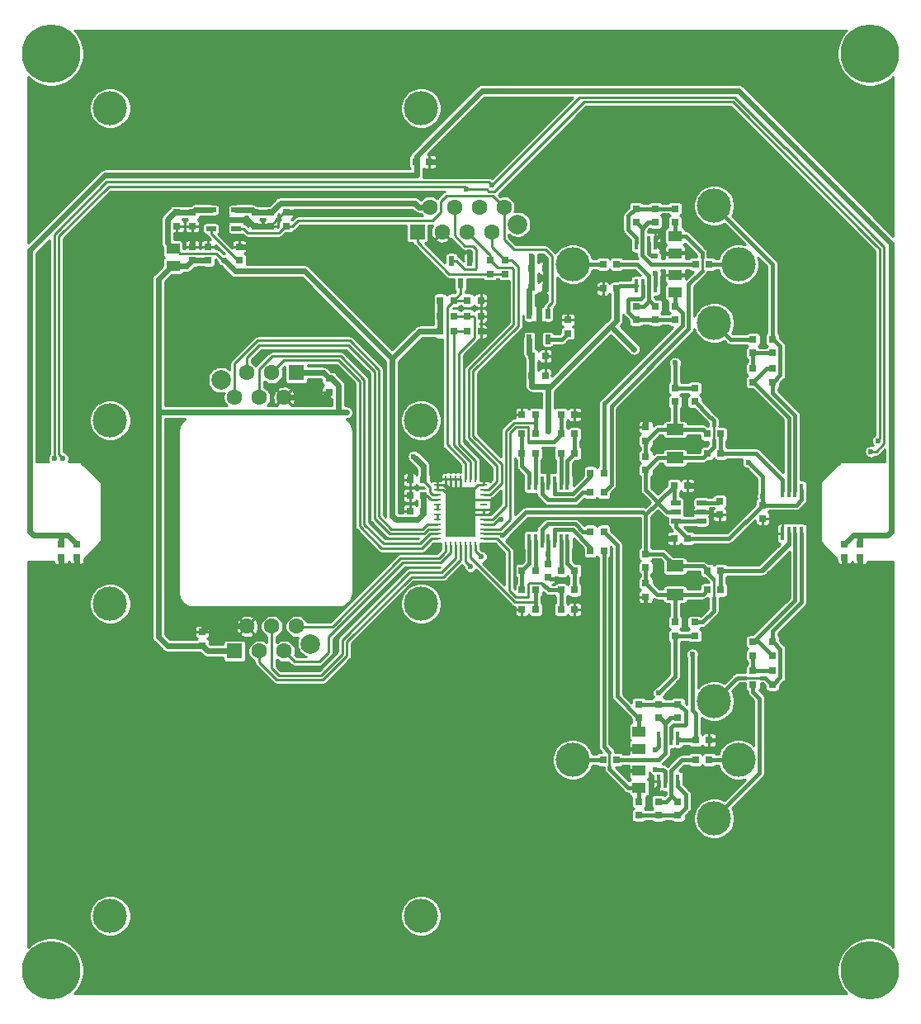
<source format=gbr>
G04 #@! TF.GenerationSoftware,KiCad,Pcbnew,5.1.5+dfsg1-2build2*
G04 #@! TF.CreationDate,2020-07-06T20:33:27+02:00*
G04 #@! TF.ProjectId,Quadsense,51756164-7365-46e7-9365-2e6b69636164,rev?*
G04 #@! TF.SameCoordinates,PX5f5e100PY2faf080*
G04 #@! TF.FileFunction,Copper,L2,Bot*
G04 #@! TF.FilePolarity,Positive*
%FSLAX46Y46*%
G04 Gerber Fmt 4.6, Leading zero omitted, Abs format (unit mm)*
G04 Created by KiCad (PCBNEW 5.1.5+dfsg1-2build2) date 2020-07-06 20:33:27*
%MOMM*%
%LPD*%
G04 APERTURE LIST*
%ADD10C,3.500000*%
%ADD11R,0.700000X0.800000*%
%ADD12R,0.800000X0.700000*%
%ADD13R,0.500000X1.000000*%
%ADD14R,1.800000X1.150000*%
%ADD15R,0.450000X1.450000*%
%ADD16R,1.000000X0.500000*%
%ADD17R,0.400000X1.400000*%
%ADD18R,1.400000X1.100000*%
%ADD19R,1.600000X1.600000*%
%ADD20C,1.600000*%
%ADD21C,2.000000*%
%ADD22R,0.700000X0.250000*%
%ADD23R,0.250000X0.700000*%
%ADD24R,3.150000X5.150000*%
%ADD25R,0.600000X1.000000*%
%ADD26C,6.000000*%
%ADD27C,0.600000*%
%ADD28C,0.600000*%
%ADD29C,0.250000*%
%ADD30C,0.400000*%
G04 APERTURE END LIST*
D10*
X71010408Y-30610408D03*
X73500000Y-24600000D03*
X71010408Y-18589592D03*
X56500000Y-24600000D03*
D11*
X59600000Y-27100000D03*
X61000000Y-27100000D03*
X70500000Y-73400000D03*
X69100000Y-73400000D03*
D12*
X76000000Y-50700000D03*
X76000000Y-49300000D03*
X54000000Y-56700000D03*
X54000000Y-55300000D03*
D13*
X52050000Y-32300000D03*
X53950000Y-32300000D03*
X53950000Y-29700000D03*
X53000000Y-29700000D03*
X52050000Y-29700000D03*
D11*
X53700000Y-36000000D03*
X52300000Y-36000000D03*
X53700000Y-34000000D03*
X52300000Y-34000000D03*
D12*
X56000000Y-30300000D03*
X56000000Y-31700000D03*
X22300000Y-22800000D03*
X22300000Y-24200000D03*
D11*
X53700000Y-25000000D03*
X52300000Y-25000000D03*
X53700000Y-27000000D03*
X52300000Y-27000000D03*
D12*
X65000000Y-18900000D03*
X65000000Y-20300000D03*
D11*
X59600000Y-75400000D03*
X61000000Y-75400000D03*
D10*
X71010408Y-81410408D03*
X73500000Y-75400000D03*
X71010408Y-69389592D03*
X56500000Y-75400000D03*
D12*
X77000000Y-66300000D03*
X77000000Y-67700000D03*
D14*
X67000000Y-44450000D03*
X67000000Y-41550000D03*
X67000000Y-55550000D03*
X67000000Y-58450000D03*
D15*
X55950000Y-47050000D03*
X55300000Y-47050000D03*
X54650000Y-47050000D03*
X54000000Y-47050000D03*
X53350000Y-47050000D03*
X52700000Y-47050000D03*
X52050000Y-47050000D03*
X52050000Y-52950000D03*
X52700000Y-52950000D03*
X53350000Y-52950000D03*
X54000000Y-52950000D03*
X54650000Y-52950000D03*
X55300000Y-52950000D03*
X55950000Y-52950000D03*
D11*
X55300000Y-42000000D03*
X56700000Y-42000000D03*
X52700000Y-42000000D03*
X51300000Y-42000000D03*
X52700000Y-58000000D03*
X51300000Y-58000000D03*
X55300000Y-58000000D03*
X56700000Y-58000000D03*
X56700000Y-44000000D03*
X55300000Y-44000000D03*
X51300000Y-44000000D03*
X52700000Y-44000000D03*
X51300000Y-56000000D03*
X52700000Y-56000000D03*
X56700000Y-56000000D03*
X55300000Y-56000000D03*
X59700000Y-46000000D03*
X58300000Y-46000000D03*
X59700000Y-48000000D03*
X58300000Y-48000000D03*
X58300000Y-52000000D03*
X59700000Y-52000000D03*
X58300000Y-54000000D03*
X59700000Y-54000000D03*
D12*
X67000000Y-30300000D03*
X67000000Y-28900000D03*
X67000000Y-18900000D03*
X67000000Y-20300000D03*
X63300000Y-71100000D03*
X63300000Y-69700000D03*
X63300000Y-79700000D03*
X63300000Y-81100000D03*
X63000000Y-28900000D03*
X63000000Y-30300000D03*
X63000000Y-20300000D03*
X63000000Y-18900000D03*
X67300000Y-69700000D03*
X67300000Y-71100000D03*
X67300000Y-81100000D03*
X67300000Y-79700000D03*
D11*
X59600000Y-24600000D03*
X61000000Y-24600000D03*
X70500000Y-24600000D03*
X69100000Y-24600000D03*
X70500000Y-75400000D03*
X69100000Y-75400000D03*
D12*
X75000000Y-33700000D03*
X75000000Y-32300000D03*
X75000000Y-66300000D03*
X75000000Y-67700000D03*
X75000000Y-36700000D03*
X75000000Y-35300000D03*
X75000000Y-63300000D03*
X75000000Y-64700000D03*
D11*
X70300000Y-44000000D03*
X71700000Y-44000000D03*
X70300000Y-42000000D03*
X71700000Y-42000000D03*
D12*
X67000000Y-38700000D03*
X67000000Y-37300000D03*
X69000000Y-38700000D03*
X69000000Y-37300000D03*
D11*
X70300000Y-56000000D03*
X71700000Y-56000000D03*
X70300000Y-58000000D03*
X71700000Y-58000000D03*
D12*
X67000000Y-61300000D03*
X67000000Y-62700000D03*
X69000000Y-61300000D03*
X69000000Y-62700000D03*
X64000000Y-42700000D03*
X64000000Y-41300000D03*
X64000000Y-45700000D03*
X64000000Y-44300000D03*
X64000000Y-57300000D03*
X64000000Y-58700000D03*
X64000000Y-54300000D03*
X64000000Y-55700000D03*
D16*
X69700000Y-49050000D03*
X69700000Y-50000000D03*
X69700000Y-50950000D03*
X67100000Y-50950000D03*
X67100000Y-50000000D03*
X67100000Y-49050000D03*
D17*
X63025000Y-22400000D03*
X63675000Y-22400000D03*
X64325000Y-22400000D03*
X64975000Y-22400000D03*
X64325000Y-26800000D03*
X63025000Y-26800000D03*
X63675000Y-26800000D03*
X64975000Y-26800000D03*
X65325000Y-73200000D03*
X66625000Y-73200000D03*
X67275000Y-73200000D03*
X65975000Y-73200000D03*
X65325000Y-77600000D03*
X65975000Y-77600000D03*
X66625000Y-77600000D03*
X67275000Y-77600000D03*
X79975000Y-52200000D03*
X79325000Y-52200000D03*
X78675000Y-52200000D03*
X78025000Y-52200000D03*
X78675000Y-47800000D03*
X79975000Y-47800000D03*
X79325000Y-47800000D03*
X78025000Y-47800000D03*
D11*
X56700000Y-40000000D03*
X55300000Y-40000000D03*
X51300000Y-40000000D03*
X52700000Y-40000000D03*
X51300000Y-60000000D03*
X52700000Y-60000000D03*
X56700000Y-60000000D03*
X55300000Y-60000000D03*
D18*
X67000000Y-27475000D03*
X67000000Y-25725000D03*
X67000000Y-21725000D03*
X67000000Y-23475000D03*
X63300000Y-74275000D03*
X63300000Y-72525000D03*
X63300000Y-76525000D03*
X63300000Y-78275000D03*
D12*
X65000000Y-30300000D03*
X65000000Y-28900000D03*
X65300000Y-71100000D03*
X65300000Y-69700000D03*
X65300000Y-79700000D03*
X65300000Y-81100000D03*
X77000000Y-32300000D03*
X77000000Y-33700000D03*
X77000000Y-36700000D03*
X77000000Y-35300000D03*
X77000000Y-63300000D03*
X77000000Y-64700000D03*
D11*
X66900000Y-47300000D03*
X68300000Y-47300000D03*
D12*
X71600000Y-48900000D03*
X71600000Y-50300000D03*
D11*
X68300000Y-52700000D03*
X66900000Y-52700000D03*
D12*
X49600000Y-25600000D03*
X49600000Y-24200000D03*
D11*
X45700000Y-29900000D03*
X47100000Y-29900000D03*
D10*
X40950000Y-91400000D03*
X9050000Y-91400000D03*
X9050000Y-59400000D03*
X40950000Y-59400000D03*
D19*
X28175000Y-35730000D03*
D20*
X26905000Y-38270000D03*
X25635000Y-35730000D03*
X24365000Y-38270000D03*
X23095000Y-35730000D03*
X21825000Y-38270000D03*
D21*
X20425000Y-36470000D03*
D22*
X47400000Y-47250000D03*
X47400000Y-47750000D03*
X47400000Y-48250000D03*
X47400000Y-48750000D03*
X47400000Y-49250000D03*
X47400000Y-49750000D03*
X47400000Y-50250000D03*
X47400000Y-50750000D03*
D23*
X46500000Y-53400000D03*
X46000000Y-53400000D03*
X45500000Y-53400000D03*
X45000000Y-53400000D03*
X44500000Y-53400000D03*
X44000000Y-53400000D03*
X43500000Y-53400000D03*
D22*
X42600000Y-52750000D03*
X42600000Y-52250000D03*
X42600000Y-51750000D03*
X42600000Y-51250000D03*
X42600000Y-50750000D03*
X42600000Y-50250000D03*
X42600000Y-49750000D03*
X42600000Y-49250000D03*
D23*
X43500000Y-46600000D03*
X44000000Y-46600000D03*
X44500000Y-46600000D03*
X45000000Y-46600000D03*
X45500000Y-46600000D03*
X46000000Y-46600000D03*
X46500000Y-46600000D03*
D24*
X45000000Y-50000000D03*
D22*
X47400000Y-51250000D03*
X47400000Y-52750000D03*
X47400000Y-52250000D03*
X47400000Y-51750000D03*
X42600000Y-47250000D03*
X42600000Y-48750000D03*
X42600000Y-47750000D03*
X42600000Y-48250000D03*
D12*
X23900000Y-19300000D03*
X23900000Y-20700000D03*
X25500000Y-19300000D03*
X25500000Y-20700000D03*
X84400000Y-53300000D03*
X84400000Y-54700000D03*
X15900000Y-19300000D03*
X15900000Y-20700000D03*
X86000000Y-53300000D03*
X86000000Y-54700000D03*
X17500000Y-19300000D03*
X17500000Y-20700000D03*
D11*
X41200000Y-48300000D03*
X39800000Y-48300000D03*
D12*
X17500000Y-24200000D03*
X17500000Y-22800000D03*
X19100000Y-24200000D03*
X19100000Y-22800000D03*
D11*
X40400000Y-14100000D03*
X41800000Y-14100000D03*
D12*
X18500000Y-62300000D03*
X18500000Y-63700000D03*
X31500000Y-37700000D03*
X31500000Y-36300000D03*
D11*
X41200000Y-46700000D03*
X39800000Y-46700000D03*
D16*
X22000000Y-19050000D03*
X22000000Y-20000000D03*
X22000000Y-20950000D03*
X19400000Y-20950000D03*
X19400000Y-19050000D03*
D19*
X21825000Y-64270000D03*
D20*
X23095000Y-61730000D03*
X24365000Y-64270000D03*
X25635000Y-61730000D03*
X26905000Y-64270000D03*
X28175000Y-61730000D03*
D21*
X29575000Y-63530000D03*
D19*
X40555000Y-21270000D03*
D20*
X41825000Y-18730000D03*
X43095000Y-21270000D03*
X44365000Y-18730000D03*
X45635000Y-21270000D03*
X46905000Y-18730000D03*
X48175000Y-21270000D03*
X49445000Y-18730000D03*
D21*
X50845000Y-20530000D03*
D25*
X44050000Y-24250000D03*
X45950000Y-24250000D03*
X45000000Y-26550000D03*
D12*
X27100000Y-20700000D03*
X27100000Y-19300000D03*
X48000000Y-25600000D03*
X48000000Y-24200000D03*
D11*
X42900000Y-31500000D03*
X44300000Y-31500000D03*
X45700000Y-31500000D03*
X47100000Y-31500000D03*
X42900000Y-29900000D03*
X44300000Y-29900000D03*
X42900000Y-28300000D03*
X44300000Y-28300000D03*
X45700000Y-28300000D03*
X47100000Y-28300000D03*
D26*
X3000000Y-3000000D03*
X3000000Y-97000000D03*
X87000000Y-97000000D03*
X87000000Y-3000000D03*
D10*
X9050000Y-8600000D03*
X40950000Y-8600000D03*
X40950000Y-40600000D03*
X9050000Y-40600000D03*
D11*
X41200000Y-49900000D03*
X39800000Y-49900000D03*
D12*
X4000000Y-53300000D03*
X4000000Y-54700000D03*
X5600000Y-53300000D03*
X5600000Y-54700000D03*
D18*
X15500000Y-23025000D03*
X15500000Y-24775000D03*
D27*
X52300000Y-23800000D03*
X48800000Y-55300000D03*
X68100000Y-40000000D03*
X68300000Y-60200000D03*
X69000000Y-57000000D03*
X69800000Y-43000000D03*
X75000000Y-28000000D03*
X75000000Y-41000000D03*
X75000000Y-54000000D03*
X75000000Y-59000000D03*
X45000000Y-90000000D03*
X2200000Y-32200000D03*
X45000000Y-3000000D03*
X27100000Y-65900000D03*
X24550000Y-33850000D03*
X39800000Y-45500000D03*
X30504433Y-29645558D03*
X87000000Y-55500000D03*
X3000000Y-55500000D03*
X45950000Y-23350000D03*
X28100000Y-19300000D03*
X42600000Y-45900000D03*
X48358414Y-48762020D03*
X48350000Y-49750000D03*
X48050000Y-31500000D03*
X23400000Y-22800000D03*
X17500000Y-21850000D03*
X20800000Y-20000000D03*
X53000000Y-31000000D03*
X54000000Y-45600000D03*
X68600000Y-50000000D03*
X69500000Y-47300000D03*
X76000000Y-52000000D03*
X62075000Y-74000000D03*
X62000000Y-76500000D03*
X65700000Y-21300000D03*
X68300000Y-23400000D03*
X68400000Y-25600000D03*
X64700000Y-78700000D03*
X71500000Y-73400000D03*
X58600000Y-27100000D03*
X57600000Y-60000000D03*
X64000000Y-59700000D03*
X71600000Y-51400000D03*
X65900000Y-52700000D03*
X57650000Y-40000000D03*
X53700000Y-24000000D03*
X42700000Y-14100000D03*
X64000000Y-40200000D03*
X57900000Y-56500000D03*
X54900000Y-56900000D03*
X85200000Y-55500000D03*
X4800000Y-55500000D03*
X40500000Y-15500000D03*
X88000000Y-52400000D03*
X86000000Y-52400000D03*
X4000000Y-52400000D03*
X2000000Y-52400000D03*
X48200000Y-16500000D03*
X3325000Y-44525000D03*
X87100000Y-43800000D03*
X45600000Y-16900000D03*
X4200000Y-44500000D03*
X87800000Y-42700000D03*
X46000000Y-55600000D03*
X47100000Y-54600000D03*
X49300000Y-52400000D03*
X49104443Y-50804443D03*
X33300000Y-39800000D03*
X40200000Y-44300000D03*
X54000000Y-54300000D03*
X76000000Y-48400000D03*
X54000000Y-41700000D03*
X68760407Y-64589595D03*
X74500000Y-44900000D03*
X62800000Y-33300000D03*
X65325000Y-68525000D03*
X65000000Y-76400000D03*
X65000000Y-74400000D03*
X64975000Y-25525000D03*
X65000000Y-23800000D03*
X67000000Y-34700000D03*
D28*
X41825000Y-18730000D02*
X40693630Y-18730000D01*
X40693630Y-18730000D02*
X40313630Y-18350000D01*
X40313630Y-18350000D02*
X26500000Y-18350000D01*
X26500000Y-18350000D02*
X25550000Y-19300000D01*
X25550000Y-19300000D02*
X25500000Y-19300000D01*
X23900000Y-19300000D02*
X23650000Y-19050000D01*
X23650000Y-19050000D02*
X22000000Y-19050000D01*
X25500000Y-19300000D02*
X23900000Y-19300000D01*
X52300000Y-25000000D02*
X52300000Y-27000000D01*
X52050000Y-27250000D02*
X52300000Y-27000000D01*
X52050000Y-29700000D02*
X52050000Y-27250000D01*
X52300000Y-25000000D02*
X52300000Y-23800000D01*
X39800000Y-46700000D02*
X39800000Y-45500000D01*
X26905000Y-38270000D02*
X30930000Y-38270000D01*
X30930000Y-38270000D02*
X31500000Y-37700000D01*
X23095000Y-61730000D02*
X19070000Y-61730000D01*
X19070000Y-61730000D02*
X18500000Y-62300000D01*
D29*
X27100000Y-19300000D02*
X26900000Y-19300000D01*
X26900000Y-19300000D02*
X25500000Y-20700000D01*
D28*
X23900000Y-20700000D02*
X24500000Y-20700000D01*
X24500000Y-20700000D02*
X25500000Y-20700000D01*
X22000000Y-20000000D02*
X23100000Y-20000000D01*
X23100000Y-20000000D02*
X23800000Y-20700000D01*
X23800000Y-20700000D02*
X24500000Y-20700000D01*
X45950000Y-24250000D02*
X45950000Y-23350000D01*
X27100000Y-19300000D02*
X28100000Y-19300000D01*
D29*
X42600000Y-47250000D02*
X42600000Y-45900000D01*
X47400000Y-50250000D02*
X47850000Y-50250000D01*
X47850000Y-50250000D02*
X48350000Y-49750000D01*
X47400000Y-48750000D02*
X48358414Y-48762020D01*
X48350000Y-48750000D02*
X48358414Y-48758414D01*
X48358414Y-48758414D02*
X48358414Y-48762020D01*
X47400000Y-49750000D02*
X48350000Y-49750000D01*
D28*
X47100000Y-31500000D02*
X48050000Y-31500000D01*
X22300000Y-22800000D02*
X23400000Y-22800000D01*
X17500000Y-22800000D02*
X17500000Y-21850000D01*
X22000000Y-20000000D02*
X20800000Y-20000000D01*
D29*
X47400000Y-49750000D02*
X47400000Y-50250000D01*
X47400000Y-50250000D02*
X45250000Y-50250000D01*
X45250000Y-50250000D02*
X45000000Y-50000000D01*
X47400000Y-49750000D02*
X45250000Y-49750000D01*
X45250000Y-49750000D02*
X45000000Y-50000000D01*
X47400000Y-48750000D02*
X46250000Y-48750000D01*
X46250000Y-48750000D02*
X45000000Y-50000000D01*
X47400000Y-47250000D02*
X46800000Y-47250000D01*
X46800000Y-47250000D02*
X45000000Y-49050000D01*
X45000000Y-49050000D02*
X45000000Y-50000000D01*
X44500000Y-46600000D02*
X45000000Y-46600000D01*
X44000000Y-46600000D02*
X44500000Y-46600000D01*
X43500000Y-46600000D02*
X44000000Y-46600000D01*
X45000000Y-46600000D02*
X45000000Y-50000000D01*
X44500000Y-46600000D02*
X44500000Y-49500000D01*
X44500000Y-49500000D02*
X45000000Y-50000000D01*
X44000000Y-46600000D02*
X44000000Y-49000000D01*
X44000000Y-49000000D02*
X45000000Y-50000000D01*
X43500000Y-46600000D02*
X43500000Y-47200000D01*
X43500000Y-47200000D02*
X45000000Y-48700000D01*
X45000000Y-48700000D02*
X45000000Y-50000000D01*
X42600000Y-47750000D02*
X43200000Y-47750000D01*
X43200000Y-47750000D02*
X45000000Y-49550000D01*
X45000000Y-49550000D02*
X45000000Y-50000000D01*
X42600000Y-47250000D02*
X43200000Y-47250000D01*
X43200000Y-47250000D02*
X45000000Y-49050000D01*
X42600000Y-47750000D02*
X42600000Y-47250000D01*
D28*
X53700000Y-25000000D02*
X53700000Y-24700000D01*
X53700000Y-27250002D02*
X53700000Y-27000000D01*
X53000000Y-27950002D02*
X53700000Y-27250002D01*
X53000000Y-29700000D02*
X53000000Y-27950002D01*
X53700000Y-27000000D02*
X53700000Y-25000000D01*
X53000000Y-29700000D02*
X53000000Y-31000000D01*
D29*
X76000000Y-50700000D02*
X76000000Y-52000000D01*
X56700000Y-60000000D02*
X57600000Y-60000000D01*
X71600000Y-50300000D02*
X71600000Y-51400000D01*
D28*
X66900000Y-52700000D02*
X65900000Y-52700000D01*
X56700000Y-40000000D02*
X57650000Y-40000000D01*
X53700000Y-25000000D02*
X53700000Y-24000000D01*
X41800000Y-14100000D02*
X42700000Y-14100000D01*
X64000000Y-41300000D02*
X64000000Y-40200000D01*
X68300000Y-47300000D02*
X69500000Y-47300000D01*
D30*
X64000000Y-58700000D02*
X64000000Y-59700000D01*
X59600000Y-27100000D02*
X58600000Y-27100000D01*
X68275000Y-25725000D02*
X68400000Y-25600000D01*
X67000000Y-25725000D02*
X68275000Y-25725000D01*
X67075000Y-23400000D02*
X67000000Y-23475000D01*
X68300000Y-23400000D02*
X67075000Y-23400000D01*
X66050000Y-23475000D02*
X64975000Y-22400000D01*
X67000000Y-23475000D02*
X66050000Y-23475000D01*
X64975000Y-22025000D02*
X65700000Y-21300000D01*
X64975000Y-22400000D02*
X64975000Y-22025000D01*
X70500000Y-73400000D02*
X71500000Y-73400000D01*
X65325000Y-78075000D02*
X64700000Y-78700000D01*
X65325000Y-77600000D02*
X65325000Y-78075000D01*
X62025000Y-76525000D02*
X62000000Y-76500000D01*
X63300000Y-76525000D02*
X62025000Y-76525000D01*
X62350000Y-74275000D02*
X62075000Y-74000000D01*
X63300000Y-74275000D02*
X62350000Y-74275000D01*
X54000000Y-47050000D02*
X54000000Y-45600000D01*
X54000000Y-56700000D02*
X54200000Y-56900000D01*
X54200000Y-56900000D02*
X54900000Y-56900000D01*
D28*
X84400000Y-54700000D02*
X84400000Y-55500000D01*
X84400000Y-55500000D02*
X85200000Y-55500000D01*
X85624264Y-55500000D02*
X86000000Y-55500000D01*
X85200000Y-55500000D02*
X85624264Y-55500000D01*
X86000000Y-55500000D02*
X86000000Y-54700000D01*
X5600000Y-54700000D02*
X5600000Y-55500000D01*
X5600000Y-55500000D02*
X4800000Y-55500000D01*
X4800000Y-55500000D02*
X4000000Y-55500000D01*
X4000000Y-55500000D02*
X4000000Y-54700000D01*
D30*
X68600000Y-50000000D02*
X69700000Y-50000000D01*
X70600000Y-50000000D02*
X70700000Y-50100000D01*
X69700000Y-50000000D02*
X70600000Y-50000000D01*
X70800000Y-50300000D02*
X71600000Y-50300000D01*
X70700000Y-50200000D02*
X70800000Y-50300000D01*
X70700000Y-50100000D02*
X70700000Y-50200000D01*
D28*
X800000Y-23200000D02*
X6400000Y-17600000D01*
X6400000Y-17600000D02*
X8200000Y-15800000D01*
X8500000Y-15500000D02*
X6400000Y-17600000D01*
X1200000Y-52400000D02*
X800000Y-52000000D01*
X2000000Y-52400000D02*
X1200000Y-52400000D01*
X88000000Y-52400000D02*
X88800000Y-52400000D01*
X88800000Y-52400000D02*
X89216334Y-51983666D01*
X86000000Y-52400000D02*
X88000000Y-52400000D01*
X86000000Y-53300000D02*
X86000000Y-52400000D01*
D29*
X48000000Y-25600000D02*
X43835000Y-25600000D01*
X43835000Y-25600000D02*
X40555000Y-22320000D01*
X40555000Y-22320000D02*
X40555000Y-21270000D01*
X49600000Y-25600000D02*
X48000000Y-25600000D01*
D28*
X800000Y-52000000D02*
X800000Y-23200000D01*
X40500000Y-15500000D02*
X8500000Y-15500000D01*
X40500000Y-13500000D02*
X40500000Y-15500000D01*
X73500000Y-6800000D02*
X47200000Y-6800000D01*
X89200000Y-22500000D02*
X73500000Y-6800000D01*
X47200000Y-6800000D02*
X40500000Y-13500000D01*
X89200000Y-52000000D02*
X89200000Y-22500000D01*
X88800000Y-52400000D02*
X89200000Y-52000000D01*
X85300000Y-52400000D02*
X84400000Y-53300000D01*
X86000000Y-52400000D02*
X85300000Y-52400000D01*
X2000000Y-52400000D02*
X4000000Y-52400000D01*
X4000000Y-52400000D02*
X4000000Y-53300000D01*
X4700000Y-52400000D02*
X5600000Y-53300000D01*
X4000000Y-52400000D02*
X4700000Y-52400000D01*
D29*
X47875001Y-16175001D02*
X8708895Y-16175001D01*
X8708895Y-16175001D02*
X3325000Y-21558896D01*
X3325000Y-21558896D02*
X3325000Y-44525000D01*
X48200000Y-16500000D02*
X47875001Y-16175001D01*
X48175000Y-21270000D02*
X48175000Y-22825000D01*
X48175000Y-22825000D02*
X49550000Y-24200000D01*
X49550000Y-24200000D02*
X49600000Y-24200000D01*
X49600000Y-24200000D02*
X50250000Y-24200000D01*
X50250000Y-24200000D02*
X50900000Y-24850000D01*
X49200000Y-45100000D02*
X46300000Y-42200000D01*
X49200000Y-47050000D02*
X49200000Y-45100000D01*
X48000000Y-48250000D02*
X49200000Y-47050000D01*
X47400000Y-48250000D02*
X48000000Y-48250000D01*
X46300000Y-35536410D02*
X46300000Y-35900000D01*
X50899998Y-30936412D02*
X46300000Y-35536410D01*
X50900000Y-24850000D02*
X50899998Y-30936412D01*
X46300000Y-35900000D02*
X46300000Y-35600000D01*
X46300000Y-42200000D02*
X46300000Y-35900000D01*
X78300000Y-12700000D02*
X73100000Y-7500000D01*
X57200000Y-7500000D02*
X48200000Y-16500000D01*
X88425010Y-22788600D02*
X78336410Y-12700000D01*
X88425009Y-42999993D02*
X88425010Y-22788600D01*
X73100000Y-7500000D02*
X57200000Y-7500000D01*
X78336410Y-12700000D02*
X78300000Y-12700000D01*
X87625002Y-43800000D02*
X88425009Y-42999993D01*
X87100000Y-43800000D02*
X87625002Y-43800000D01*
X45425011Y-16625011D02*
X45600000Y-16800000D01*
X45600000Y-16800000D02*
X45600000Y-16900000D01*
X8895295Y-16625011D02*
X45425011Y-16625011D01*
X3775010Y-21745296D02*
X8895295Y-16625011D01*
X3775010Y-44075010D02*
X3775010Y-21745296D01*
X4200000Y-44500000D02*
X3775010Y-44075010D01*
X45635000Y-21270000D02*
X48000000Y-23635000D01*
X48000000Y-23635000D02*
X48000000Y-24200000D01*
X47863590Y-47750000D02*
X47400000Y-47750000D01*
X45849990Y-42386400D02*
X48749990Y-45286400D01*
X50260001Y-24924999D02*
X50449989Y-25114987D01*
X48749990Y-46863600D02*
X47863590Y-47750000D01*
X48749990Y-45286400D02*
X48749990Y-46863600D01*
X50449989Y-30750011D02*
X45849990Y-35350010D01*
X48774999Y-24924999D02*
X50260001Y-24924999D01*
X50449989Y-25114987D02*
X50449989Y-30750011D01*
X45849990Y-35350010D02*
X45849990Y-42386400D01*
X48050000Y-24200000D02*
X48774999Y-24924999D01*
X48000000Y-24200000D02*
X48050000Y-24200000D01*
X48500001Y-17125001D02*
X57674991Y-7950011D01*
X47674998Y-16900000D02*
X47899999Y-17125001D01*
X47899999Y-17125001D02*
X48500001Y-17125001D01*
X57674991Y-7950011D02*
X72913601Y-7950011D01*
X45600000Y-16900000D02*
X47674998Y-16900000D01*
X87800000Y-42600000D02*
X87975000Y-42425000D01*
X87800000Y-42700000D02*
X87800000Y-42600000D01*
X87975000Y-23011410D02*
X87681795Y-22718205D01*
X87975000Y-42425000D02*
X87975000Y-23011410D01*
X87681795Y-22718205D02*
X87975000Y-23011411D01*
X72913601Y-7950011D02*
X87681795Y-22718205D01*
X27100000Y-20700000D02*
X27050000Y-20700000D01*
X27050000Y-20700000D02*
X26374999Y-21375001D01*
X26374999Y-21375001D02*
X23175001Y-21375001D01*
X23175001Y-21375001D02*
X22750000Y-20950000D01*
X22750000Y-20950000D02*
X22000000Y-20950000D01*
X49445000Y-18730000D02*
X48319999Y-17604999D01*
X48319999Y-17604999D02*
X43535001Y-17604999D01*
X42950001Y-18189999D02*
X42950001Y-19270001D01*
X43535001Y-17604999D02*
X42950001Y-18189999D01*
X42950001Y-19270001D02*
X42075003Y-20144999D01*
X42075003Y-20144999D02*
X28305001Y-20144999D01*
X28305001Y-20144999D02*
X27750000Y-20700000D01*
X27750000Y-20700000D02*
X27100000Y-20700000D01*
X22550000Y-20950000D02*
X22300000Y-20950000D01*
X53950000Y-28950000D02*
X53950000Y-29700000D01*
X54375001Y-28524999D02*
X53950000Y-28950000D01*
X54375001Y-23791104D02*
X54375001Y-28524999D01*
X53683897Y-23100000D02*
X54375001Y-23791104D01*
X50500000Y-23100000D02*
X53683897Y-23100000D01*
X49445000Y-22045000D02*
X50500000Y-23100000D01*
X49445000Y-18730000D02*
X49445000Y-22045000D01*
X52575011Y-40824989D02*
X52700000Y-40700000D01*
X49650010Y-41678578D02*
X50503599Y-40824989D01*
X49650009Y-49374993D02*
X49650010Y-41678578D01*
X48275002Y-50750000D02*
X49650009Y-49374993D01*
X50503599Y-40824989D02*
X52575011Y-40824989D01*
X47400000Y-50750000D02*
X48275002Y-50750000D01*
X52700000Y-40700000D02*
X52700000Y-42000000D01*
X52700000Y-40000000D02*
X52700000Y-40700000D01*
D30*
X52700000Y-40000000D02*
X52700000Y-42000000D01*
D29*
X52674999Y-59274999D02*
X52700000Y-59300000D01*
X46000000Y-53400000D02*
X46000000Y-54671412D01*
X46000000Y-54671412D02*
X50603587Y-59274999D01*
X52700000Y-59300000D02*
X52700000Y-58000000D01*
X50603587Y-59274999D02*
X52674999Y-59274999D01*
X52700000Y-60000000D02*
X52700000Y-59300000D01*
D30*
X52700000Y-58000000D02*
X52700000Y-60000000D01*
D29*
X26345977Y-66737472D02*
X25635000Y-66026495D01*
X25635000Y-66026495D02*
X25635000Y-61730000D01*
X30687942Y-66737472D02*
X26345977Y-66737472D01*
X32897013Y-64528401D02*
X30687942Y-66737472D01*
X39783814Y-56205353D02*
X32897013Y-63092154D01*
X43064536Y-56205353D02*
X39783814Y-56205353D01*
X44500000Y-53400000D02*
X44500000Y-54769889D01*
X44500000Y-54769889D02*
X43064536Y-56205353D01*
X32897013Y-63092154D02*
X32897013Y-64528401D01*
X39970214Y-56655364D02*
X33347024Y-63278554D01*
X33347024Y-63278554D02*
X33347024Y-64714801D01*
X45000000Y-53400000D02*
X45000000Y-54906299D01*
X43250935Y-56655364D02*
X39970214Y-56655364D01*
X45000000Y-54906299D02*
X43250935Y-56655364D01*
X33347024Y-64714801D02*
X30874342Y-67187483D01*
X30874342Y-67187483D02*
X26151113Y-67187483D01*
X26151113Y-67187483D02*
X24365000Y-65401370D01*
X24365000Y-65401370D02*
X24365000Y-64270000D01*
X42769245Y-54730755D02*
X38847830Y-54730755D01*
X43200000Y-54300000D02*
X42769245Y-54730755D01*
X38847830Y-54730755D02*
X31830565Y-61748020D01*
X31830565Y-61748020D02*
X28193020Y-61748020D01*
X28193020Y-61748020D02*
X28175000Y-61730000D01*
X43200000Y-54300000D02*
X43150010Y-54349990D01*
X43500000Y-53400000D02*
X43500000Y-54000000D01*
X43500000Y-54000000D02*
X43200000Y-54300000D01*
X41042327Y-53707673D02*
X36902377Y-53707673D01*
X34637655Y-36611615D02*
X32493350Y-34467310D01*
X34637655Y-51442951D02*
X34637655Y-36611615D01*
X42600000Y-52750000D02*
X42000000Y-52750000D01*
X42000000Y-52750000D02*
X41042327Y-53707673D01*
X36902377Y-53707673D02*
X34637655Y-51442951D01*
X32493350Y-34467310D02*
X26897690Y-34467310D01*
X26897690Y-34467310D02*
X25635000Y-35730000D01*
X24365000Y-35334998D02*
X24365000Y-38270000D01*
X35087666Y-36425215D02*
X32679750Y-34017299D01*
X32679750Y-34017299D02*
X25682699Y-34017299D01*
X35087666Y-51256551D02*
X35087666Y-36425215D01*
X40855928Y-53257662D02*
X37088777Y-53257662D01*
X37088777Y-53257662D02*
X35087666Y-51256551D01*
X25682699Y-34017299D02*
X24365000Y-35334998D01*
X42600000Y-52250000D02*
X41863590Y-52250000D01*
X41863590Y-52250000D02*
X40855928Y-53257662D01*
X41283711Y-52193469D02*
X41677189Y-51799991D01*
X37688526Y-52193469D02*
X41283711Y-52193469D01*
X36149990Y-35588988D02*
X36149990Y-50654933D01*
X23095000Y-35730000D02*
X23095000Y-34149735D01*
X24364518Y-32880217D02*
X33441219Y-32880217D01*
X23095000Y-34149735D02*
X24364518Y-32880217D01*
X33441219Y-32880217D02*
X36149990Y-35588988D01*
X36149990Y-50654933D02*
X37688526Y-52193469D01*
X41677189Y-51799991D02*
X42300010Y-51799990D01*
X42300010Y-51799990D02*
X42350000Y-51750000D01*
X42350000Y-51750000D02*
X42600000Y-51750000D01*
X21825000Y-34783324D02*
X21825000Y-38270000D01*
X33627619Y-32430206D02*
X24178118Y-32430206D01*
X41590772Y-51250000D02*
X41490788Y-51349982D01*
X36600001Y-35402588D02*
X33627619Y-32430206D01*
X41097310Y-51743458D02*
X37874925Y-51743458D01*
X37874925Y-51743458D02*
X36600001Y-50468534D01*
X24178118Y-32430206D02*
X21825000Y-34783324D01*
X41490788Y-51349982D02*
X41097310Y-51743458D01*
X36600001Y-50468534D02*
X36600001Y-35402588D01*
X42600000Y-51250000D02*
X41590772Y-51250000D01*
X42600000Y-50750000D02*
X42600000Y-50250000D01*
X42600000Y-49250000D02*
X42600000Y-49750000D01*
X44300000Y-28300000D02*
X44300000Y-28350000D01*
X44300000Y-28350000D02*
X43600000Y-29050000D01*
X43600000Y-29050000D02*
X43600000Y-43100000D01*
X43600000Y-43100000D02*
X45500000Y-45000000D01*
X45500000Y-45000000D02*
X45500000Y-46600000D01*
X45000000Y-26550000D02*
X45000000Y-27600000D01*
X45000000Y-27600000D02*
X44300000Y-28300000D01*
X44300000Y-28300000D02*
X45700000Y-28300000D01*
X46000000Y-46600000D02*
X46000000Y-44863590D01*
X44300000Y-43163590D02*
X44300000Y-31500000D01*
X46000000Y-44863590D02*
X44300000Y-43163590D01*
X44300000Y-31500000D02*
X45700000Y-31500000D01*
X44800000Y-33735002D02*
X44800000Y-43027180D01*
X46500000Y-44727180D02*
X46500000Y-46600000D01*
X44800000Y-43027180D02*
X46500000Y-44727180D01*
X46400000Y-30000000D02*
X46400000Y-32135002D01*
X46400000Y-32135002D02*
X44800000Y-33735002D01*
X45700000Y-29900000D02*
X46300000Y-29900000D01*
X46300000Y-29900000D02*
X46400000Y-30000000D01*
X44300000Y-29900000D02*
X45700000Y-29900000D01*
X70300000Y-56000000D02*
X70300000Y-56050000D01*
X70975001Y-43324999D02*
X69850000Y-44450000D01*
X45500000Y-53400000D02*
X45500000Y-55100000D01*
X45500000Y-55100000D02*
X46000000Y-55600000D01*
X46500000Y-53400000D02*
X46500000Y-54000000D01*
X46500000Y-54000000D02*
X47100000Y-54600000D01*
X47400000Y-52250000D02*
X49150000Y-52250000D01*
X49150000Y-52250000D02*
X49300000Y-52400000D01*
X48411412Y-51250000D02*
X48861412Y-50800000D01*
X47400000Y-51250000D02*
X48411412Y-51250000D01*
X49100000Y-50800000D02*
X49104443Y-50804443D01*
X48861412Y-50800000D02*
X49100000Y-50800000D01*
X70975001Y-56924999D02*
X70975001Y-58724999D01*
D30*
X69000000Y-38700000D02*
X69050000Y-38700000D01*
X70975001Y-40625001D02*
X70425000Y-40075000D01*
X70975001Y-41075001D02*
X70975001Y-40625001D01*
X70425000Y-40075000D02*
X70775000Y-40425000D01*
X69050000Y-38700000D02*
X70425000Y-40075000D01*
X69850000Y-44450000D02*
X70300000Y-44000000D01*
X67000000Y-44450000D02*
X69850000Y-44450000D01*
X70300000Y-44000000D02*
X70975001Y-43324999D01*
X70975001Y-43324999D02*
X70975001Y-42675001D01*
D29*
X70975001Y-41075001D02*
X70975001Y-42675001D01*
D30*
X65250000Y-44450000D02*
X64000000Y-45700000D01*
X67000000Y-44450000D02*
X65250000Y-44450000D01*
X64000000Y-47750000D02*
X65250000Y-49000000D01*
X64000000Y-45700000D02*
X64000000Y-47750000D01*
X66900000Y-47350000D02*
X66900000Y-47300000D01*
X65250000Y-49000000D02*
X66900000Y-47350000D01*
X66900000Y-48850000D02*
X67100000Y-49050000D01*
X66900000Y-47300000D02*
X66900000Y-48850000D01*
X65250000Y-49050000D02*
X65250000Y-49000000D01*
X66200000Y-50000000D02*
X65250000Y-49050000D01*
X67100000Y-50000000D02*
X66200000Y-50000000D01*
X65250000Y-49050000D02*
X64000000Y-50300000D01*
X64000000Y-50300000D02*
X64000000Y-54300000D01*
X67000000Y-55550000D02*
X65750000Y-54300000D01*
X65750000Y-54300000D02*
X64000000Y-54300000D01*
X69850000Y-55550000D02*
X70300000Y-56000000D01*
X67000000Y-55550000D02*
X69850000Y-55550000D01*
X70300000Y-56249998D02*
X70300000Y-56000000D01*
X70899990Y-56849988D02*
X70300000Y-56249998D01*
X70975001Y-60124999D02*
X70975001Y-58795001D01*
X69800000Y-61300000D02*
X70975001Y-60124999D01*
X69000000Y-61300000D02*
X69800000Y-61300000D01*
X51700000Y-50000000D02*
X49300000Y-52400000D01*
X63700000Y-50000000D02*
X51700000Y-50000000D01*
X64000000Y-50300000D02*
X63700000Y-50000000D01*
D29*
X51910001Y-58725001D02*
X50689999Y-58725001D01*
X51975001Y-57389997D02*
X51975001Y-58660001D01*
X51975001Y-58660001D02*
X51910001Y-58725001D01*
X52089999Y-57274999D02*
X51975001Y-57389997D01*
X50689999Y-58725001D02*
X50000000Y-58035002D01*
X55300000Y-58000000D02*
X55300000Y-57950000D01*
X50000000Y-58035002D02*
X50000000Y-54000000D01*
X48750000Y-52750000D02*
X47400000Y-52750000D01*
X50000000Y-54000000D02*
X48750000Y-52750000D01*
X52089999Y-57274999D02*
X53310001Y-57274999D01*
X55300000Y-58600000D02*
X55300000Y-60000000D01*
X55300000Y-58000000D02*
X55300000Y-58600000D01*
D30*
X55300000Y-58000000D02*
X55300000Y-60000000D01*
X55300000Y-58000000D02*
X54035002Y-58000000D01*
X54035002Y-58000000D02*
X53467501Y-57432499D01*
D29*
X53467501Y-57432499D02*
X53674999Y-57639997D01*
X53310001Y-57274999D02*
X53467501Y-57432499D01*
X54624999Y-42725001D02*
X55300000Y-42050000D01*
X52089999Y-42725001D02*
X54624999Y-42725001D01*
X51975001Y-42610003D02*
X52089999Y-42725001D01*
X51975001Y-41339999D02*
X51975001Y-42610003D01*
X51910001Y-41274999D02*
X51975001Y-41339999D01*
X55300000Y-42050000D02*
X55300000Y-42000000D01*
X49083888Y-51750000D02*
X50100019Y-50733869D01*
X50100019Y-41864979D02*
X50689999Y-41274999D01*
X50100019Y-50733869D02*
X50100019Y-41864979D01*
X50689999Y-41274999D02*
X51910001Y-41274999D01*
X47400000Y-51750000D02*
X49083888Y-51750000D01*
D30*
X52029999Y-42800001D02*
X52000000Y-42770002D01*
X54549999Y-42800001D02*
X52029999Y-42800001D01*
X55300000Y-42050000D02*
X54549999Y-42800001D01*
X55300000Y-40000000D02*
X55300000Y-42000000D01*
D29*
X30486400Y-65350010D02*
X27985010Y-65350010D01*
X31450009Y-62814149D02*
X31450009Y-64386401D01*
X42955645Y-55180766D02*
X39083392Y-55180766D01*
X39083392Y-55180766D02*
X31450009Y-62814149D01*
X44000000Y-54136410D02*
X42955645Y-55180766D01*
X44000000Y-53400000D02*
X44000000Y-54136410D01*
X27985010Y-65350010D02*
X26905000Y-64270000D01*
X31450009Y-64386401D02*
X30486400Y-65350010D01*
X44365000Y-18730000D02*
X44365000Y-21665002D01*
X44365000Y-21665002D02*
X45424997Y-22724999D01*
X46575001Y-25010001D02*
X46510001Y-25075001D01*
X45424997Y-22724999D02*
X46250001Y-22724999D01*
X46510001Y-25075001D02*
X45425001Y-25075001D01*
X46250001Y-22724999D02*
X46575001Y-23049999D01*
X46575001Y-23049999D02*
X46575001Y-25010001D01*
X45425001Y-25075001D02*
X44600000Y-24250000D01*
X44600000Y-24250000D02*
X44050000Y-24250000D01*
D28*
X40550001Y-50800001D02*
X38400000Y-50800000D01*
X38400000Y-50800000D02*
X38000000Y-50400000D01*
D29*
X20700000Y-24200000D02*
X20650000Y-24200000D01*
X20650000Y-24200000D02*
X19925001Y-23475001D01*
X19925001Y-23475001D02*
X16224999Y-23475001D01*
X16224999Y-23475001D02*
X15774998Y-23025000D01*
X15774998Y-23025000D02*
X15500000Y-23025000D01*
D28*
X15500000Y-23025000D02*
X15500000Y-23000000D01*
X15500000Y-23000000D02*
X14900000Y-22400000D01*
X14900000Y-22400000D02*
X14900000Y-20049998D01*
X14900000Y-20049998D02*
X15649998Y-19300000D01*
X15649998Y-19300000D02*
X15900000Y-19300000D01*
X38000000Y-50400000D02*
X38000000Y-34300000D01*
X21850000Y-25300000D02*
X29000000Y-25300000D01*
X29000000Y-25300000D02*
X38000000Y-34300000D01*
X20700000Y-24200000D02*
X20750000Y-24200000D01*
X20750000Y-24200000D02*
X21850000Y-25300000D01*
D29*
X42000000Y-48750000D02*
X41900000Y-48650000D01*
X41900000Y-48650000D02*
X41700000Y-48450000D01*
X41200000Y-48300000D02*
X41550000Y-48300000D01*
X41550000Y-48300000D02*
X41900000Y-48650000D01*
X42600000Y-48750000D02*
X42000000Y-48750000D01*
D28*
X41200000Y-49900000D02*
X41200000Y-50150002D01*
X41200000Y-50150002D02*
X40550001Y-50800001D01*
X38000000Y-34300000D02*
X40800000Y-31500000D01*
X40800000Y-31500000D02*
X42900000Y-31500000D01*
X42900000Y-31500000D02*
X42900000Y-29900000D01*
X41200000Y-49900000D02*
X41200000Y-48300000D01*
X42900000Y-28300000D02*
X42900000Y-29900000D01*
X19400000Y-19050000D02*
X17750000Y-19050000D01*
X17750000Y-19050000D02*
X17500000Y-19300000D01*
X15900000Y-19300000D02*
X17500000Y-19300000D01*
X32500000Y-39800000D02*
X33300000Y-39800000D01*
X41200000Y-45300000D02*
X40200000Y-44300000D01*
X19100000Y-24200000D02*
X17500000Y-24200000D01*
X15500000Y-24775000D02*
X16925000Y-24775000D01*
X16925000Y-24775000D02*
X17500000Y-24200000D01*
X14000000Y-26125000D02*
X14000000Y-39800000D01*
X15500000Y-24775000D02*
X15350000Y-24775000D01*
X15350000Y-24775000D02*
X14000000Y-26125000D01*
X14000000Y-39800000D02*
X32500000Y-39800000D01*
X32500000Y-37049998D02*
X32500000Y-39800000D01*
X31500000Y-36300000D02*
X31750002Y-36300000D01*
X31750002Y-36300000D02*
X32500000Y-37049998D01*
X28175000Y-35730000D02*
X30930000Y-35730000D01*
X30930000Y-35730000D02*
X31500000Y-36300000D01*
X21825000Y-64270000D02*
X19070000Y-64270000D01*
X19070000Y-64270000D02*
X18500000Y-63700000D01*
X41200000Y-45300000D02*
X41200000Y-46700000D01*
D29*
X42150000Y-48250000D02*
X41875001Y-47975001D01*
X41875001Y-47425001D02*
X41200000Y-46750000D01*
X41875001Y-47975001D02*
X41875001Y-47425001D01*
X41200000Y-46750000D02*
X41200000Y-46700000D01*
X42600000Y-48250000D02*
X42150000Y-48250000D01*
D28*
X14000000Y-62800000D02*
X14000000Y-39800000D01*
X14900000Y-63700000D02*
X14000000Y-62800000D01*
X18500000Y-63700000D02*
X14900000Y-63700000D01*
D30*
X71450000Y-49050000D02*
X71600000Y-48900000D01*
X69700000Y-49050000D02*
X71450000Y-49050000D01*
D29*
X74950000Y-63300000D02*
X75000000Y-63300000D01*
X75175000Y-63175000D02*
X75050000Y-63300000D01*
D30*
X79325000Y-59025000D02*
X75050000Y-63300000D01*
X75050000Y-63300000D02*
X75000000Y-63300000D01*
X79325000Y-52200000D02*
X79325000Y-59025000D01*
X75600000Y-63300000D02*
X77000000Y-64700000D01*
X75000000Y-63300000D02*
X75600000Y-63300000D01*
D29*
X76975000Y-63275000D02*
X77000000Y-63300000D01*
X76250000Y-67000000D02*
X73400000Y-67000000D01*
D30*
X77050000Y-67700000D02*
X77000000Y-67700000D01*
X77800000Y-66950000D02*
X77050000Y-67700000D01*
X77800001Y-64050001D02*
X77800000Y-66950000D01*
X77050000Y-63300000D02*
X77800001Y-64050001D01*
X77000000Y-63300000D02*
X77050000Y-63300000D01*
X76950000Y-67700000D02*
X76250000Y-67000000D01*
X77000000Y-67700000D02*
X76950000Y-67700000D01*
X73400000Y-67000000D02*
X74229998Y-67000000D01*
X76250000Y-67000000D02*
X75770002Y-67000000D01*
X71010408Y-69389592D02*
X73200000Y-67200000D01*
X73200000Y-67200000D02*
X73400000Y-67000000D01*
X77000000Y-63300000D02*
X77000000Y-62198542D01*
X79975000Y-59223542D02*
X79975000Y-57375000D01*
X77000000Y-62198542D02*
X79975000Y-59223542D01*
X79975000Y-52200000D02*
X79975000Y-57375000D01*
D29*
X75675000Y-37325000D02*
X75050000Y-36700000D01*
X75050000Y-36700000D02*
X76450000Y-35300000D01*
X76450000Y-35300000D02*
X77000000Y-35300000D01*
D30*
X76400000Y-35300000D02*
X75000000Y-36700000D01*
X77000000Y-35300000D02*
X76400000Y-35300000D01*
X75050000Y-36700000D02*
X75000000Y-36700000D01*
X78675000Y-40325000D02*
X75050000Y-36700000D01*
X78675000Y-47800000D02*
X78675000Y-40325000D01*
D29*
X76950000Y-36700000D02*
X77000000Y-36700000D01*
X77725001Y-32975001D02*
X77725001Y-36024999D01*
X77725001Y-36024999D02*
X77050000Y-36700000D01*
X77050000Y-32300000D02*
X77725001Y-32975001D01*
X77000000Y-31700000D02*
X77000000Y-32300000D01*
D30*
X77000000Y-24579184D02*
X77000000Y-32300000D01*
X71010408Y-18589592D02*
X77000000Y-24579184D01*
X77800000Y-35950000D02*
X77050000Y-36700000D01*
X77070002Y-32300000D02*
X77800001Y-33029999D01*
X77800001Y-33029999D02*
X77800000Y-35950000D01*
X77000000Y-32300000D02*
X77070002Y-32300000D01*
X77050000Y-36700000D02*
X77000000Y-36700000D01*
X79325000Y-40126458D02*
X79325000Y-41375000D01*
X77000000Y-37801458D02*
X79325000Y-40126458D01*
X77000000Y-36700000D02*
X77000000Y-37801458D01*
X79325000Y-47800000D02*
X79325000Y-41375000D01*
X77000000Y-66300000D02*
X75000000Y-66300000D01*
X75000000Y-66300000D02*
X75000000Y-64700000D01*
X77000000Y-33700000D02*
X75000000Y-33700000D01*
X75000000Y-33700000D02*
X75000000Y-35300000D01*
X68350000Y-75400000D02*
X69100000Y-75400000D01*
X67725000Y-75400000D02*
X68350000Y-75400000D01*
X66625000Y-76500000D02*
X67725000Y-75400000D01*
X66625000Y-77600000D02*
X66625000Y-76500000D01*
X66625000Y-79025000D02*
X67300000Y-79700000D01*
X66625000Y-77600000D02*
X66625000Y-79025000D01*
X66100000Y-79700000D02*
X65300000Y-79700000D01*
X66625000Y-79175000D02*
X66100000Y-79700000D01*
X66625000Y-79025000D02*
X66625000Y-79175000D01*
X68100000Y-80350000D02*
X67350000Y-81100000D01*
X68100001Y-78925001D02*
X68100000Y-80350000D01*
X67275000Y-78100000D02*
X68100001Y-78925001D01*
X67350000Y-81100000D02*
X67300000Y-81100000D01*
X67275000Y-77600000D02*
X67275000Y-78100000D01*
X67300000Y-81100000D02*
X65300000Y-81100000D01*
X65300000Y-81100000D02*
X63300000Y-81100000D01*
D29*
X66650000Y-71100000D02*
X67300000Y-71100000D01*
X65975000Y-71775000D02*
X66650000Y-71100000D01*
X65975000Y-73200000D02*
X65975000Y-71775000D01*
X65300000Y-71100000D02*
X65975000Y-71775000D01*
D30*
X65975000Y-73988998D02*
X65975000Y-73200000D01*
X65336002Y-75400000D02*
X66025001Y-74711001D01*
X66025001Y-74038999D02*
X65975000Y-73988998D01*
X66025001Y-74711001D02*
X66025001Y-74038999D01*
X61000000Y-75400000D02*
X65336002Y-75400000D01*
X66500000Y-71100000D02*
X67300000Y-71100000D01*
X65975000Y-71625000D02*
X66500000Y-71100000D01*
X65975000Y-73200000D02*
X65975000Y-71625000D01*
X65450000Y-71100000D02*
X65975000Y-71625000D01*
X65300000Y-71100000D02*
X65450000Y-71100000D01*
X68100000Y-70450000D02*
X67350000Y-69700000D01*
X68100001Y-71770001D02*
X68100000Y-70450000D01*
X67350000Y-69700000D02*
X67300000Y-69700000D01*
X68020001Y-71850001D02*
X68100001Y-71770001D01*
X66874999Y-71850001D02*
X68020001Y-71850001D01*
X66625000Y-72100000D02*
X66874999Y-71850001D01*
X66625000Y-73200000D02*
X66625000Y-72100000D01*
X67300000Y-69700000D02*
X65300000Y-69700000D01*
X65300000Y-69700000D02*
X63300000Y-69700000D01*
D29*
X63675000Y-22400000D02*
X63675000Y-20975000D01*
X64350000Y-20300000D02*
X63675000Y-20975000D01*
X65000000Y-20300000D02*
X64350000Y-20300000D01*
D30*
X63625001Y-20925001D02*
X63600000Y-20900000D01*
D29*
X63600000Y-20900000D02*
X63000000Y-20300000D01*
X63675000Y-20975000D02*
X63600000Y-20900000D01*
D30*
X63625001Y-20874999D02*
X63625001Y-21125001D01*
X64200000Y-20300000D02*
X63625001Y-20874999D01*
X65000000Y-20300000D02*
X64200000Y-20300000D01*
X63625001Y-21125001D02*
X63625001Y-20925001D01*
X63000000Y-20300000D02*
X63675000Y-20975000D01*
X64576458Y-24600000D02*
X64763998Y-24600000D01*
X64763998Y-24600000D02*
X69100000Y-24600000D01*
X63625001Y-23648543D02*
X64576458Y-24600000D01*
X63625001Y-21125001D02*
X63625001Y-23648543D01*
X67000000Y-18900000D02*
X65000000Y-18900000D01*
X65000000Y-18900000D02*
X63000000Y-18900000D01*
X62200000Y-21075000D02*
X63025000Y-21900000D01*
X63025000Y-21900000D02*
X63025000Y-22400000D01*
X62200000Y-19650000D02*
X62200000Y-21075000D01*
X62950000Y-18900000D02*
X62200000Y-19650000D01*
X63000000Y-18900000D02*
X62950000Y-18900000D01*
X64325000Y-28225000D02*
X64325000Y-26800000D01*
X65000000Y-28900000D02*
X64325000Y-28225000D01*
X61750000Y-24600000D02*
X61000000Y-24600000D01*
X64325000Y-25829998D02*
X63095002Y-24600000D01*
X63095002Y-24600000D02*
X61750000Y-24600000D01*
X64325000Y-26800000D02*
X64325000Y-25829998D01*
X64325000Y-28375000D02*
X64325000Y-28225000D01*
X63800000Y-28900000D02*
X64325000Y-28375000D01*
X63000000Y-28900000D02*
X63800000Y-28900000D01*
X62950000Y-30300000D02*
X63000000Y-30300000D01*
X62200000Y-29550000D02*
X62950000Y-30300000D01*
X62279999Y-28149999D02*
X62199999Y-28229999D01*
X62199999Y-28229999D02*
X62200000Y-29550000D01*
X63675000Y-27900000D02*
X63425001Y-28149999D01*
X63425001Y-28149999D02*
X62279999Y-28149999D01*
X63675000Y-26800000D02*
X63675000Y-27900000D01*
X63000000Y-30300000D02*
X65000000Y-30300000D01*
X65000000Y-30300000D02*
X67000000Y-30300000D01*
D29*
X59700000Y-54000000D02*
X59700000Y-73400000D01*
D30*
X63300000Y-79700000D02*
X63300000Y-78275000D01*
X60275001Y-76350001D02*
X60275001Y-76200001D01*
X62200000Y-78275000D02*
X60275001Y-76350001D01*
X63300000Y-78275000D02*
X62200000Y-78275000D01*
X59700000Y-54000000D02*
X59700000Y-74029998D01*
D29*
X60275001Y-76350001D02*
X60275001Y-74604999D01*
D30*
X59700000Y-74029998D02*
X60275001Y-74604999D01*
D29*
X63300000Y-71100000D02*
X63250000Y-71100000D01*
D30*
X63300000Y-72525000D02*
X63300000Y-71100000D01*
X61075000Y-53425000D02*
X61075000Y-68925000D01*
X59700000Y-52050000D02*
X61075000Y-53425000D01*
X59700000Y-52000000D02*
X59700000Y-52050000D01*
D29*
X63250000Y-71100000D02*
X61075000Y-68925000D01*
D30*
X63300000Y-71150000D02*
X63300000Y-72525000D01*
X61075000Y-68925000D02*
X63300000Y-71150000D01*
X67000000Y-20300000D02*
X67000000Y-21725000D01*
X69775001Y-23400001D02*
X69775001Y-23875001D01*
X68100000Y-21725000D02*
X69775001Y-23400001D01*
X67000000Y-21725000D02*
X68100000Y-21725000D01*
D29*
X69775001Y-25260001D02*
X69775001Y-23875001D01*
D30*
X59700000Y-47950000D02*
X59700000Y-48000000D01*
X60450001Y-47199999D02*
X59700000Y-47950000D01*
X60450001Y-39149999D02*
X60450001Y-47199999D01*
X68400011Y-31199989D02*
X60450001Y-39149999D01*
X68400011Y-26634991D02*
X68400011Y-31199989D01*
X69775001Y-25260001D02*
X68400011Y-26634991D01*
X67000000Y-27475000D02*
X67000000Y-28900000D01*
X67800001Y-29629999D02*
X67800001Y-30835001D01*
X67070002Y-28900000D02*
X67800001Y-29629999D01*
X67000000Y-28900000D02*
X67070002Y-28900000D01*
D29*
X59767501Y-38867501D02*
X59700000Y-38935002D01*
D30*
X59700000Y-45200000D02*
X59700000Y-39100000D01*
X59700000Y-46000000D02*
X59700000Y-45200000D01*
X59700000Y-39100000D02*
X59700000Y-38935002D01*
X59967501Y-38667501D02*
X59767501Y-38867501D01*
X59700000Y-38935002D02*
X59967501Y-38667501D01*
X67800001Y-30835001D02*
X59967501Y-38667501D01*
D28*
X52050000Y-33750000D02*
X52300000Y-34000000D01*
X52050000Y-32300000D02*
X52050000Y-33750000D01*
X52300000Y-34000000D02*
X52300000Y-36000000D01*
X52300000Y-36000000D02*
X52300000Y-37100000D01*
X61000000Y-30350002D02*
X61000000Y-27100000D01*
X52300000Y-37100000D02*
X54250002Y-37100000D01*
X54000000Y-37350002D02*
X54250002Y-37100000D01*
X54000000Y-41700000D02*
X54000000Y-37350002D01*
X54250002Y-37100000D02*
X60425001Y-30925001D01*
X60425001Y-30925001D02*
X61000000Y-30350002D01*
X60425001Y-30925001D02*
X62800000Y-33300000D01*
D30*
X69700000Y-50950000D02*
X67100000Y-50950000D01*
X67100000Y-51500000D02*
X68300000Y-52700000D01*
X67100000Y-50950000D02*
X67100000Y-51500000D01*
X76000000Y-49300000D02*
X76000000Y-48400000D01*
X76000000Y-46400000D02*
X74500000Y-44900000D01*
X76000000Y-48400000D02*
X76000000Y-46400000D01*
X61300000Y-26800000D02*
X61000000Y-27100000D01*
X63025000Y-26800000D02*
X61300000Y-26800000D01*
X54000000Y-52950000D02*
X54000000Y-54300000D01*
X54000000Y-54300000D02*
X54000000Y-55300000D01*
X79445002Y-49300000D02*
X76800000Y-49300000D01*
X76800000Y-49300000D02*
X76000000Y-49300000D01*
X79975000Y-48770002D02*
X79445002Y-49300000D01*
X79975000Y-47800000D02*
X79975000Y-48770002D01*
X69050000Y-52700000D02*
X68300000Y-52700000D01*
X75950000Y-49300000D02*
X72550000Y-52700000D01*
X72550000Y-52700000D02*
X69050000Y-52700000D01*
X76000000Y-49300000D02*
X75950000Y-49300000D01*
X67475000Y-73400000D02*
X67275000Y-73200000D01*
X69100000Y-73400000D02*
X67475000Y-73400000D01*
X69100000Y-70661186D02*
X69100000Y-73400000D01*
X68760407Y-70321593D02*
X69100000Y-70661186D01*
X68760407Y-64589595D02*
X68760407Y-70321593D01*
X67000000Y-61300000D02*
X67000000Y-58450000D01*
X69850000Y-58450000D02*
X70300000Y-58000000D01*
X67000000Y-58450000D02*
X69850000Y-58450000D01*
X65150000Y-58450000D02*
X64000000Y-57300000D01*
X67000000Y-58450000D02*
X65150000Y-58450000D01*
X64000000Y-57300000D02*
X64000000Y-55700000D01*
X64000000Y-44300000D02*
X64000000Y-42700000D01*
X64050000Y-42700000D02*
X64000000Y-42700000D01*
X65200000Y-41550000D02*
X64050000Y-42700000D01*
X67000000Y-41550000D02*
X65200000Y-41550000D01*
X67000000Y-41550000D02*
X69648522Y-41550000D01*
X69850000Y-41550000D02*
X70300000Y-42000000D01*
X67000000Y-41550000D02*
X69850000Y-41550000D01*
X67000000Y-41550000D02*
X67000000Y-38700000D01*
D29*
X67000000Y-62700000D02*
X66950000Y-62700000D01*
X65975000Y-76650000D02*
X65725000Y-76400000D01*
X65975000Y-77600000D02*
X65975000Y-76650000D01*
X65725000Y-76400000D02*
X65300000Y-76400000D01*
D30*
X69000000Y-62700000D02*
X67000000Y-62700000D01*
X67000000Y-66850000D02*
X65325000Y-68525000D01*
X67000000Y-62700000D02*
X67000000Y-66850000D01*
X65975000Y-76629998D02*
X65745002Y-76400000D01*
X65975000Y-77600000D02*
X65975000Y-76629998D01*
X65745002Y-76400000D02*
X65000000Y-76400000D01*
X65325000Y-74075000D02*
X65000000Y-74400000D01*
X65325000Y-73200000D02*
X65325000Y-74075000D01*
D29*
X75725000Y-56000000D02*
X78675000Y-53050000D01*
X78675000Y-53050000D02*
X78675000Y-52100000D01*
X71700000Y-56000000D02*
X75725000Y-56000000D01*
D30*
X71700000Y-56000000D02*
X71700000Y-58000000D01*
X75975000Y-56000000D02*
X78675000Y-53300000D01*
X78675000Y-53300000D02*
X78675000Y-52200000D01*
X71700000Y-56000000D02*
X75975000Y-56000000D01*
X67000000Y-34700000D02*
X67000000Y-37300000D01*
X67000000Y-37300000D02*
X69000000Y-37300000D01*
X64625000Y-23800000D02*
X65000000Y-23800000D01*
X64325000Y-23500000D02*
X64625000Y-23800000D01*
X64325000Y-22400000D02*
X64325000Y-23500000D01*
X64975000Y-26800000D02*
X64975000Y-25525000D01*
D29*
X74825000Y-44000000D02*
X71700000Y-44000000D01*
X78025000Y-47700000D02*
X78025000Y-47200000D01*
D30*
X71700000Y-42000000D02*
X71700000Y-44000000D01*
X78025000Y-46700000D02*
X75325000Y-44000000D01*
X75325000Y-44000000D02*
X73800000Y-44000000D01*
X78025000Y-47800000D02*
X78025000Y-46700000D01*
X71700000Y-44000000D02*
X73800000Y-44000000D01*
X75000000Y-68450000D02*
X75000000Y-67700000D01*
X75650001Y-69100001D02*
X75000000Y-68450000D01*
X75650001Y-76770815D02*
X75650001Y-69100001D01*
X71010408Y-81410408D02*
X75650001Y-76770815D01*
X72700000Y-32300000D02*
X71010408Y-30610408D01*
X75000000Y-32300000D02*
X72700000Y-32300000D01*
X73500000Y-75400000D02*
X70500000Y-75400000D01*
X59600000Y-75400000D02*
X56500000Y-75400000D01*
X70500000Y-24600000D02*
X73500000Y-24600000D01*
X59600000Y-24600000D02*
X56500000Y-24600000D01*
D29*
X54650000Y-51975000D02*
X54725001Y-51899999D01*
X54650000Y-52950000D02*
X54650000Y-51975000D01*
D30*
X56494968Y-51824967D02*
X54650000Y-51825000D01*
X58300000Y-53629998D02*
X56494968Y-51824967D01*
X54650000Y-51825000D02*
X54650000Y-52950000D01*
X58300000Y-54000000D02*
X58300000Y-53629998D01*
D29*
X53350000Y-52950000D02*
X53350000Y-52064998D01*
D30*
X53350000Y-51825000D02*
X53350000Y-52950000D01*
X56774953Y-51224954D02*
X53949996Y-51225004D01*
X53949996Y-51225004D02*
X53350000Y-51825000D01*
X57550000Y-52000000D02*
X56774953Y-51224954D01*
X58300000Y-52000000D02*
X57550000Y-52000000D01*
D29*
X57700000Y-48000000D02*
X58300000Y-48000000D01*
X53350000Y-47050000D02*
X53350000Y-48025000D01*
D30*
X53350000Y-48175000D02*
X53350000Y-47050000D01*
X53950003Y-48775003D02*
X53350000Y-48175000D01*
X56743515Y-48775028D02*
X53950003Y-48775003D01*
X57518544Y-48000000D02*
X56743515Y-48775028D01*
X58300000Y-48000000D02*
X57518544Y-48000000D01*
D29*
X54650000Y-48025000D02*
X54725001Y-48100001D01*
X54650000Y-47050000D02*
X54650000Y-48025000D01*
D30*
X54650000Y-48175000D02*
X54650000Y-47050000D01*
X58300000Y-46370002D02*
X56494984Y-48175017D01*
X56494984Y-48175017D02*
X54650000Y-48175000D01*
X58300000Y-46000000D02*
X58300000Y-46370002D01*
X55950000Y-55250000D02*
X56700000Y-56000000D01*
X55950000Y-52950000D02*
X55950000Y-55250000D01*
X56700000Y-56000000D02*
X56700000Y-58000000D01*
X55300000Y-52950000D02*
X55300000Y-56000000D01*
X52050000Y-55250000D02*
X51300000Y-56000000D01*
X52050000Y-52950000D02*
X52050000Y-55250000D01*
X51300000Y-56000000D02*
X51300000Y-58000000D01*
X52700000Y-52950000D02*
X52700000Y-56000000D01*
D29*
X51300000Y-45300000D02*
X51300000Y-44000000D01*
X51300000Y-44000000D02*
X51300000Y-42000000D01*
D30*
X51300000Y-45300000D02*
X52050000Y-46050000D01*
X51300000Y-42000000D02*
X51300000Y-45300000D01*
X52050000Y-47050000D02*
X52050000Y-46050000D01*
X52700000Y-47050000D02*
X52700000Y-44000000D01*
X55950000Y-44750000D02*
X56700000Y-44000000D01*
X55950000Y-47050000D02*
X55950000Y-44750000D01*
X56700000Y-44000000D02*
X56700000Y-42000000D01*
X55300000Y-47050000D02*
X55300000Y-44000000D01*
D29*
X22150000Y-24200000D02*
X22300000Y-24200000D01*
X19400000Y-21450000D02*
X22150000Y-24200000D01*
X19400000Y-20950000D02*
X19400000Y-21450000D01*
D30*
X55400000Y-32300000D02*
X56000000Y-31700000D01*
X53950000Y-32300000D02*
X55400000Y-32300000D01*
D29*
G36*
X87345607Y-23089124D02*
G01*
X87345612Y-23089128D01*
X87475001Y-23218517D01*
X87475000Y-42105343D01*
X87369713Y-42175693D01*
X87275693Y-42269713D01*
X87201823Y-42380268D01*
X87150940Y-42503110D01*
X87125000Y-42633518D01*
X87125000Y-42766482D01*
X87150940Y-42896890D01*
X87201823Y-43019732D01*
X87275693Y-43130287D01*
X87296211Y-43150805D01*
X87166482Y-43125000D01*
X87033518Y-43125000D01*
X86903110Y-43150940D01*
X86780268Y-43201823D01*
X86669713Y-43275693D01*
X86575693Y-43369713D01*
X86501823Y-43480268D01*
X86450940Y-43603110D01*
X86425000Y-43733518D01*
X86425000Y-43866482D01*
X86450940Y-43996890D01*
X86501823Y-44119732D01*
X86575693Y-44230287D01*
X86669713Y-44324307D01*
X86780268Y-44398177D01*
X86903110Y-44449060D01*
X87033518Y-44475000D01*
X87166482Y-44475000D01*
X87296890Y-44449060D01*
X87419732Y-44398177D01*
X87530287Y-44324307D01*
X87554594Y-44300000D01*
X87600442Y-44300000D01*
X87625002Y-44302419D01*
X87649562Y-44300000D01*
X87723019Y-44292765D01*
X87817269Y-44264175D01*
X87904131Y-44217746D01*
X87980266Y-44155264D01*
X87995931Y-44136176D01*
X88525000Y-43607108D01*
X88525000Y-44875000D01*
X84000000Y-44875000D01*
X83975614Y-44877402D01*
X83952165Y-44884515D01*
X83930554Y-44896066D01*
X83911612Y-44911612D01*
X81911612Y-46911612D01*
X81896066Y-46930554D01*
X81884515Y-46952165D01*
X81877402Y-46975614D01*
X81875000Y-47000000D01*
X81875000Y-53000000D01*
X81877402Y-53024386D01*
X81884515Y-53047835D01*
X81896066Y-53069446D01*
X81911612Y-53088388D01*
X83624947Y-54801723D01*
X83623186Y-55050000D01*
X83630426Y-55123513D01*
X83651869Y-55194200D01*
X83686691Y-55259347D01*
X83733552Y-55316448D01*
X83790653Y-55363309D01*
X83855800Y-55398131D01*
X83926487Y-55419574D01*
X84000000Y-55426814D01*
X84305750Y-55425000D01*
X84399500Y-55331250D01*
X84399500Y-55125000D01*
X84400500Y-55125000D01*
X84400500Y-55331250D01*
X84494250Y-55425000D01*
X84800000Y-55426814D01*
X84873513Y-55419574D01*
X84944200Y-55398131D01*
X85009347Y-55363309D01*
X85066448Y-55316448D01*
X85113309Y-55259347D01*
X85148131Y-55194200D01*
X85169123Y-55125000D01*
X85230877Y-55125000D01*
X85251869Y-55194200D01*
X85286691Y-55259347D01*
X85333552Y-55316448D01*
X85390653Y-55363309D01*
X85455800Y-55398131D01*
X85526487Y-55419574D01*
X85600000Y-55426814D01*
X85905750Y-55425000D01*
X85999500Y-55331250D01*
X85999500Y-55125000D01*
X86000500Y-55125000D01*
X86000500Y-55331250D01*
X86094250Y-55425000D01*
X86400000Y-55426814D01*
X86473513Y-55419574D01*
X86544200Y-55398131D01*
X86609347Y-55363309D01*
X86666448Y-55316448D01*
X86713309Y-55259347D01*
X86748131Y-55194200D01*
X86769123Y-55125000D01*
X89375000Y-55125000D01*
X89375000Y-94602029D01*
X89151437Y-94378466D01*
X88598662Y-94009114D01*
X87984451Y-93754700D01*
X87332408Y-93625000D01*
X86667592Y-93625000D01*
X86015549Y-93754700D01*
X85401338Y-94009114D01*
X84848563Y-94378466D01*
X84378466Y-94848563D01*
X84009114Y-95401338D01*
X83754700Y-96015549D01*
X83625000Y-96667592D01*
X83625000Y-97332408D01*
X83754700Y-97984451D01*
X84009114Y-98598662D01*
X84378466Y-99151437D01*
X84602029Y-99375000D01*
X5397971Y-99375000D01*
X5621534Y-99151437D01*
X5990886Y-98598662D01*
X6245300Y-97984451D01*
X6375000Y-97332408D01*
X6375000Y-96667592D01*
X6245300Y-96015549D01*
X5990886Y-95401338D01*
X5621534Y-94848563D01*
X5151437Y-94378466D01*
X4598662Y-94009114D01*
X3984451Y-93754700D01*
X3332408Y-93625000D01*
X2667592Y-93625000D01*
X2015549Y-93754700D01*
X1401338Y-94009114D01*
X848563Y-94378466D01*
X625000Y-94602029D01*
X625000Y-91190706D01*
X6925000Y-91190706D01*
X6925000Y-91609294D01*
X7006663Y-92019840D01*
X7166849Y-92406565D01*
X7399405Y-92754609D01*
X7695391Y-93050595D01*
X8043435Y-93283151D01*
X8430160Y-93443337D01*
X8840706Y-93525000D01*
X9259294Y-93525000D01*
X9669840Y-93443337D01*
X10056565Y-93283151D01*
X10404609Y-93050595D01*
X10700595Y-92754609D01*
X10933151Y-92406565D01*
X11093337Y-92019840D01*
X11175000Y-91609294D01*
X11175000Y-91190706D01*
X38825000Y-91190706D01*
X38825000Y-91609294D01*
X38906663Y-92019840D01*
X39066849Y-92406565D01*
X39299405Y-92754609D01*
X39595391Y-93050595D01*
X39943435Y-93283151D01*
X40330160Y-93443337D01*
X40740706Y-93525000D01*
X41159294Y-93525000D01*
X41569840Y-93443337D01*
X41956565Y-93283151D01*
X42304609Y-93050595D01*
X42600595Y-92754609D01*
X42833151Y-92406565D01*
X42993337Y-92019840D01*
X43075000Y-91609294D01*
X43075000Y-91190706D01*
X42993337Y-90780160D01*
X42833151Y-90393435D01*
X42600595Y-90045391D01*
X42304609Y-89749405D01*
X41956565Y-89516849D01*
X41569840Y-89356663D01*
X41159294Y-89275000D01*
X40740706Y-89275000D01*
X40330160Y-89356663D01*
X39943435Y-89516849D01*
X39595391Y-89749405D01*
X39299405Y-90045391D01*
X39066849Y-90393435D01*
X38906663Y-90780160D01*
X38825000Y-91190706D01*
X11175000Y-91190706D01*
X11093337Y-90780160D01*
X10933151Y-90393435D01*
X10700595Y-90045391D01*
X10404609Y-89749405D01*
X10056565Y-89516849D01*
X9669840Y-89356663D01*
X9259294Y-89275000D01*
X8840706Y-89275000D01*
X8430160Y-89356663D01*
X8043435Y-89516849D01*
X7695391Y-89749405D01*
X7399405Y-90045391D01*
X7166849Y-90393435D01*
X7006663Y-90780160D01*
X6925000Y-91190706D01*
X625000Y-91190706D01*
X625000Y-59190706D01*
X6925000Y-59190706D01*
X6925000Y-59609294D01*
X7006663Y-60019840D01*
X7166849Y-60406565D01*
X7399405Y-60754609D01*
X7695391Y-61050595D01*
X8043435Y-61283151D01*
X8430160Y-61443337D01*
X8840706Y-61525000D01*
X9259294Y-61525000D01*
X9669840Y-61443337D01*
X10056565Y-61283151D01*
X10404609Y-61050595D01*
X10700595Y-60754609D01*
X10933151Y-60406565D01*
X11093337Y-60019840D01*
X11175000Y-59609294D01*
X11175000Y-59190706D01*
X11093337Y-58780160D01*
X10933151Y-58393435D01*
X10700595Y-58045391D01*
X10404609Y-57749405D01*
X10056565Y-57516849D01*
X9669840Y-57356663D01*
X9259294Y-57275000D01*
X8840706Y-57275000D01*
X8430160Y-57356663D01*
X8043435Y-57516849D01*
X7695391Y-57749405D01*
X7399405Y-58045391D01*
X7166849Y-58393435D01*
X7006663Y-58780160D01*
X6925000Y-59190706D01*
X625000Y-59190706D01*
X625000Y-55125000D01*
X3230877Y-55125000D01*
X3251869Y-55194200D01*
X3286691Y-55259347D01*
X3333552Y-55316448D01*
X3390653Y-55363309D01*
X3455800Y-55398131D01*
X3526487Y-55419574D01*
X3600000Y-55426814D01*
X3905750Y-55425000D01*
X3999500Y-55331250D01*
X3999500Y-55125000D01*
X4000500Y-55125000D01*
X4000500Y-55331250D01*
X4094250Y-55425000D01*
X4400000Y-55426814D01*
X4473513Y-55419574D01*
X4544200Y-55398131D01*
X4609347Y-55363309D01*
X4666448Y-55316448D01*
X4713309Y-55259347D01*
X4748131Y-55194200D01*
X4769123Y-55125000D01*
X4830877Y-55125000D01*
X4851869Y-55194200D01*
X4886691Y-55259347D01*
X4933552Y-55316448D01*
X4990653Y-55363309D01*
X5055800Y-55398131D01*
X5126487Y-55419574D01*
X5200000Y-55426814D01*
X5505750Y-55425000D01*
X5599500Y-55331250D01*
X5599500Y-55125000D01*
X5600500Y-55125000D01*
X5600500Y-55331250D01*
X5694250Y-55425000D01*
X6000000Y-55426814D01*
X6073513Y-55419574D01*
X6144200Y-55398131D01*
X6209347Y-55363309D01*
X6266448Y-55316448D01*
X6313309Y-55259347D01*
X6348131Y-55194200D01*
X6369574Y-55123513D01*
X6376814Y-55050000D01*
X6375053Y-54801723D01*
X8088388Y-53088388D01*
X8103934Y-53069446D01*
X8115485Y-53047835D01*
X8122598Y-53024386D01*
X8125000Y-53000000D01*
X8125000Y-47000000D01*
X8122598Y-46975614D01*
X8115485Y-46952165D01*
X8103934Y-46930554D01*
X8088388Y-46911612D01*
X6088388Y-44911612D01*
X6069446Y-44896066D01*
X6047835Y-44884515D01*
X6024386Y-44877402D01*
X6000000Y-44875000D01*
X4761248Y-44875000D01*
X4798177Y-44819732D01*
X4849060Y-44696890D01*
X4875000Y-44566482D01*
X4875000Y-44433518D01*
X4849060Y-44303110D01*
X4798177Y-44180268D01*
X4724307Y-44069713D01*
X4630287Y-43975693D01*
X4519732Y-43901823D01*
X4396890Y-43850940D01*
X4275010Y-43826696D01*
X4275010Y-40390706D01*
X6925000Y-40390706D01*
X6925000Y-40809294D01*
X7006663Y-41219840D01*
X7166849Y-41606565D01*
X7399405Y-41954609D01*
X7695391Y-42250595D01*
X8043435Y-42483151D01*
X8430160Y-42643337D01*
X8840706Y-42725000D01*
X9259294Y-42725000D01*
X9669840Y-42643337D01*
X10056565Y-42483151D01*
X10404609Y-42250595D01*
X10700595Y-41954609D01*
X10933151Y-41606565D01*
X11093337Y-41219840D01*
X11175000Y-40809294D01*
X11175000Y-40390706D01*
X11093337Y-39980160D01*
X10933151Y-39593435D01*
X10700595Y-39245391D01*
X10404609Y-38949405D01*
X10056565Y-38716849D01*
X9669840Y-38556663D01*
X9259294Y-38475000D01*
X8840706Y-38475000D01*
X8430160Y-38556663D01*
X8043435Y-38716849D01*
X7695391Y-38949405D01*
X7399405Y-39245391D01*
X7166849Y-39593435D01*
X7006663Y-39980160D01*
X6925000Y-40390706D01*
X4275010Y-40390706D01*
X4275010Y-21952401D01*
X9102402Y-17125011D01*
X43394863Y-17125011D01*
X43342734Y-17140824D01*
X43255872Y-17187253D01*
X43179737Y-17249735D01*
X43164076Y-17268818D01*
X42613825Y-17819070D01*
X42594737Y-17834735D01*
X42593249Y-17836548D01*
X42574019Y-17817318D01*
X42381571Y-17688729D01*
X42167735Y-17600155D01*
X41940727Y-17555000D01*
X41709273Y-17555000D01*
X41482265Y-17600155D01*
X41268429Y-17688729D01*
X41075981Y-17817318D01*
X40912318Y-17980981D01*
X40907066Y-17988842D01*
X40814373Y-17896149D01*
X40793236Y-17870394D01*
X40690454Y-17786042D01*
X40573191Y-17723364D01*
X40445953Y-17684767D01*
X40346789Y-17675000D01*
X40346782Y-17675000D01*
X40313630Y-17671735D01*
X40280478Y-17675000D01*
X26533152Y-17675000D01*
X26500000Y-17671735D01*
X26466848Y-17675000D01*
X26466841Y-17675000D01*
X26380192Y-17683534D01*
X26367676Y-17684767D01*
X26329079Y-17696476D01*
X26240439Y-17723364D01*
X26123176Y-17786042D01*
X26123174Y-17786043D01*
X26123175Y-17786043D01*
X26046149Y-17849256D01*
X26046142Y-17849263D01*
X26020394Y-17870394D01*
X25999262Y-17896143D01*
X25322220Y-18573186D01*
X25100000Y-18573186D01*
X25026487Y-18580426D01*
X24955800Y-18601869D01*
X24912525Y-18625000D01*
X24487475Y-18625000D01*
X24444200Y-18601869D01*
X24373513Y-18580426D01*
X24300000Y-18573186D01*
X24131897Y-18573186D01*
X24129606Y-18570394D01*
X24026824Y-18486042D01*
X23909561Y-18423364D01*
X23782323Y-18384767D01*
X23683159Y-18375000D01*
X23683152Y-18375000D01*
X23650000Y-18371735D01*
X23616848Y-18375000D01*
X21966841Y-18375000D01*
X21867677Y-18384767D01*
X21741026Y-18423186D01*
X21500000Y-18423186D01*
X21426487Y-18430426D01*
X21355800Y-18451869D01*
X21290653Y-18486691D01*
X21233552Y-18533552D01*
X21186691Y-18590653D01*
X21151869Y-18655800D01*
X21130426Y-18726487D01*
X21123186Y-18800000D01*
X21123186Y-19300000D01*
X21130426Y-19373513D01*
X21151869Y-19444200D01*
X21186691Y-19509347D01*
X21199537Y-19525000D01*
X21186691Y-19540653D01*
X21151869Y-19605800D01*
X21130426Y-19676487D01*
X21123186Y-19750000D01*
X21125000Y-19905750D01*
X21218750Y-19999500D01*
X21999500Y-19999500D01*
X21999500Y-19979500D01*
X22000500Y-19979500D01*
X22000500Y-19999500D01*
X22781250Y-19999500D01*
X22875000Y-19905750D01*
X22876814Y-19750000D01*
X22874352Y-19725000D01*
X23130877Y-19725000D01*
X23151869Y-19794200D01*
X23186691Y-19859347D01*
X23233552Y-19916448D01*
X23290653Y-19963309D01*
X23355800Y-19998131D01*
X23361961Y-20000000D01*
X23355800Y-20001869D01*
X23290653Y-20036691D01*
X23233552Y-20083552D01*
X23186691Y-20140653D01*
X23151869Y-20205800D01*
X23130426Y-20276487D01*
X23123186Y-20350000D01*
X23125000Y-20605750D01*
X23218748Y-20699498D01*
X23206604Y-20699498D01*
X23120929Y-20613824D01*
X23105264Y-20594736D01*
X23029129Y-20532254D01*
X22942267Y-20485825D01*
X22848017Y-20457235D01*
X22816117Y-20454093D01*
X22848131Y-20394200D01*
X22869574Y-20323513D01*
X22876814Y-20250000D01*
X22875000Y-20094250D01*
X22781250Y-20000500D01*
X22000500Y-20000500D01*
X22000500Y-20020500D01*
X21999500Y-20020500D01*
X21999500Y-20000500D01*
X21218750Y-20000500D01*
X21125000Y-20094250D01*
X21123186Y-20250000D01*
X21130426Y-20323513D01*
X21151869Y-20394200D01*
X21186691Y-20459347D01*
X21199537Y-20475000D01*
X21186691Y-20490653D01*
X21151869Y-20555800D01*
X21130426Y-20626487D01*
X21123186Y-20700000D01*
X21123186Y-21200000D01*
X21130426Y-21273513D01*
X21151869Y-21344200D01*
X21186691Y-21409347D01*
X21233552Y-21466448D01*
X21290653Y-21513309D01*
X21355800Y-21548131D01*
X21426487Y-21569574D01*
X21500000Y-21576814D01*
X22500000Y-21576814D01*
X22573513Y-21569574D01*
X22641764Y-21548870D01*
X22804076Y-21711182D01*
X22819737Y-21730265D01*
X22895872Y-21792747D01*
X22982734Y-21839176D01*
X23076984Y-21867766D01*
X23150441Y-21875001D01*
X23150442Y-21875001D01*
X23175000Y-21877420D01*
X23199558Y-21875001D01*
X26350439Y-21875001D01*
X26374999Y-21877420D01*
X26399559Y-21875001D01*
X26416180Y-21873364D01*
X26473016Y-21867766D01*
X26478182Y-21866199D01*
X26567266Y-21839176D01*
X26654128Y-21792747D01*
X26730263Y-21730265D01*
X26745928Y-21711177D01*
X27030292Y-21426814D01*
X27500000Y-21426814D01*
X27573513Y-21419574D01*
X27644200Y-21398131D01*
X27709347Y-21363309D01*
X27766448Y-21316448D01*
X27813309Y-21259347D01*
X27848131Y-21194200D01*
X27848622Y-21192581D01*
X27864648Y-21187720D01*
X27942267Y-21164175D01*
X28029129Y-21117746D01*
X28105264Y-21055264D01*
X28120929Y-21036176D01*
X28512107Y-20644999D01*
X39378186Y-20644999D01*
X39378186Y-22070000D01*
X39385426Y-22143513D01*
X39406869Y-22214200D01*
X39441691Y-22279347D01*
X39488552Y-22336448D01*
X39545653Y-22383309D01*
X39610800Y-22418131D01*
X39681487Y-22439574D01*
X39755000Y-22446814D01*
X40070971Y-22446814D01*
X40090825Y-22512266D01*
X40137254Y-22599129D01*
X40199736Y-22675264D01*
X40218824Y-22690929D01*
X43464080Y-25936187D01*
X43479736Y-25955264D01*
X43555871Y-26017746D01*
X43642733Y-26064175D01*
X43736983Y-26092765D01*
X43810440Y-26100000D01*
X43810449Y-26100000D01*
X43834999Y-26102418D01*
X43859549Y-26100000D01*
X44323186Y-26100000D01*
X44323186Y-27050000D01*
X44330426Y-27123513D01*
X44351869Y-27194200D01*
X44386691Y-27259347D01*
X44433552Y-27316448D01*
X44490653Y-27363309D01*
X44500001Y-27368306D01*
X44500001Y-27392893D01*
X44369708Y-27523186D01*
X43950000Y-27523186D01*
X43876487Y-27530426D01*
X43805800Y-27551869D01*
X43740653Y-27586691D01*
X43683552Y-27633552D01*
X43636691Y-27690653D01*
X43601869Y-27755800D01*
X43600000Y-27761961D01*
X43598131Y-27755800D01*
X43563309Y-27690653D01*
X43516448Y-27633552D01*
X43459347Y-27586691D01*
X43394200Y-27551869D01*
X43323513Y-27530426D01*
X43250000Y-27523186D01*
X42550000Y-27523186D01*
X42476487Y-27530426D01*
X42405800Y-27551869D01*
X42340653Y-27586691D01*
X42283552Y-27633552D01*
X42236691Y-27690653D01*
X42201869Y-27755800D01*
X42180426Y-27826487D01*
X42173186Y-27900000D01*
X42173186Y-28700000D01*
X42180426Y-28773513D01*
X42201869Y-28844200D01*
X42225000Y-28887476D01*
X42225001Y-29312524D01*
X42201869Y-29355800D01*
X42180426Y-29426487D01*
X42173186Y-29500000D01*
X42173186Y-30300000D01*
X42180426Y-30373513D01*
X42201869Y-30444200D01*
X42225001Y-30487476D01*
X42225000Y-30825000D01*
X40833152Y-30825000D01*
X40800000Y-30821735D01*
X40766848Y-30825000D01*
X40766841Y-30825000D01*
X40680192Y-30833534D01*
X40667676Y-30834767D01*
X40629079Y-30846476D01*
X40540439Y-30873364D01*
X40423176Y-30936042D01*
X40423174Y-30936043D01*
X40423175Y-30936043D01*
X40346149Y-30999256D01*
X40346142Y-30999263D01*
X40320394Y-31020394D01*
X40299262Y-31046143D01*
X38000000Y-33345406D01*
X29500742Y-24846148D01*
X29479606Y-24820394D01*
X29449728Y-24795873D01*
X29410839Y-24763958D01*
X29376824Y-24736042D01*
X29259561Y-24673364D01*
X29132323Y-24634767D01*
X29033159Y-24625000D01*
X29033152Y-24625000D01*
X29000000Y-24621735D01*
X28966848Y-24625000D01*
X23069123Y-24625000D01*
X23069574Y-24623513D01*
X23076814Y-24550000D01*
X23076814Y-23850000D01*
X23069574Y-23776487D01*
X23048131Y-23705800D01*
X23013309Y-23640653D01*
X22966448Y-23583552D01*
X22909347Y-23536691D01*
X22844200Y-23501869D01*
X22838039Y-23500000D01*
X22844200Y-23498131D01*
X22909347Y-23463309D01*
X22966448Y-23416448D01*
X23013309Y-23359347D01*
X23048131Y-23294200D01*
X23069574Y-23223513D01*
X23076814Y-23150000D01*
X23075000Y-22894250D01*
X22981250Y-22800500D01*
X22300500Y-22800500D01*
X22300500Y-22820500D01*
X22299500Y-22820500D01*
X22299500Y-22800500D01*
X21618750Y-22800500D01*
X21538178Y-22881072D01*
X21107106Y-22450000D01*
X21523186Y-22450000D01*
X21525000Y-22705750D01*
X21618750Y-22799500D01*
X22299500Y-22799500D01*
X22299500Y-22168750D01*
X22300500Y-22168750D01*
X22300500Y-22799500D01*
X22981250Y-22799500D01*
X23075000Y-22705750D01*
X23076814Y-22450000D01*
X23069574Y-22376487D01*
X23048131Y-22305800D01*
X23013309Y-22240653D01*
X22966448Y-22183552D01*
X22909347Y-22136691D01*
X22844200Y-22101869D01*
X22773513Y-22080426D01*
X22700000Y-22073186D01*
X22394250Y-22075000D01*
X22300500Y-22168750D01*
X22299500Y-22168750D01*
X22205750Y-22075000D01*
X21900000Y-22073186D01*
X21826487Y-22080426D01*
X21755800Y-22101869D01*
X21690653Y-22136691D01*
X21633552Y-22183552D01*
X21586691Y-22240653D01*
X21551869Y-22305800D01*
X21530426Y-22376487D01*
X21523186Y-22450000D01*
X21107106Y-22450000D01*
X20142888Y-21485783D01*
X20166448Y-21466448D01*
X20213309Y-21409347D01*
X20248131Y-21344200D01*
X20269574Y-21273513D01*
X20276814Y-21200000D01*
X20276814Y-20700000D01*
X20269574Y-20626487D01*
X20248131Y-20555800D01*
X20213309Y-20490653D01*
X20166448Y-20433552D01*
X20109347Y-20386691D01*
X20044200Y-20351869D01*
X19973513Y-20330426D01*
X19900000Y-20323186D01*
X18900000Y-20323186D01*
X18826487Y-20330426D01*
X18755800Y-20351869D01*
X18690653Y-20386691D01*
X18633552Y-20433552D01*
X18586691Y-20490653D01*
X18551869Y-20555800D01*
X18530426Y-20626487D01*
X18523186Y-20700000D01*
X18523186Y-21200000D01*
X18530426Y-21273513D01*
X18551869Y-21344200D01*
X18586691Y-21409347D01*
X18633552Y-21466448D01*
X18690653Y-21513309D01*
X18755800Y-21548131D01*
X18826487Y-21569574D01*
X18900000Y-21576814D01*
X18915971Y-21576814D01*
X18931039Y-21626487D01*
X18935826Y-21642267D01*
X18982255Y-21729129D01*
X19044737Y-21805264D01*
X19063819Y-21820924D01*
X19317166Y-22074271D01*
X19194250Y-22075000D01*
X19100500Y-22168750D01*
X19100500Y-22799500D01*
X19781250Y-22799500D01*
X19875000Y-22705750D01*
X19875519Y-22632624D01*
X20766227Y-23523333D01*
X20750000Y-23521735D01*
X20716848Y-23525000D01*
X20682106Y-23525000D01*
X20295930Y-23138825D01*
X20280265Y-23119737D01*
X20204130Y-23057255D01*
X20117268Y-23010826D01*
X20023018Y-22982236D01*
X19949561Y-22975001D01*
X19925001Y-22972582D01*
X19900441Y-22975001D01*
X19875573Y-22975001D01*
X19875000Y-22894250D01*
X19781250Y-22800500D01*
X19100500Y-22800500D01*
X19100500Y-22820500D01*
X19099500Y-22820500D01*
X19099500Y-22800500D01*
X18418750Y-22800500D01*
X18325000Y-22894250D01*
X18324427Y-22975001D01*
X18275573Y-22975001D01*
X18275000Y-22894250D01*
X18181250Y-22800500D01*
X17500500Y-22800500D01*
X17500500Y-22820500D01*
X17499500Y-22820500D01*
X17499500Y-22800500D01*
X16818750Y-22800500D01*
X16725000Y-22894250D01*
X16724427Y-22975001D01*
X16576814Y-22975001D01*
X16576814Y-22475000D01*
X16574352Y-22450000D01*
X16723186Y-22450000D01*
X16725000Y-22705750D01*
X16818750Y-22799500D01*
X17499500Y-22799500D01*
X17499500Y-22168750D01*
X17500500Y-22168750D01*
X17500500Y-22799500D01*
X18181250Y-22799500D01*
X18275000Y-22705750D01*
X18276814Y-22450000D01*
X18323186Y-22450000D01*
X18325000Y-22705750D01*
X18418750Y-22799500D01*
X19099500Y-22799500D01*
X19099500Y-22168750D01*
X19005750Y-22075000D01*
X18700000Y-22073186D01*
X18626487Y-22080426D01*
X18555800Y-22101869D01*
X18490653Y-22136691D01*
X18433552Y-22183552D01*
X18386691Y-22240653D01*
X18351869Y-22305800D01*
X18330426Y-22376487D01*
X18323186Y-22450000D01*
X18276814Y-22450000D01*
X18269574Y-22376487D01*
X18248131Y-22305800D01*
X18213309Y-22240653D01*
X18166448Y-22183552D01*
X18109347Y-22136691D01*
X18044200Y-22101869D01*
X17973513Y-22080426D01*
X17900000Y-22073186D01*
X17594250Y-22075000D01*
X17500500Y-22168750D01*
X17499500Y-22168750D01*
X17405750Y-22075000D01*
X17100000Y-22073186D01*
X17026487Y-22080426D01*
X16955800Y-22101869D01*
X16890653Y-22136691D01*
X16833552Y-22183552D01*
X16786691Y-22240653D01*
X16751869Y-22305800D01*
X16730426Y-22376487D01*
X16723186Y-22450000D01*
X16574352Y-22450000D01*
X16569574Y-22401487D01*
X16548131Y-22330800D01*
X16513309Y-22265653D01*
X16466448Y-22208552D01*
X16409347Y-22161691D01*
X16344200Y-22126869D01*
X16273513Y-22105426D01*
X16200000Y-22098186D01*
X15575000Y-22098186D01*
X15575000Y-21426369D01*
X15805750Y-21425000D01*
X15899500Y-21331250D01*
X15899500Y-20700500D01*
X15900500Y-20700500D01*
X15900500Y-21331250D01*
X15994250Y-21425000D01*
X16300000Y-21426814D01*
X16373513Y-21419574D01*
X16444200Y-21398131D01*
X16509347Y-21363309D01*
X16566448Y-21316448D01*
X16613309Y-21259347D01*
X16648131Y-21194200D01*
X16669574Y-21123513D01*
X16676814Y-21050000D01*
X16723186Y-21050000D01*
X16730426Y-21123513D01*
X16751869Y-21194200D01*
X16786691Y-21259347D01*
X16833552Y-21316448D01*
X16890653Y-21363309D01*
X16955800Y-21398131D01*
X17026487Y-21419574D01*
X17100000Y-21426814D01*
X17405750Y-21425000D01*
X17499500Y-21331250D01*
X17499500Y-20700500D01*
X17500500Y-20700500D01*
X17500500Y-21331250D01*
X17594250Y-21425000D01*
X17900000Y-21426814D01*
X17973513Y-21419574D01*
X18044200Y-21398131D01*
X18109347Y-21363309D01*
X18166448Y-21316448D01*
X18213309Y-21259347D01*
X18248131Y-21194200D01*
X18269574Y-21123513D01*
X18276814Y-21050000D01*
X18275000Y-20794250D01*
X18181250Y-20700500D01*
X17500500Y-20700500D01*
X17499500Y-20700500D01*
X16818750Y-20700500D01*
X16725000Y-20794250D01*
X16723186Y-21050000D01*
X16676814Y-21050000D01*
X16675000Y-20794250D01*
X16581250Y-20700500D01*
X15900500Y-20700500D01*
X15899500Y-20700500D01*
X15879500Y-20700500D01*
X15879500Y-20699500D01*
X15899500Y-20699500D01*
X15899500Y-20679500D01*
X15900500Y-20679500D01*
X15900500Y-20699500D01*
X16581250Y-20699500D01*
X16675000Y-20605750D01*
X16676814Y-20350000D01*
X16669574Y-20276487D01*
X16648131Y-20205800D01*
X16613309Y-20140653D01*
X16566448Y-20083552D01*
X16509347Y-20036691D01*
X16444200Y-20001869D01*
X16438039Y-20000000D01*
X16444200Y-19998131D01*
X16487475Y-19975000D01*
X16912525Y-19975000D01*
X16955800Y-19998131D01*
X16961961Y-20000000D01*
X16955800Y-20001869D01*
X16890653Y-20036691D01*
X16833552Y-20083552D01*
X16786691Y-20140653D01*
X16751869Y-20205800D01*
X16730426Y-20276487D01*
X16723186Y-20350000D01*
X16725000Y-20605750D01*
X16818750Y-20699500D01*
X17499500Y-20699500D01*
X17499500Y-20679500D01*
X17500500Y-20679500D01*
X17500500Y-20699500D01*
X18181250Y-20699500D01*
X18275000Y-20605750D01*
X18276814Y-20350000D01*
X18269574Y-20276487D01*
X18248131Y-20205800D01*
X18213309Y-20140653D01*
X18166448Y-20083552D01*
X18109347Y-20036691D01*
X18044200Y-20001869D01*
X18038039Y-20000000D01*
X18044200Y-19998131D01*
X18109347Y-19963309D01*
X18166448Y-19916448D01*
X18213309Y-19859347D01*
X18248131Y-19794200D01*
X18269123Y-19725000D01*
X19433159Y-19725000D01*
X19532323Y-19715233D01*
X19658974Y-19676814D01*
X19900000Y-19676814D01*
X19973513Y-19669574D01*
X20044200Y-19648131D01*
X20109347Y-19613309D01*
X20166448Y-19566448D01*
X20213309Y-19509347D01*
X20248131Y-19444200D01*
X20269574Y-19373513D01*
X20276814Y-19300000D01*
X20276814Y-18800000D01*
X20269574Y-18726487D01*
X20248131Y-18655800D01*
X20213309Y-18590653D01*
X20166448Y-18533552D01*
X20109347Y-18486691D01*
X20044200Y-18451869D01*
X19973513Y-18430426D01*
X19900000Y-18423186D01*
X19658974Y-18423186D01*
X19532323Y-18384767D01*
X19433159Y-18375000D01*
X17783151Y-18375000D01*
X17749999Y-18371735D01*
X17716847Y-18375000D01*
X17716841Y-18375000D01*
X17643070Y-18382266D01*
X17617676Y-18384767D01*
X17588062Y-18393750D01*
X17490439Y-18423364D01*
X17373176Y-18486042D01*
X17270394Y-18570394D01*
X17268103Y-18573186D01*
X17100000Y-18573186D01*
X17026487Y-18580426D01*
X16955800Y-18601869D01*
X16912525Y-18625000D01*
X16487475Y-18625000D01*
X16444200Y-18601869D01*
X16373513Y-18580426D01*
X16300000Y-18573186D01*
X15500000Y-18573186D01*
X15426487Y-18580426D01*
X15355800Y-18601869D01*
X15290653Y-18636691D01*
X15233552Y-18683552D01*
X15186691Y-18740653D01*
X15151869Y-18805800D01*
X15135438Y-18859966D01*
X14446143Y-19549261D01*
X14420395Y-19570392D01*
X14399264Y-19596140D01*
X14399256Y-19596148D01*
X14336043Y-19673174D01*
X14273365Y-19790437D01*
X14234767Y-19917675D01*
X14221735Y-20049998D01*
X14225001Y-20083160D01*
X14225000Y-22366848D01*
X14221735Y-22400000D01*
X14225000Y-22433152D01*
X14225000Y-22433158D01*
X14232469Y-22508991D01*
X14234767Y-22532323D01*
X14246476Y-22570920D01*
X14273364Y-22659560D01*
X14336042Y-22776823D01*
X14336043Y-22776824D01*
X14399256Y-22853850D01*
X14399263Y-22853857D01*
X14420394Y-22879605D01*
X14423186Y-22881896D01*
X14423186Y-23575000D01*
X14430426Y-23648513D01*
X14451869Y-23719200D01*
X14486691Y-23784347D01*
X14533552Y-23841448D01*
X14590653Y-23888309D01*
X14612525Y-23900000D01*
X14590653Y-23911691D01*
X14533552Y-23958552D01*
X14486691Y-24015653D01*
X14451869Y-24080800D01*
X14430426Y-24151487D01*
X14423186Y-24225000D01*
X14423186Y-24747220D01*
X13546144Y-25624262D01*
X13520394Y-25645395D01*
X13499263Y-25671143D01*
X13499256Y-25671150D01*
X13461400Y-25717278D01*
X13436042Y-25748177D01*
X13373364Y-25865440D01*
X13347713Y-25950000D01*
X13340130Y-25975000D01*
X13334767Y-25992678D01*
X13325000Y-26091842D01*
X13325000Y-26091848D01*
X13321735Y-26125000D01*
X13325000Y-26158152D01*
X13325001Y-39766830D01*
X13321734Y-39800000D01*
X13325001Y-39833170D01*
X13325000Y-62766848D01*
X13321735Y-62800000D01*
X13325000Y-62833152D01*
X13325000Y-62833158D01*
X13332076Y-62905000D01*
X13334767Y-62932323D01*
X13344167Y-62963309D01*
X13373364Y-63059560D01*
X13429282Y-63164175D01*
X13436043Y-63176824D01*
X13499256Y-63253850D01*
X13499263Y-63253857D01*
X13520394Y-63279605D01*
X13546144Y-63300738D01*
X14399256Y-64153850D01*
X14420394Y-64179606D01*
X14446148Y-64200742D01*
X14446149Y-64200743D01*
X14472096Y-64222037D01*
X14523176Y-64263958D01*
X14640439Y-64326636D01*
X14729079Y-64353524D01*
X14767676Y-64365233D01*
X14781499Y-64366594D01*
X14866841Y-64375000D01*
X14866847Y-64375000D01*
X14899999Y-64378265D01*
X14933151Y-64375000D01*
X17912525Y-64375000D01*
X17955800Y-64398131D01*
X18026487Y-64419574D01*
X18100000Y-64426814D01*
X18272220Y-64426814D01*
X18569258Y-64723852D01*
X18590394Y-64749606D01*
X18616148Y-64770742D01*
X18616150Y-64770744D01*
X18656852Y-64804147D01*
X18693176Y-64833958D01*
X18727228Y-64852159D01*
X18810438Y-64896636D01*
X18937676Y-64935233D01*
X18950192Y-64936466D01*
X19036841Y-64945000D01*
X19036848Y-64945000D01*
X19070000Y-64948265D01*
X19103152Y-64945000D01*
X20648186Y-64945000D01*
X20648186Y-65070000D01*
X20655426Y-65143513D01*
X20676869Y-65214200D01*
X20711691Y-65279347D01*
X20758552Y-65336448D01*
X20815653Y-65383309D01*
X20880800Y-65418131D01*
X20951487Y-65439574D01*
X21025000Y-65446814D01*
X22625000Y-65446814D01*
X22698513Y-65439574D01*
X22769200Y-65418131D01*
X22834347Y-65383309D01*
X22891448Y-65336448D01*
X22938309Y-65279347D01*
X22973131Y-65214200D01*
X22994574Y-65143513D01*
X23001814Y-65070000D01*
X23001814Y-63470000D01*
X22994574Y-63396487D01*
X22973131Y-63325800D01*
X22938309Y-63260653D01*
X22891448Y-63203552D01*
X22834347Y-63156691D01*
X22769200Y-63121869D01*
X22698513Y-63100426D01*
X22625000Y-63093186D01*
X21025000Y-63093186D01*
X20951487Y-63100426D01*
X20880800Y-63121869D01*
X20815653Y-63156691D01*
X20758552Y-63203552D01*
X20711691Y-63260653D01*
X20676869Y-63325800D01*
X20655426Y-63396487D01*
X20648186Y-63470000D01*
X20648186Y-63595000D01*
X19349594Y-63595000D01*
X19276814Y-63522220D01*
X19276814Y-63350000D01*
X19269574Y-63276487D01*
X19248131Y-63205800D01*
X19213309Y-63140653D01*
X19166448Y-63083552D01*
X19109347Y-63036691D01*
X19044200Y-63001869D01*
X19038039Y-63000000D01*
X19044200Y-62998131D01*
X19109347Y-62963309D01*
X19166448Y-62916448D01*
X19213309Y-62859347D01*
X19248131Y-62794200D01*
X19269574Y-62723513D01*
X19276814Y-62650000D01*
X19275743Y-62498933D01*
X22326774Y-62498933D01*
X22401415Y-62685489D01*
X22601149Y-62802441D01*
X22819861Y-62878180D01*
X23049146Y-62909796D01*
X23280194Y-62896071D01*
X23504125Y-62837536D01*
X23712333Y-62736439D01*
X23788585Y-62685489D01*
X23863226Y-62498933D01*
X23095000Y-61730707D01*
X22326774Y-62498933D01*
X19275743Y-62498933D01*
X19275000Y-62394250D01*
X19181250Y-62300500D01*
X18500500Y-62300500D01*
X18500500Y-62320500D01*
X18499500Y-62320500D01*
X18499500Y-62300500D01*
X17818750Y-62300500D01*
X17725000Y-62394250D01*
X17723186Y-62650000D01*
X17730426Y-62723513D01*
X17751869Y-62794200D01*
X17786691Y-62859347D01*
X17833552Y-62916448D01*
X17890653Y-62963309D01*
X17955800Y-62998131D01*
X17961961Y-63000000D01*
X17955800Y-63001869D01*
X17912525Y-63025000D01*
X15179594Y-63025000D01*
X14675000Y-62520406D01*
X14675000Y-61950000D01*
X17723186Y-61950000D01*
X17725000Y-62205750D01*
X17818750Y-62299500D01*
X18499500Y-62299500D01*
X18499500Y-61668750D01*
X18500500Y-61668750D01*
X18500500Y-62299500D01*
X19181250Y-62299500D01*
X19275000Y-62205750D01*
X19276814Y-61950000D01*
X19269574Y-61876487D01*
X19248131Y-61805800D01*
X19213309Y-61740653D01*
X19166936Y-61684146D01*
X21915204Y-61684146D01*
X21928929Y-61915194D01*
X21987464Y-62139125D01*
X22088561Y-62347333D01*
X22139511Y-62423585D01*
X22326067Y-62498226D01*
X23094293Y-61730000D01*
X23095707Y-61730000D01*
X23863933Y-62498226D01*
X24050489Y-62423585D01*
X24167441Y-62223851D01*
X24243180Y-62005139D01*
X24274796Y-61775854D01*
X24261071Y-61544806D01*
X24202536Y-61320875D01*
X24101439Y-61112667D01*
X24050489Y-61036415D01*
X23863933Y-60961774D01*
X23095707Y-61730000D01*
X23094293Y-61730000D01*
X22326067Y-60961774D01*
X22139511Y-61036415D01*
X22022559Y-61236149D01*
X21946820Y-61454861D01*
X21915204Y-61684146D01*
X19166936Y-61684146D01*
X19166448Y-61683552D01*
X19109347Y-61636691D01*
X19044200Y-61601869D01*
X18973513Y-61580426D01*
X18900000Y-61573186D01*
X18594250Y-61575000D01*
X18500500Y-61668750D01*
X18499500Y-61668750D01*
X18405750Y-61575000D01*
X18100000Y-61573186D01*
X18026487Y-61580426D01*
X17955800Y-61601869D01*
X17890653Y-61636691D01*
X17833552Y-61683552D01*
X17786691Y-61740653D01*
X17751869Y-61805800D01*
X17730426Y-61876487D01*
X17723186Y-61950000D01*
X14675000Y-61950000D01*
X14675000Y-60961067D01*
X22326774Y-60961067D01*
X23095000Y-61729293D01*
X23863226Y-60961067D01*
X23788585Y-60774511D01*
X23588851Y-60657559D01*
X23370139Y-60581820D01*
X23140854Y-60550204D01*
X22909806Y-60563929D01*
X22685875Y-60622464D01*
X22477667Y-60723561D01*
X22401415Y-60774511D01*
X22326774Y-60961067D01*
X14675000Y-60961067D01*
X14675000Y-40475000D01*
X16726999Y-40475000D01*
X16726777Y-40475120D01*
X16692932Y-40497948D01*
X16658834Y-40520261D01*
X16653965Y-40524232D01*
X16503588Y-40648636D01*
X16474846Y-40677579D01*
X16445709Y-40706112D01*
X16441704Y-40710953D01*
X16318354Y-40862195D01*
X16295778Y-40896174D01*
X16272741Y-40929819D01*
X16269756Y-40935341D01*
X16269753Y-40935345D01*
X16269753Y-40935346D01*
X16178127Y-41107668D01*
X16162576Y-41145397D01*
X16146518Y-41182864D01*
X16144660Y-41188866D01*
X16088251Y-41375702D01*
X16080319Y-41415760D01*
X16071850Y-41455605D01*
X16071193Y-41461854D01*
X16052148Y-41656087D01*
X16052148Y-41656095D01*
X16050001Y-41677895D01*
X16050000Y-58322104D01*
X16051919Y-58341590D01*
X16051876Y-58347767D01*
X16052489Y-58354020D01*
X16072890Y-58548117D01*
X16081097Y-58588096D01*
X16088734Y-58628131D01*
X16090550Y-58634146D01*
X16148262Y-58820584D01*
X16164065Y-58858179D01*
X16179345Y-58895998D01*
X16182295Y-58901546D01*
X16275120Y-59073223D01*
X16297944Y-59107062D01*
X16320261Y-59141165D01*
X16324224Y-59146025D01*
X16324230Y-59146033D01*
X16324237Y-59146040D01*
X16448635Y-59296412D01*
X16477582Y-59325157D01*
X16506112Y-59354291D01*
X16510953Y-59358296D01*
X16662195Y-59481646D01*
X16696174Y-59504222D01*
X16729819Y-59527259D01*
X16735346Y-59530248D01*
X16907669Y-59621873D01*
X16945383Y-59637418D01*
X16982864Y-59653482D01*
X16988866Y-59655340D01*
X17175702Y-59711749D01*
X17215747Y-59719678D01*
X17255605Y-59728150D01*
X17261853Y-59728807D01*
X17455657Y-59747810D01*
X17477895Y-59750000D01*
X32522105Y-59750000D01*
X32541591Y-59748081D01*
X32547767Y-59748124D01*
X32554020Y-59747511D01*
X32748117Y-59727110D01*
X32788096Y-59718903D01*
X32828131Y-59711266D01*
X32834144Y-59709451D01*
X32834150Y-59709449D01*
X33020584Y-59651738D01*
X33058179Y-59635935D01*
X33095998Y-59620655D01*
X33101546Y-59617705D01*
X33273223Y-59524880D01*
X33307062Y-59502056D01*
X33341165Y-59479739D01*
X33346025Y-59475776D01*
X33346033Y-59475770D01*
X33346040Y-59475763D01*
X33496412Y-59351365D01*
X33525157Y-59322418D01*
X33554291Y-59293888D01*
X33558296Y-59289047D01*
X33681646Y-59137805D01*
X33704222Y-59103826D01*
X33727259Y-59070181D01*
X33730248Y-59064654D01*
X33821873Y-58892331D01*
X33837418Y-58854617D01*
X33853482Y-58817136D01*
X33855340Y-58811134D01*
X33911749Y-58624298D01*
X33919678Y-58584253D01*
X33928150Y-58544395D01*
X33928807Y-58538147D01*
X33947852Y-58343913D01*
X33950000Y-58322105D01*
X33950000Y-41677895D01*
X33948081Y-41658409D01*
X33948124Y-41652233D01*
X33947511Y-41645980D01*
X33927110Y-41451883D01*
X33918903Y-41411904D01*
X33911266Y-41371869D01*
X33909450Y-41365854D01*
X33851738Y-41179416D01*
X33835940Y-41141835D01*
X33820655Y-41104001D01*
X33817705Y-41098454D01*
X33724880Y-40926777D01*
X33702052Y-40892932D01*
X33679739Y-40858834D01*
X33675768Y-40853965D01*
X33551364Y-40703588D01*
X33522421Y-40674846D01*
X33493888Y-40645709D01*
X33489047Y-40641704D01*
X33337805Y-40518354D01*
X33303826Y-40495778D01*
X33273480Y-40475000D01*
X33366482Y-40475000D01*
X33399165Y-40468499D01*
X33432323Y-40465233D01*
X33464207Y-40455561D01*
X33496890Y-40449060D01*
X33527674Y-40436309D01*
X33559561Y-40426636D01*
X33588950Y-40410927D01*
X33619732Y-40398177D01*
X33647434Y-40379667D01*
X33676824Y-40363958D01*
X33702582Y-40342819D01*
X33730287Y-40324307D01*
X33753852Y-40300742D01*
X33779606Y-40279606D01*
X33800742Y-40253852D01*
X33824307Y-40230287D01*
X33842819Y-40202582D01*
X33863958Y-40176824D01*
X33879667Y-40147434D01*
X33898177Y-40119732D01*
X33910927Y-40088950D01*
X33926636Y-40059561D01*
X33936309Y-40027674D01*
X33949060Y-39996890D01*
X33955561Y-39964207D01*
X33965233Y-39932323D01*
X33968499Y-39899165D01*
X33975000Y-39866482D01*
X33975000Y-39833159D01*
X33978266Y-39800000D01*
X33975000Y-39766841D01*
X33975000Y-39733518D01*
X33968499Y-39700835D01*
X33965233Y-39667677D01*
X33955561Y-39635793D01*
X33949060Y-39603110D01*
X33936309Y-39572326D01*
X33926636Y-39540439D01*
X33910927Y-39511050D01*
X33898177Y-39480268D01*
X33879667Y-39452566D01*
X33863958Y-39423176D01*
X33842819Y-39397418D01*
X33824307Y-39369713D01*
X33800742Y-39346148D01*
X33779606Y-39320394D01*
X33753852Y-39299258D01*
X33730287Y-39275693D01*
X33702582Y-39257181D01*
X33676824Y-39236042D01*
X33647434Y-39220333D01*
X33619732Y-39201823D01*
X33588950Y-39189073D01*
X33559561Y-39173364D01*
X33527674Y-39163691D01*
X33496890Y-39150940D01*
X33464207Y-39144439D01*
X33432323Y-39134767D01*
X33399165Y-39131501D01*
X33366482Y-39125000D01*
X33175000Y-39125000D01*
X33175000Y-37083149D01*
X33178265Y-37049997D01*
X33175000Y-37016845D01*
X33175000Y-37016839D01*
X33165233Y-36917675D01*
X33161939Y-36906814D01*
X33152739Y-36876487D01*
X33126636Y-36790437D01*
X33063958Y-36673174D01*
X33044939Y-36650000D01*
X33000743Y-36596147D01*
X33000738Y-36596142D01*
X32979605Y-36570392D01*
X32953857Y-36549261D01*
X32264562Y-35859966D01*
X32248131Y-35805800D01*
X32213309Y-35740653D01*
X32166448Y-35683552D01*
X32109347Y-35636691D01*
X32044200Y-35601869D01*
X31973513Y-35580426D01*
X31900000Y-35573186D01*
X31727780Y-35573186D01*
X31430742Y-35276148D01*
X31409606Y-35250394D01*
X31377820Y-35224307D01*
X31360776Y-35210320D01*
X31306824Y-35166042D01*
X31189561Y-35103364D01*
X31062323Y-35064767D01*
X30963159Y-35055000D01*
X30963152Y-35055000D01*
X30930000Y-35051735D01*
X30896848Y-35055000D01*
X29351814Y-35055000D01*
X29351814Y-34967310D01*
X32286245Y-34967310D01*
X34137656Y-36818722D01*
X34137655Y-51418391D01*
X34135236Y-51442951D01*
X34144890Y-51540968D01*
X34149976Y-51557733D01*
X34173480Y-51635217D01*
X34219909Y-51722080D01*
X34282391Y-51798215D01*
X34301479Y-51813880D01*
X36531457Y-54043860D01*
X36547113Y-54062937D01*
X36623248Y-54125419D01*
X36710110Y-54171848D01*
X36804360Y-54200438D01*
X36902377Y-54210092D01*
X36926937Y-54207673D01*
X41017767Y-54207673D01*
X41042327Y-54210092D01*
X41066887Y-54207673D01*
X41140344Y-54200438D01*
X41234594Y-54171848D01*
X41321456Y-54125419D01*
X41397591Y-54062937D01*
X41413256Y-54043849D01*
X42207106Y-53250000D01*
X42231581Y-53250000D01*
X42250000Y-53251814D01*
X42950000Y-53251814D01*
X42998186Y-53247068D01*
X42998186Y-53750000D01*
X43000001Y-53768425D01*
X43000001Y-53792894D01*
X42863824Y-53929071D01*
X42863813Y-53929080D01*
X42562139Y-54230755D01*
X38872379Y-54230755D01*
X38847829Y-54228337D01*
X38823279Y-54230755D01*
X38823270Y-54230755D01*
X38749813Y-54237990D01*
X38655563Y-54266580D01*
X38568701Y-54313009D01*
X38492566Y-54375491D01*
X38476910Y-54394568D01*
X31623460Y-61248020D01*
X29247168Y-61248020D01*
X29216271Y-61173429D01*
X29087682Y-60980981D01*
X28924019Y-60817318D01*
X28731571Y-60688729D01*
X28517735Y-60600155D01*
X28290727Y-60555000D01*
X28059273Y-60555000D01*
X27832265Y-60600155D01*
X27618429Y-60688729D01*
X27425981Y-60817318D01*
X27262318Y-60980981D01*
X27133729Y-61173429D01*
X27045155Y-61387265D01*
X27000000Y-61614273D01*
X27000000Y-61845727D01*
X27045155Y-62072735D01*
X27133729Y-62286571D01*
X27262318Y-62479019D01*
X27425981Y-62642682D01*
X27618429Y-62771271D01*
X27832265Y-62859845D01*
X28059273Y-62905000D01*
X28290727Y-62905000D01*
X28350521Y-62893106D01*
X28252841Y-63128927D01*
X28200000Y-63394574D01*
X28200000Y-63665426D01*
X28252841Y-63931073D01*
X28356491Y-64181307D01*
X28506968Y-64406511D01*
X28698489Y-64598032D01*
X28923693Y-64748509D01*
X29168739Y-64850010D01*
X28192117Y-64850010D01*
X28011412Y-64669306D01*
X28034845Y-64612735D01*
X28080000Y-64385727D01*
X28080000Y-64154273D01*
X28034845Y-63927265D01*
X27946271Y-63713429D01*
X27817682Y-63520981D01*
X27654019Y-63357318D01*
X27461571Y-63228729D01*
X27247735Y-63140155D01*
X27020727Y-63095000D01*
X26789273Y-63095000D01*
X26562265Y-63140155D01*
X26348429Y-63228729D01*
X26155981Y-63357318D01*
X26135000Y-63378299D01*
X26135000Y-62794704D01*
X26191571Y-62771271D01*
X26384019Y-62642682D01*
X26547682Y-62479019D01*
X26676271Y-62286571D01*
X26764845Y-62072735D01*
X26810000Y-61845727D01*
X26810000Y-61614273D01*
X26764845Y-61387265D01*
X26676271Y-61173429D01*
X26547682Y-60980981D01*
X26384019Y-60817318D01*
X26191571Y-60688729D01*
X25977735Y-60600155D01*
X25750727Y-60555000D01*
X25519273Y-60555000D01*
X25292265Y-60600155D01*
X25078429Y-60688729D01*
X24885981Y-60817318D01*
X24722318Y-60980981D01*
X24593729Y-61173429D01*
X24505155Y-61387265D01*
X24460000Y-61614273D01*
X24460000Y-61845727D01*
X24505155Y-62072735D01*
X24593729Y-62286571D01*
X24722318Y-62479019D01*
X24885981Y-62642682D01*
X25078429Y-62771271D01*
X25135001Y-62794704D01*
X25135001Y-63378300D01*
X25114019Y-63357318D01*
X24921571Y-63228729D01*
X24707735Y-63140155D01*
X24480727Y-63095000D01*
X24249273Y-63095000D01*
X24022265Y-63140155D01*
X23808429Y-63228729D01*
X23615981Y-63357318D01*
X23452318Y-63520981D01*
X23323729Y-63713429D01*
X23235155Y-63927265D01*
X23190000Y-64154273D01*
X23190000Y-64385727D01*
X23235155Y-64612735D01*
X23323729Y-64826571D01*
X23452318Y-65019019D01*
X23615981Y-65182682D01*
X23808429Y-65311271D01*
X23865000Y-65334704D01*
X23865000Y-65376809D01*
X23862581Y-65401370D01*
X23872235Y-65499387D01*
X23880908Y-65527977D01*
X23900825Y-65593636D01*
X23947254Y-65680499D01*
X24009736Y-65756634D01*
X24028824Y-65772299D01*
X25780193Y-67523670D01*
X25795849Y-67542747D01*
X25871984Y-67605229D01*
X25958846Y-67651658D01*
X26053096Y-67680248D01*
X26126553Y-67687483D01*
X26126554Y-67687483D01*
X26151112Y-67689902D01*
X26175670Y-67687483D01*
X30849782Y-67687483D01*
X30874342Y-67689902D01*
X30898902Y-67687483D01*
X30972359Y-67680248D01*
X31066609Y-67651658D01*
X31153471Y-67605229D01*
X31229606Y-67542747D01*
X31245271Y-67523659D01*
X33683211Y-65085721D01*
X33702288Y-65070065D01*
X33764770Y-64993930D01*
X33809992Y-64909327D01*
X33811198Y-64907070D01*
X33816734Y-64888820D01*
X33839789Y-64812818D01*
X33847024Y-64739361D01*
X33847024Y-64739352D01*
X33849442Y-64714802D01*
X33847024Y-64690252D01*
X33847024Y-63485659D01*
X38141977Y-59190706D01*
X38825000Y-59190706D01*
X38825000Y-59609294D01*
X38906663Y-60019840D01*
X39066849Y-60406565D01*
X39299405Y-60754609D01*
X39595391Y-61050595D01*
X39943435Y-61283151D01*
X40330160Y-61443337D01*
X40740706Y-61525000D01*
X41159294Y-61525000D01*
X41569840Y-61443337D01*
X41956565Y-61283151D01*
X42304609Y-61050595D01*
X42600595Y-60754609D01*
X42833151Y-60406565D01*
X42835870Y-60400000D01*
X50573186Y-60400000D01*
X50580426Y-60473513D01*
X50601869Y-60544200D01*
X50636691Y-60609347D01*
X50683552Y-60666448D01*
X50740653Y-60713309D01*
X50805800Y-60748131D01*
X50876487Y-60769574D01*
X50950000Y-60776814D01*
X51205750Y-60775000D01*
X51299500Y-60681250D01*
X51299500Y-60000500D01*
X50668750Y-60000500D01*
X50575000Y-60094250D01*
X50573186Y-60400000D01*
X42835870Y-60400000D01*
X42993337Y-60019840D01*
X43075000Y-59609294D01*
X43075000Y-59190706D01*
X42993337Y-58780160D01*
X42833151Y-58393435D01*
X42600595Y-58045391D01*
X42304609Y-57749405D01*
X41956565Y-57516849D01*
X41569840Y-57356663D01*
X41159294Y-57275000D01*
X40740706Y-57275000D01*
X40330160Y-57356663D01*
X39943435Y-57516849D01*
X39595391Y-57749405D01*
X39299405Y-58045391D01*
X39066849Y-58393435D01*
X38906663Y-58780160D01*
X38825000Y-59190706D01*
X38141977Y-59190706D01*
X40177320Y-57155364D01*
X43226375Y-57155364D01*
X43250935Y-57157783D01*
X43275495Y-57155364D01*
X43348952Y-57148129D01*
X43443202Y-57119539D01*
X43530064Y-57073110D01*
X43606199Y-57010628D01*
X43621864Y-56991540D01*
X45152100Y-55461306D01*
X45163819Y-55470924D01*
X45325000Y-55632106D01*
X45325000Y-55666482D01*
X45350940Y-55796890D01*
X45401823Y-55919732D01*
X45475693Y-56030287D01*
X45569713Y-56124307D01*
X45680268Y-56198177D01*
X45803110Y-56249060D01*
X45933518Y-56275000D01*
X46066482Y-56275000D01*
X46196890Y-56249060D01*
X46319732Y-56198177D01*
X46430287Y-56124307D01*
X46524307Y-56030287D01*
X46575361Y-55953878D01*
X50232662Y-59611180D01*
X50248323Y-59630263D01*
X50324458Y-59692745D01*
X50411320Y-59739174D01*
X50505570Y-59767764D01*
X50574221Y-59774526D01*
X50575000Y-59905750D01*
X50668750Y-59999500D01*
X51299500Y-59999500D01*
X51299500Y-59979500D01*
X51300500Y-59979500D01*
X51300500Y-59999500D01*
X51320500Y-59999500D01*
X51320500Y-60000500D01*
X51300500Y-60000500D01*
X51300500Y-60681250D01*
X51394250Y-60775000D01*
X51650000Y-60776814D01*
X51723513Y-60769574D01*
X51794200Y-60748131D01*
X51859347Y-60713309D01*
X51916448Y-60666448D01*
X51963309Y-60609347D01*
X51998131Y-60544200D01*
X52000000Y-60538039D01*
X52001869Y-60544200D01*
X52036691Y-60609347D01*
X52083552Y-60666448D01*
X52140653Y-60713309D01*
X52205800Y-60748131D01*
X52276487Y-60769574D01*
X52350000Y-60776814D01*
X53050000Y-60776814D01*
X53123513Y-60769574D01*
X53194200Y-60748131D01*
X53259347Y-60713309D01*
X53316448Y-60666448D01*
X53363309Y-60609347D01*
X53398131Y-60544200D01*
X53419574Y-60473513D01*
X53426814Y-60400000D01*
X53426814Y-59600000D01*
X53419574Y-59526487D01*
X53398131Y-59455800D01*
X53363309Y-59390653D01*
X53316448Y-59333552D01*
X53275000Y-59299537D01*
X53275000Y-58700463D01*
X53316448Y-58666448D01*
X53363309Y-58609347D01*
X53398131Y-58544200D01*
X53419574Y-58473513D01*
X53426814Y-58400000D01*
X53426814Y-58204985D01*
X53608441Y-58386612D01*
X53626448Y-58408554D01*
X53714004Y-58480408D01*
X53813894Y-58533801D01*
X53922282Y-58566680D01*
X54006756Y-58575000D01*
X54006759Y-58575000D01*
X54035002Y-58577782D01*
X54063245Y-58575000D01*
X54618332Y-58575000D01*
X54636691Y-58609347D01*
X54683552Y-58666448D01*
X54725000Y-58700463D01*
X54725001Y-59299536D01*
X54683552Y-59333552D01*
X54636691Y-59390653D01*
X54601869Y-59455800D01*
X54580426Y-59526487D01*
X54573186Y-59600000D01*
X54573186Y-60400000D01*
X54580426Y-60473513D01*
X54601869Y-60544200D01*
X54636691Y-60609347D01*
X54683552Y-60666448D01*
X54740653Y-60713309D01*
X54805800Y-60748131D01*
X54876487Y-60769574D01*
X54950000Y-60776814D01*
X55650000Y-60776814D01*
X55723513Y-60769574D01*
X55794200Y-60748131D01*
X55859347Y-60713309D01*
X55916448Y-60666448D01*
X55963309Y-60609347D01*
X55998131Y-60544200D01*
X56000000Y-60538039D01*
X56001869Y-60544200D01*
X56036691Y-60609347D01*
X56083552Y-60666448D01*
X56140653Y-60713309D01*
X56205800Y-60748131D01*
X56276487Y-60769574D01*
X56350000Y-60776814D01*
X56605750Y-60775000D01*
X56699500Y-60681250D01*
X56699500Y-60000500D01*
X56700500Y-60000500D01*
X56700500Y-60681250D01*
X56794250Y-60775000D01*
X57050000Y-60776814D01*
X57123513Y-60769574D01*
X57194200Y-60748131D01*
X57259347Y-60713309D01*
X57316448Y-60666448D01*
X57363309Y-60609347D01*
X57398131Y-60544200D01*
X57419574Y-60473513D01*
X57426814Y-60400000D01*
X57425000Y-60094250D01*
X57331250Y-60000500D01*
X56700500Y-60000500D01*
X56699500Y-60000500D01*
X56679500Y-60000500D01*
X56679500Y-59999500D01*
X56699500Y-59999500D01*
X56699500Y-59318750D01*
X56700500Y-59318750D01*
X56700500Y-59999500D01*
X57331250Y-59999500D01*
X57425000Y-59905750D01*
X57426814Y-59600000D01*
X57419574Y-59526487D01*
X57398131Y-59455800D01*
X57363309Y-59390653D01*
X57316448Y-59333552D01*
X57259347Y-59286691D01*
X57194200Y-59251869D01*
X57123513Y-59230426D01*
X57050000Y-59223186D01*
X56794250Y-59225000D01*
X56700500Y-59318750D01*
X56699500Y-59318750D01*
X56605750Y-59225000D01*
X56350000Y-59223186D01*
X56276487Y-59230426D01*
X56205800Y-59251869D01*
X56140653Y-59286691D01*
X56083552Y-59333552D01*
X56036691Y-59390653D01*
X56001869Y-59455800D01*
X56000000Y-59461961D01*
X55998131Y-59455800D01*
X55963309Y-59390653D01*
X55916448Y-59333552D01*
X55875000Y-59299537D01*
X55875000Y-58700463D01*
X55916448Y-58666448D01*
X55963309Y-58609347D01*
X55998131Y-58544200D01*
X56000000Y-58538039D01*
X56001869Y-58544200D01*
X56036691Y-58609347D01*
X56083552Y-58666448D01*
X56140653Y-58713309D01*
X56205800Y-58748131D01*
X56276487Y-58769574D01*
X56350000Y-58776814D01*
X57050000Y-58776814D01*
X57123513Y-58769574D01*
X57194200Y-58748131D01*
X57259347Y-58713309D01*
X57316448Y-58666448D01*
X57363309Y-58609347D01*
X57398131Y-58544200D01*
X57419574Y-58473513D01*
X57426814Y-58400000D01*
X57426814Y-57600000D01*
X57419574Y-57526487D01*
X57398131Y-57455800D01*
X57363309Y-57390653D01*
X57316448Y-57333552D01*
X57275000Y-57299537D01*
X57275000Y-56700463D01*
X57316448Y-56666448D01*
X57363309Y-56609347D01*
X57398131Y-56544200D01*
X57419574Y-56473513D01*
X57426814Y-56400000D01*
X57426814Y-55600000D01*
X57419574Y-55526487D01*
X57398131Y-55455800D01*
X57363309Y-55390653D01*
X57316448Y-55333552D01*
X57259347Y-55286691D01*
X57194200Y-55251869D01*
X57123513Y-55230426D01*
X57050000Y-55223186D01*
X56736359Y-55223186D01*
X56525000Y-55011828D01*
X56525000Y-53813039D01*
X56544574Y-53748513D01*
X56551814Y-53675000D01*
X56551814Y-52694985D01*
X57573186Y-53716357D01*
X57573186Y-54400000D01*
X57580426Y-54473513D01*
X57601869Y-54544200D01*
X57636691Y-54609347D01*
X57683552Y-54666448D01*
X57740653Y-54713309D01*
X57805800Y-54748131D01*
X57876487Y-54769574D01*
X57950000Y-54776814D01*
X58650000Y-54776814D01*
X58723513Y-54769574D01*
X58794200Y-54748131D01*
X58859347Y-54713309D01*
X58916448Y-54666448D01*
X58963309Y-54609347D01*
X58998131Y-54544200D01*
X59000000Y-54538039D01*
X59001869Y-54544200D01*
X59036691Y-54609347D01*
X59083552Y-54666448D01*
X59125000Y-54700463D01*
X59125001Y-74001745D01*
X59122218Y-74029998D01*
X59130424Y-74113309D01*
X59133135Y-74140824D01*
X59133321Y-74142717D01*
X59166199Y-74251105D01*
X59219592Y-74350996D01*
X59254421Y-74393435D01*
X59291447Y-74438552D01*
X59313389Y-74456559D01*
X59480016Y-74623186D01*
X59250000Y-74623186D01*
X59176487Y-74630426D01*
X59105800Y-74651869D01*
X59040653Y-74686691D01*
X58983552Y-74733552D01*
X58936691Y-74790653D01*
X58918332Y-74825000D01*
X58552256Y-74825000D01*
X58543337Y-74780160D01*
X58383151Y-74393435D01*
X58150595Y-74045391D01*
X57854609Y-73749405D01*
X57506565Y-73516849D01*
X57119840Y-73356663D01*
X56709294Y-73275000D01*
X56290706Y-73275000D01*
X55880160Y-73356663D01*
X55493435Y-73516849D01*
X55145391Y-73749405D01*
X54849405Y-74045391D01*
X54616849Y-74393435D01*
X54456663Y-74780160D01*
X54375000Y-75190706D01*
X54375000Y-75609294D01*
X54456663Y-76019840D01*
X54616849Y-76406565D01*
X54849405Y-76754609D01*
X55145391Y-77050595D01*
X55493435Y-77283151D01*
X55880160Y-77443337D01*
X56290706Y-77525000D01*
X56709294Y-77525000D01*
X57119840Y-77443337D01*
X57506565Y-77283151D01*
X57854609Y-77050595D01*
X58150595Y-76754609D01*
X58383151Y-76406565D01*
X58543337Y-76019840D01*
X58552256Y-75975000D01*
X58918332Y-75975000D01*
X58936691Y-76009347D01*
X58983552Y-76066448D01*
X59040653Y-76113309D01*
X59105800Y-76148131D01*
X59176487Y-76169574D01*
X59250000Y-76176814D01*
X59700001Y-76176814D01*
X59700001Y-76321758D01*
X59697219Y-76350001D01*
X59700001Y-76378244D01*
X59700001Y-76378246D01*
X59708321Y-76462720D01*
X59735364Y-76551869D01*
X59741200Y-76571108D01*
X59794593Y-76670999D01*
X59810723Y-76690653D01*
X59866447Y-76758555D01*
X59888394Y-76776566D01*
X61773439Y-78661612D01*
X61791446Y-78683554D01*
X61879002Y-78755408D01*
X61978892Y-78808801D01*
X62087280Y-78841680D01*
X62171754Y-78850000D01*
X62171757Y-78850000D01*
X62200000Y-78852782D01*
X62225673Y-78850253D01*
X62230426Y-78898513D01*
X62251869Y-78969200D01*
X62286691Y-79034347D01*
X62333552Y-79091448D01*
X62390653Y-79138309D01*
X62455800Y-79173131D01*
X62526487Y-79194574D01*
X62556300Y-79197510D01*
X62551869Y-79205800D01*
X62530426Y-79276487D01*
X62523186Y-79350000D01*
X62523186Y-80050000D01*
X62530426Y-80123513D01*
X62551869Y-80194200D01*
X62586691Y-80259347D01*
X62633552Y-80316448D01*
X62690653Y-80363309D01*
X62755800Y-80398131D01*
X62761961Y-80400000D01*
X62755800Y-80401869D01*
X62690653Y-80436691D01*
X62633552Y-80483552D01*
X62586691Y-80540653D01*
X62551869Y-80605800D01*
X62530426Y-80676487D01*
X62523186Y-80750000D01*
X62523186Y-81450000D01*
X62530426Y-81523513D01*
X62551869Y-81594200D01*
X62586691Y-81659347D01*
X62633552Y-81716448D01*
X62690653Y-81763309D01*
X62755800Y-81798131D01*
X62826487Y-81819574D01*
X62900000Y-81826814D01*
X63700000Y-81826814D01*
X63773513Y-81819574D01*
X63844200Y-81798131D01*
X63909347Y-81763309D01*
X63966448Y-81716448D01*
X64000463Y-81675000D01*
X64599537Y-81675000D01*
X64633552Y-81716448D01*
X64690653Y-81763309D01*
X64755800Y-81798131D01*
X64826487Y-81819574D01*
X64900000Y-81826814D01*
X65700000Y-81826814D01*
X65773513Y-81819574D01*
X65844200Y-81798131D01*
X65909347Y-81763309D01*
X65966448Y-81716448D01*
X66000463Y-81675000D01*
X66599537Y-81675000D01*
X66633552Y-81716448D01*
X66690653Y-81763309D01*
X66755800Y-81798131D01*
X66826487Y-81819574D01*
X66900000Y-81826814D01*
X67700000Y-81826814D01*
X67773513Y-81819574D01*
X67844200Y-81798131D01*
X67909347Y-81763309D01*
X67966448Y-81716448D01*
X68013309Y-81659347D01*
X68048131Y-81594200D01*
X68069574Y-81523513D01*
X68076814Y-81450000D01*
X68076814Y-81186358D01*
X68486616Y-80776557D01*
X68508553Y-80758554D01*
X68526555Y-80736618D01*
X68526559Y-80736614D01*
X68580408Y-80670999D01*
X68633801Y-80571108D01*
X68666679Y-80462721D01*
X68677782Y-80350001D01*
X68674999Y-80321748D01*
X68675001Y-78953245D01*
X68677783Y-78925001D01*
X68670790Y-78854002D01*
X68666681Y-78812282D01*
X68633802Y-78703894D01*
X68633802Y-78703893D01*
X68580409Y-78604003D01*
X68526560Y-78538387D01*
X68526557Y-78538384D01*
X68508555Y-78516448D01*
X68486618Y-78498445D01*
X67851814Y-77863642D01*
X67851814Y-76900000D01*
X67844574Y-76826487D01*
X67823131Y-76755800D01*
X67788309Y-76690653D01*
X67741448Y-76633552D01*
X67684347Y-76586691D01*
X67619200Y-76551869D01*
X67548513Y-76530426D01*
X67475000Y-76523186D01*
X67414986Y-76523186D01*
X67963173Y-75975000D01*
X68418332Y-75975000D01*
X68436691Y-76009347D01*
X68483552Y-76066448D01*
X68540653Y-76113309D01*
X68605800Y-76148131D01*
X68676487Y-76169574D01*
X68750000Y-76176814D01*
X69450000Y-76176814D01*
X69523513Y-76169574D01*
X69594200Y-76148131D01*
X69659347Y-76113309D01*
X69716448Y-76066448D01*
X69763309Y-76009347D01*
X69798131Y-75944200D01*
X69800000Y-75938039D01*
X69801869Y-75944200D01*
X69836691Y-76009347D01*
X69883552Y-76066448D01*
X69940653Y-76113309D01*
X70005800Y-76148131D01*
X70076487Y-76169574D01*
X70150000Y-76176814D01*
X70850000Y-76176814D01*
X70923513Y-76169574D01*
X70994200Y-76148131D01*
X71059347Y-76113309D01*
X71116448Y-76066448D01*
X71163309Y-76009347D01*
X71181668Y-75975000D01*
X71447744Y-75975000D01*
X71456663Y-76019840D01*
X71616849Y-76406565D01*
X71849405Y-76754609D01*
X72145391Y-77050595D01*
X72493435Y-77283151D01*
X72880160Y-77443337D01*
X73290706Y-77525000D01*
X73709294Y-77525000D01*
X74119840Y-77443337D01*
X74195748Y-77411895D01*
X72054987Y-79552657D01*
X72016973Y-79527257D01*
X71630248Y-79367071D01*
X71219702Y-79285408D01*
X70801114Y-79285408D01*
X70390568Y-79367071D01*
X70003843Y-79527257D01*
X69655799Y-79759813D01*
X69359813Y-80055799D01*
X69127257Y-80403843D01*
X68967071Y-80790568D01*
X68885408Y-81201114D01*
X68885408Y-81619702D01*
X68967071Y-82030248D01*
X69127257Y-82416973D01*
X69359813Y-82765017D01*
X69655799Y-83061003D01*
X70003843Y-83293559D01*
X70390568Y-83453745D01*
X70801114Y-83535408D01*
X71219702Y-83535408D01*
X71630248Y-83453745D01*
X72016973Y-83293559D01*
X72365017Y-83061003D01*
X72661003Y-82765017D01*
X72893559Y-82416973D01*
X73053745Y-82030248D01*
X73135408Y-81619702D01*
X73135408Y-81201114D01*
X73053745Y-80790568D01*
X72893559Y-80403843D01*
X72868159Y-80365829D01*
X76036614Y-77197375D01*
X76058555Y-77179369D01*
X76107612Y-77119592D01*
X76130409Y-77091814D01*
X76183802Y-76991923D01*
X76187295Y-76980408D01*
X76216681Y-76883535D01*
X76225001Y-76799061D01*
X76225001Y-76799059D01*
X76227783Y-76770816D01*
X76225001Y-76742573D01*
X76225001Y-69128243D01*
X76227783Y-69100000D01*
X76225001Y-69071755D01*
X76216681Y-68987281D01*
X76183802Y-68878893D01*
X76130409Y-68779002D01*
X76076560Y-68713387D01*
X76058555Y-68691447D01*
X76036613Y-68673440D01*
X75672385Y-68309213D01*
X75713309Y-68259347D01*
X75748131Y-68194200D01*
X75769574Y-68123513D01*
X75776814Y-68050000D01*
X75776814Y-67575000D01*
X76011828Y-67575000D01*
X76223186Y-67786358D01*
X76223186Y-68050000D01*
X76230426Y-68123513D01*
X76251869Y-68194200D01*
X76286691Y-68259347D01*
X76333552Y-68316448D01*
X76390653Y-68363309D01*
X76455800Y-68398131D01*
X76526487Y-68419574D01*
X76600000Y-68426814D01*
X77400000Y-68426814D01*
X77473513Y-68419574D01*
X77544200Y-68398131D01*
X77609347Y-68363309D01*
X77666448Y-68316448D01*
X77713309Y-68259347D01*
X77748131Y-68194200D01*
X77769574Y-68123513D01*
X77776814Y-68050000D01*
X77776814Y-67786358D01*
X78186616Y-67376557D01*
X78208553Y-67358554D01*
X78226555Y-67336618D01*
X78226559Y-67336614D01*
X78280408Y-67270999D01*
X78333801Y-67171108D01*
X78366679Y-67062721D01*
X78377782Y-66950001D01*
X78374999Y-66921748D01*
X78375001Y-64078245D01*
X78377783Y-64050001D01*
X78374383Y-64015482D01*
X78366681Y-63937282D01*
X78343040Y-63859347D01*
X78333802Y-63828893D01*
X78280409Y-63729003D01*
X78226560Y-63663387D01*
X78226557Y-63663384D01*
X78208555Y-63641448D01*
X78186618Y-63623445D01*
X77776814Y-63213642D01*
X77776814Y-62950000D01*
X77769574Y-62876487D01*
X77748131Y-62805800D01*
X77713309Y-62740653D01*
X77666448Y-62683552D01*
X77609347Y-62636691D01*
X77575000Y-62618332D01*
X77575000Y-62436714D01*
X80361613Y-59650102D01*
X80383554Y-59632096D01*
X80431830Y-59573271D01*
X80455408Y-59544541D01*
X80508801Y-59444650D01*
X80516408Y-59419574D01*
X80541680Y-59336262D01*
X80550000Y-59251788D01*
X80550000Y-59251786D01*
X80552782Y-59223543D01*
X80550000Y-59195300D01*
X80550000Y-52918419D01*
X80551814Y-52900000D01*
X80551814Y-51500000D01*
X80544574Y-51426487D01*
X80523131Y-51355800D01*
X80488309Y-51290653D01*
X80441448Y-51233552D01*
X80384347Y-51186691D01*
X80319200Y-51151869D01*
X80248513Y-51130426D01*
X80175000Y-51123186D01*
X79775000Y-51123186D01*
X79701487Y-51130426D01*
X79650000Y-51146045D01*
X79598513Y-51130426D01*
X79525000Y-51123186D01*
X79125000Y-51123186D01*
X79051487Y-51130426D01*
X79000000Y-51146045D01*
X78948513Y-51130426D01*
X78875000Y-51123186D01*
X78475000Y-51123186D01*
X78401487Y-51130426D01*
X78350000Y-51146045D01*
X78298513Y-51130426D01*
X78225000Y-51123186D01*
X78119250Y-51125000D01*
X78025500Y-51218750D01*
X78025500Y-52199500D01*
X78045500Y-52199500D01*
X78045500Y-52200500D01*
X78025500Y-52200500D01*
X78025500Y-52220500D01*
X78024500Y-52220500D01*
X78024500Y-52200500D01*
X77543750Y-52200500D01*
X77450000Y-52294250D01*
X77448186Y-52900000D01*
X77455426Y-52973513D01*
X77476869Y-53044200D01*
X77511691Y-53109347D01*
X77558552Y-53166448D01*
X77615653Y-53213309D01*
X77680800Y-53248131D01*
X77749057Y-53268837D01*
X75592895Y-55425000D01*
X72381668Y-55425000D01*
X72363309Y-55390653D01*
X72316448Y-55333552D01*
X72259347Y-55286691D01*
X72194200Y-55251869D01*
X72123513Y-55230426D01*
X72050000Y-55223186D01*
X71350000Y-55223186D01*
X71276487Y-55230426D01*
X71205800Y-55251869D01*
X71140653Y-55286691D01*
X71083552Y-55333552D01*
X71036691Y-55390653D01*
X71001869Y-55455800D01*
X71000000Y-55461961D01*
X70998131Y-55455800D01*
X70963309Y-55390653D01*
X70916448Y-55333552D01*
X70859347Y-55286691D01*
X70794200Y-55251869D01*
X70723513Y-55230426D01*
X70650000Y-55223186D01*
X70336358Y-55223186D01*
X70276565Y-55163393D01*
X70258554Y-55141446D01*
X70170998Y-55069592D01*
X70071108Y-55016199D01*
X69962720Y-54983320D01*
X69878246Y-54975000D01*
X69878243Y-54975000D01*
X69850000Y-54972218D01*
X69821757Y-54975000D01*
X68276814Y-54975000D01*
X68269574Y-54901487D01*
X68248131Y-54830800D01*
X68213309Y-54765653D01*
X68166448Y-54708552D01*
X68109347Y-54661691D01*
X68044200Y-54626869D01*
X67973513Y-54605426D01*
X67900000Y-54598186D01*
X66861359Y-54598186D01*
X66176565Y-53913393D01*
X66158554Y-53891446D01*
X66070998Y-53819592D01*
X65971108Y-53766199D01*
X65862720Y-53733320D01*
X65778246Y-53725000D01*
X65778243Y-53725000D01*
X65750000Y-53722218D01*
X65721757Y-53725000D01*
X64700463Y-53725000D01*
X64666448Y-53683552D01*
X64609347Y-53636691D01*
X64575000Y-53618332D01*
X64575000Y-53100000D01*
X66173186Y-53100000D01*
X66180426Y-53173513D01*
X66201869Y-53244200D01*
X66236691Y-53309347D01*
X66283552Y-53366448D01*
X66340653Y-53413309D01*
X66405800Y-53448131D01*
X66476487Y-53469574D01*
X66550000Y-53476814D01*
X66805750Y-53475000D01*
X66899500Y-53381250D01*
X66899500Y-52700500D01*
X66268750Y-52700500D01*
X66175000Y-52794250D01*
X66173186Y-53100000D01*
X64575000Y-53100000D01*
X64575000Y-50538172D01*
X65250000Y-49863173D01*
X65773439Y-50386612D01*
X65791446Y-50408554D01*
X65813386Y-50426559D01*
X65879001Y-50480408D01*
X65963014Y-50525314D01*
X65978892Y-50533801D01*
X66087280Y-50566680D01*
X66171754Y-50575000D01*
X66171757Y-50575000D01*
X66200000Y-50577782D01*
X66228243Y-50575000D01*
X66246045Y-50575000D01*
X66230426Y-50626487D01*
X66223186Y-50700000D01*
X66223186Y-51200000D01*
X66230426Y-51273513D01*
X66251869Y-51344200D01*
X66286691Y-51409347D01*
X66333552Y-51466448D01*
X66390653Y-51513309D01*
X66455800Y-51548131D01*
X66526487Y-51569574D01*
X66529096Y-51569831D01*
X66533320Y-51612720D01*
X66566199Y-51721108D01*
X66577775Y-51742765D01*
X66619592Y-51820998D01*
X66657901Y-51867677D01*
X66691447Y-51908554D01*
X66710665Y-51924326D01*
X66550000Y-51923186D01*
X66476487Y-51930426D01*
X66405800Y-51951869D01*
X66340653Y-51986691D01*
X66283552Y-52033552D01*
X66236691Y-52090653D01*
X66201869Y-52155800D01*
X66180426Y-52226487D01*
X66173186Y-52300000D01*
X66175000Y-52605750D01*
X66268750Y-52699500D01*
X66899500Y-52699500D01*
X66899500Y-52679500D01*
X66900500Y-52679500D01*
X66900500Y-52699500D01*
X66920500Y-52699500D01*
X66920500Y-52700500D01*
X66900500Y-52700500D01*
X66900500Y-53381250D01*
X66994250Y-53475000D01*
X67250000Y-53476814D01*
X67323513Y-53469574D01*
X67394200Y-53448131D01*
X67459347Y-53413309D01*
X67516448Y-53366448D01*
X67563309Y-53309347D01*
X67598131Y-53244200D01*
X67600000Y-53238039D01*
X67601869Y-53244200D01*
X67636691Y-53309347D01*
X67683552Y-53366448D01*
X67740653Y-53413309D01*
X67805800Y-53448131D01*
X67876487Y-53469574D01*
X67950000Y-53476814D01*
X68650000Y-53476814D01*
X68723513Y-53469574D01*
X68794200Y-53448131D01*
X68859347Y-53413309D01*
X68916448Y-53366448D01*
X68963309Y-53309347D01*
X68981668Y-53275000D01*
X72521757Y-53275000D01*
X72550000Y-53277782D01*
X72578243Y-53275000D01*
X72578246Y-53275000D01*
X72662720Y-53266680D01*
X72771108Y-53233801D01*
X72870998Y-53180408D01*
X72958554Y-53108554D01*
X72976565Y-53086607D01*
X74563172Y-51500000D01*
X77448186Y-51500000D01*
X77450000Y-52105750D01*
X77543750Y-52199500D01*
X78024500Y-52199500D01*
X78024500Y-51218750D01*
X77930750Y-51125000D01*
X77825000Y-51123186D01*
X77751487Y-51130426D01*
X77680800Y-51151869D01*
X77615653Y-51186691D01*
X77558552Y-51233552D01*
X77511691Y-51290653D01*
X77476869Y-51355800D01*
X77455426Y-51426487D01*
X77448186Y-51500000D01*
X74563172Y-51500000D01*
X75224686Y-50838486D01*
X75223186Y-51050000D01*
X75230426Y-51123513D01*
X75251869Y-51194200D01*
X75286691Y-51259347D01*
X75333552Y-51316448D01*
X75390653Y-51363309D01*
X75455800Y-51398131D01*
X75526487Y-51419574D01*
X75600000Y-51426814D01*
X75905750Y-51425000D01*
X75999500Y-51331250D01*
X75999500Y-50700500D01*
X76000500Y-50700500D01*
X76000500Y-51331250D01*
X76094250Y-51425000D01*
X76400000Y-51426814D01*
X76473513Y-51419574D01*
X76544200Y-51398131D01*
X76609347Y-51363309D01*
X76666448Y-51316448D01*
X76713309Y-51259347D01*
X76748131Y-51194200D01*
X76769574Y-51123513D01*
X76776814Y-51050000D01*
X76775000Y-50794250D01*
X76681250Y-50700500D01*
X76000500Y-50700500D01*
X75999500Y-50700500D01*
X75979500Y-50700500D01*
X75979500Y-50699500D01*
X75999500Y-50699500D01*
X75999500Y-50679500D01*
X76000500Y-50679500D01*
X76000500Y-50699500D01*
X76681250Y-50699500D01*
X76775000Y-50605750D01*
X76776814Y-50350000D01*
X76769574Y-50276487D01*
X76748131Y-50205800D01*
X76713309Y-50140653D01*
X76666448Y-50083552D01*
X76609347Y-50036691D01*
X76544200Y-50001869D01*
X76538039Y-50000000D01*
X76544200Y-49998131D01*
X76609347Y-49963309D01*
X76666448Y-49916448D01*
X76700463Y-49875000D01*
X79416759Y-49875000D01*
X79445002Y-49877782D01*
X79473245Y-49875000D01*
X79473248Y-49875000D01*
X79557722Y-49866680D01*
X79666110Y-49833801D01*
X79766000Y-49780408D01*
X79853556Y-49708554D01*
X79871567Y-49686607D01*
X80361612Y-49196563D01*
X80383554Y-49178556D01*
X80423053Y-49130426D01*
X80455408Y-49091001D01*
X80508801Y-48991110D01*
X80514672Y-48971755D01*
X80541680Y-48882722D01*
X80550000Y-48798248D01*
X80550000Y-48798246D01*
X80552782Y-48770003D01*
X80550000Y-48741760D01*
X80550000Y-48518419D01*
X80551814Y-48500000D01*
X80551814Y-47100000D01*
X80544574Y-47026487D01*
X80523131Y-46955800D01*
X80488309Y-46890653D01*
X80441448Y-46833552D01*
X80384347Y-46786691D01*
X80319200Y-46751869D01*
X80248513Y-46730426D01*
X80175000Y-46723186D01*
X79900000Y-46723186D01*
X79900000Y-40154701D01*
X79902782Y-40126458D01*
X79900000Y-40098212D01*
X79891680Y-40013738D01*
X79858801Y-39905350D01*
X79805408Y-39805460D01*
X79733554Y-39717904D01*
X79711613Y-39699898D01*
X77575000Y-37563286D01*
X77575000Y-37381668D01*
X77609347Y-37363309D01*
X77666448Y-37316448D01*
X77713309Y-37259347D01*
X77748131Y-37194200D01*
X77769574Y-37123513D01*
X77776814Y-37050000D01*
X77776814Y-36786358D01*
X78186616Y-36376557D01*
X78208553Y-36358554D01*
X78226555Y-36336618D01*
X78226559Y-36336614D01*
X78280408Y-36270999D01*
X78333801Y-36171108D01*
X78366679Y-36062721D01*
X78377782Y-35950001D01*
X78374999Y-35921748D01*
X78375001Y-33058242D01*
X78377783Y-33029998D01*
X78369332Y-32944200D01*
X78366681Y-32917280D01*
X78333802Y-32808892D01*
X78309900Y-32764175D01*
X78280409Y-32709000D01*
X78236308Y-32655264D01*
X78208555Y-32621446D01*
X78186613Y-32603439D01*
X77776814Y-32193640D01*
X77776814Y-31950000D01*
X77769574Y-31876487D01*
X77748131Y-31805800D01*
X77713309Y-31740653D01*
X77666448Y-31683552D01*
X77609347Y-31636691D01*
X77575000Y-31618332D01*
X77575000Y-24607426D01*
X77577782Y-24579183D01*
X77575000Y-24550938D01*
X77566680Y-24466464D01*
X77533801Y-24358076D01*
X77520826Y-24333801D01*
X77480408Y-24258185D01*
X77426559Y-24192570D01*
X77408554Y-24170630D01*
X77386613Y-24152624D01*
X72868159Y-19634171D01*
X72893559Y-19596157D01*
X73053745Y-19209432D01*
X73135408Y-18798886D01*
X73135408Y-18380298D01*
X73053745Y-17969752D01*
X72893559Y-17583027D01*
X72661003Y-17234983D01*
X72365017Y-16938997D01*
X72016973Y-16706441D01*
X71630248Y-16546255D01*
X71219702Y-16464592D01*
X70801114Y-16464592D01*
X70390568Y-16546255D01*
X70003843Y-16706441D01*
X69655799Y-16938997D01*
X69359813Y-17234983D01*
X69127257Y-17583027D01*
X68967071Y-17969752D01*
X68885408Y-18380298D01*
X68885408Y-18798886D01*
X68967071Y-19209432D01*
X69127257Y-19596157D01*
X69359813Y-19944201D01*
X69655799Y-20240187D01*
X70003843Y-20472743D01*
X70390568Y-20632929D01*
X70801114Y-20714592D01*
X71219702Y-20714592D01*
X71630248Y-20632929D01*
X72016973Y-20472743D01*
X72054987Y-20447343D01*
X74195749Y-22588105D01*
X74119840Y-22556663D01*
X73709294Y-22475000D01*
X73290706Y-22475000D01*
X72880160Y-22556663D01*
X72493435Y-22716849D01*
X72145391Y-22949405D01*
X71849405Y-23245391D01*
X71616849Y-23593435D01*
X71456663Y-23980160D01*
X71447744Y-24025000D01*
X71181668Y-24025000D01*
X71163309Y-23990653D01*
X71116448Y-23933552D01*
X71059347Y-23886691D01*
X70994200Y-23851869D01*
X70923513Y-23830426D01*
X70850000Y-23823186D01*
X70350001Y-23823186D01*
X70350001Y-23428243D01*
X70352783Y-23400000D01*
X70349800Y-23369713D01*
X70341681Y-23287281D01*
X70308802Y-23178893D01*
X70302360Y-23166841D01*
X70255409Y-23079002D01*
X70211091Y-23025000D01*
X70183555Y-22991447D01*
X70161614Y-22973441D01*
X68526565Y-21338393D01*
X68508554Y-21316446D01*
X68420998Y-21244592D01*
X68321108Y-21191199D01*
X68212720Y-21158320D01*
X68128246Y-21150000D01*
X68128243Y-21150000D01*
X68100000Y-21147218D01*
X68074327Y-21149747D01*
X68069574Y-21101487D01*
X68048131Y-21030800D01*
X68013309Y-20965653D01*
X67966448Y-20908552D01*
X67909347Y-20861691D01*
X67844200Y-20826869D01*
X67773513Y-20805426D01*
X67743700Y-20802490D01*
X67748131Y-20794200D01*
X67769574Y-20723513D01*
X67776814Y-20650000D01*
X67776814Y-19950000D01*
X67769574Y-19876487D01*
X67748131Y-19805800D01*
X67713309Y-19740653D01*
X67666448Y-19683552D01*
X67609347Y-19636691D01*
X67544200Y-19601869D01*
X67538039Y-19600000D01*
X67544200Y-19598131D01*
X67609347Y-19563309D01*
X67666448Y-19516448D01*
X67713309Y-19459347D01*
X67748131Y-19394200D01*
X67769574Y-19323513D01*
X67776814Y-19250000D01*
X67776814Y-18550000D01*
X67769574Y-18476487D01*
X67748131Y-18405800D01*
X67713309Y-18340653D01*
X67666448Y-18283552D01*
X67609347Y-18236691D01*
X67544200Y-18201869D01*
X67473513Y-18180426D01*
X67400000Y-18173186D01*
X66600000Y-18173186D01*
X66526487Y-18180426D01*
X66455800Y-18201869D01*
X66390653Y-18236691D01*
X66333552Y-18283552D01*
X66299537Y-18325000D01*
X65700463Y-18325000D01*
X65666448Y-18283552D01*
X65609347Y-18236691D01*
X65544200Y-18201869D01*
X65473513Y-18180426D01*
X65400000Y-18173186D01*
X64600000Y-18173186D01*
X64526487Y-18180426D01*
X64455800Y-18201869D01*
X64390653Y-18236691D01*
X64333552Y-18283552D01*
X64299537Y-18325000D01*
X63700463Y-18325000D01*
X63666448Y-18283552D01*
X63609347Y-18236691D01*
X63544200Y-18201869D01*
X63473513Y-18180426D01*
X63400000Y-18173186D01*
X62600000Y-18173186D01*
X62526487Y-18180426D01*
X62455800Y-18201869D01*
X62390653Y-18236691D01*
X62333552Y-18283552D01*
X62286691Y-18340653D01*
X62251869Y-18405800D01*
X62230426Y-18476487D01*
X62223186Y-18550000D01*
X62223186Y-18813641D01*
X61813393Y-19223435D01*
X61791446Y-19241446D01*
X61754414Y-19286571D01*
X61719592Y-19329002D01*
X61692115Y-19380408D01*
X61666199Y-19428893D01*
X61633320Y-19537281D01*
X61625832Y-19613309D01*
X61622218Y-19650000D01*
X61625000Y-19678244D01*
X61625001Y-21046747D01*
X61622218Y-21075000D01*
X61631662Y-21170872D01*
X61633321Y-21187720D01*
X61635287Y-21194200D01*
X61666199Y-21296107D01*
X61719592Y-21395998D01*
X61750412Y-21433552D01*
X61791447Y-21483554D01*
X61813389Y-21501561D01*
X62448186Y-22136359D01*
X62448186Y-23100000D01*
X62455426Y-23173513D01*
X62476869Y-23244200D01*
X62511691Y-23309347D01*
X62558552Y-23366448D01*
X62615653Y-23413309D01*
X62680800Y-23448131D01*
X62751487Y-23469574D01*
X62825000Y-23476814D01*
X63050002Y-23476814D01*
X63050002Y-23620290D01*
X63047219Y-23648543D01*
X63055817Y-23735826D01*
X63058322Y-23761263D01*
X63065773Y-23785825D01*
X63091200Y-23869650D01*
X63144593Y-23969541D01*
X63179852Y-24012504D01*
X63195987Y-24032164D01*
X63123248Y-24025000D01*
X63123245Y-24025000D01*
X63095002Y-24022218D01*
X63066759Y-24025000D01*
X61681668Y-24025000D01*
X61663309Y-23990653D01*
X61616448Y-23933552D01*
X61559347Y-23886691D01*
X61494200Y-23851869D01*
X61423513Y-23830426D01*
X61350000Y-23823186D01*
X60650000Y-23823186D01*
X60576487Y-23830426D01*
X60505800Y-23851869D01*
X60440653Y-23886691D01*
X60383552Y-23933552D01*
X60336691Y-23990653D01*
X60301869Y-24055800D01*
X60300000Y-24061961D01*
X60298131Y-24055800D01*
X60263309Y-23990653D01*
X60216448Y-23933552D01*
X60159347Y-23886691D01*
X60094200Y-23851869D01*
X60023513Y-23830426D01*
X59950000Y-23823186D01*
X59250000Y-23823186D01*
X59176487Y-23830426D01*
X59105800Y-23851869D01*
X59040653Y-23886691D01*
X58983552Y-23933552D01*
X58936691Y-23990653D01*
X58918332Y-24025000D01*
X58552256Y-24025000D01*
X58543337Y-23980160D01*
X58383151Y-23593435D01*
X58150595Y-23245391D01*
X57854609Y-22949405D01*
X57506565Y-22716849D01*
X57119840Y-22556663D01*
X56709294Y-22475000D01*
X56290706Y-22475000D01*
X55880160Y-22556663D01*
X55493435Y-22716849D01*
X55145391Y-22949405D01*
X54849405Y-23245391D01*
X54725024Y-23431539D01*
X54711187Y-23420184D01*
X54054826Y-22763824D01*
X54039161Y-22744736D01*
X53963026Y-22682254D01*
X53876164Y-22635825D01*
X53781914Y-22607235D01*
X53708457Y-22600000D01*
X53683897Y-22597581D01*
X53659337Y-22600000D01*
X50707107Y-22600000D01*
X49945000Y-21837895D01*
X49945000Y-21574543D01*
X49968489Y-21598032D01*
X50193693Y-21748509D01*
X50443927Y-21852159D01*
X50709574Y-21905000D01*
X50980426Y-21905000D01*
X51246073Y-21852159D01*
X51496307Y-21748509D01*
X51721511Y-21598032D01*
X51913032Y-21406511D01*
X52063509Y-21181307D01*
X52167159Y-20931073D01*
X52220000Y-20665426D01*
X52220000Y-20394574D01*
X52167159Y-20128927D01*
X52063509Y-19878693D01*
X51913032Y-19653489D01*
X51721511Y-19461968D01*
X51496307Y-19311491D01*
X51246073Y-19207841D01*
X50980426Y-19155000D01*
X50709574Y-19155000D01*
X50525612Y-19191593D01*
X50574845Y-19072735D01*
X50620000Y-18845727D01*
X50620000Y-18614273D01*
X50574845Y-18387265D01*
X50486271Y-18173429D01*
X50357682Y-17980981D01*
X50194019Y-17817318D01*
X50001571Y-17688729D01*
X49787735Y-17600155D01*
X49560727Y-17555000D01*
X49329273Y-17555000D01*
X49102265Y-17600155D01*
X49045693Y-17623588D01*
X48877106Y-17455001D01*
X57882098Y-8450011D01*
X72706496Y-8450011D01*
X87345607Y-23089124D01*
G37*
X87345607Y-23089124D02*
X87345612Y-23089128D01*
X87475001Y-23218517D01*
X87475000Y-42105343D01*
X87369713Y-42175693D01*
X87275693Y-42269713D01*
X87201823Y-42380268D01*
X87150940Y-42503110D01*
X87125000Y-42633518D01*
X87125000Y-42766482D01*
X87150940Y-42896890D01*
X87201823Y-43019732D01*
X87275693Y-43130287D01*
X87296211Y-43150805D01*
X87166482Y-43125000D01*
X87033518Y-43125000D01*
X86903110Y-43150940D01*
X86780268Y-43201823D01*
X86669713Y-43275693D01*
X86575693Y-43369713D01*
X86501823Y-43480268D01*
X86450940Y-43603110D01*
X86425000Y-43733518D01*
X86425000Y-43866482D01*
X86450940Y-43996890D01*
X86501823Y-44119732D01*
X86575693Y-44230287D01*
X86669713Y-44324307D01*
X86780268Y-44398177D01*
X86903110Y-44449060D01*
X87033518Y-44475000D01*
X87166482Y-44475000D01*
X87296890Y-44449060D01*
X87419732Y-44398177D01*
X87530287Y-44324307D01*
X87554594Y-44300000D01*
X87600442Y-44300000D01*
X87625002Y-44302419D01*
X87649562Y-44300000D01*
X87723019Y-44292765D01*
X87817269Y-44264175D01*
X87904131Y-44217746D01*
X87980266Y-44155264D01*
X87995931Y-44136176D01*
X88525000Y-43607108D01*
X88525000Y-44875000D01*
X84000000Y-44875000D01*
X83975614Y-44877402D01*
X83952165Y-44884515D01*
X83930554Y-44896066D01*
X83911612Y-44911612D01*
X81911612Y-46911612D01*
X81896066Y-46930554D01*
X81884515Y-46952165D01*
X81877402Y-46975614D01*
X81875000Y-47000000D01*
X81875000Y-53000000D01*
X81877402Y-53024386D01*
X81884515Y-53047835D01*
X81896066Y-53069446D01*
X81911612Y-53088388D01*
X83624947Y-54801723D01*
X83623186Y-55050000D01*
X83630426Y-55123513D01*
X83651869Y-55194200D01*
X83686691Y-55259347D01*
X83733552Y-55316448D01*
X83790653Y-55363309D01*
X83855800Y-55398131D01*
X83926487Y-55419574D01*
X84000000Y-55426814D01*
X84305750Y-55425000D01*
X84399500Y-55331250D01*
X84399500Y-55125000D01*
X84400500Y-55125000D01*
X84400500Y-55331250D01*
X84494250Y-55425000D01*
X84800000Y-55426814D01*
X84873513Y-55419574D01*
X84944200Y-55398131D01*
X85009347Y-55363309D01*
X85066448Y-55316448D01*
X85113309Y-55259347D01*
X85148131Y-55194200D01*
X85169123Y-55125000D01*
X85230877Y-55125000D01*
X85251869Y-55194200D01*
X85286691Y-55259347D01*
X85333552Y-55316448D01*
X85390653Y-55363309D01*
X85455800Y-55398131D01*
X85526487Y-55419574D01*
X85600000Y-55426814D01*
X85905750Y-55425000D01*
X85999500Y-55331250D01*
X85999500Y-55125000D01*
X86000500Y-55125000D01*
X86000500Y-55331250D01*
X86094250Y-55425000D01*
X86400000Y-55426814D01*
X86473513Y-55419574D01*
X86544200Y-55398131D01*
X86609347Y-55363309D01*
X86666448Y-55316448D01*
X86713309Y-55259347D01*
X86748131Y-55194200D01*
X86769123Y-55125000D01*
X89375000Y-55125000D01*
X89375000Y-94602029D01*
X89151437Y-94378466D01*
X88598662Y-94009114D01*
X87984451Y-93754700D01*
X87332408Y-93625000D01*
X86667592Y-93625000D01*
X86015549Y-93754700D01*
X85401338Y-94009114D01*
X84848563Y-94378466D01*
X84378466Y-94848563D01*
X84009114Y-95401338D01*
X83754700Y-96015549D01*
X83625000Y-96667592D01*
X83625000Y-97332408D01*
X83754700Y-97984451D01*
X84009114Y-98598662D01*
X84378466Y-99151437D01*
X84602029Y-99375000D01*
X5397971Y-99375000D01*
X5621534Y-99151437D01*
X5990886Y-98598662D01*
X6245300Y-97984451D01*
X6375000Y-97332408D01*
X6375000Y-96667592D01*
X6245300Y-96015549D01*
X5990886Y-95401338D01*
X5621534Y-94848563D01*
X5151437Y-94378466D01*
X4598662Y-94009114D01*
X3984451Y-93754700D01*
X3332408Y-93625000D01*
X2667592Y-93625000D01*
X2015549Y-93754700D01*
X1401338Y-94009114D01*
X848563Y-94378466D01*
X625000Y-94602029D01*
X625000Y-91190706D01*
X6925000Y-91190706D01*
X6925000Y-91609294D01*
X7006663Y-92019840D01*
X7166849Y-92406565D01*
X7399405Y-92754609D01*
X7695391Y-93050595D01*
X8043435Y-93283151D01*
X8430160Y-93443337D01*
X8840706Y-93525000D01*
X9259294Y-93525000D01*
X9669840Y-93443337D01*
X10056565Y-93283151D01*
X10404609Y-93050595D01*
X10700595Y-92754609D01*
X10933151Y-92406565D01*
X11093337Y-92019840D01*
X11175000Y-91609294D01*
X11175000Y-91190706D01*
X38825000Y-91190706D01*
X38825000Y-91609294D01*
X38906663Y-92019840D01*
X39066849Y-92406565D01*
X39299405Y-92754609D01*
X39595391Y-93050595D01*
X39943435Y-93283151D01*
X40330160Y-93443337D01*
X40740706Y-93525000D01*
X41159294Y-93525000D01*
X41569840Y-93443337D01*
X41956565Y-93283151D01*
X42304609Y-93050595D01*
X42600595Y-92754609D01*
X42833151Y-92406565D01*
X42993337Y-92019840D01*
X43075000Y-91609294D01*
X43075000Y-91190706D01*
X42993337Y-90780160D01*
X42833151Y-90393435D01*
X42600595Y-90045391D01*
X42304609Y-89749405D01*
X41956565Y-89516849D01*
X41569840Y-89356663D01*
X41159294Y-89275000D01*
X40740706Y-89275000D01*
X40330160Y-89356663D01*
X39943435Y-89516849D01*
X39595391Y-89749405D01*
X39299405Y-90045391D01*
X39066849Y-90393435D01*
X38906663Y-90780160D01*
X38825000Y-91190706D01*
X11175000Y-91190706D01*
X11093337Y-90780160D01*
X10933151Y-90393435D01*
X10700595Y-90045391D01*
X10404609Y-89749405D01*
X10056565Y-89516849D01*
X9669840Y-89356663D01*
X9259294Y-89275000D01*
X8840706Y-89275000D01*
X8430160Y-89356663D01*
X8043435Y-89516849D01*
X7695391Y-89749405D01*
X7399405Y-90045391D01*
X7166849Y-90393435D01*
X7006663Y-90780160D01*
X6925000Y-91190706D01*
X625000Y-91190706D01*
X625000Y-59190706D01*
X6925000Y-59190706D01*
X6925000Y-59609294D01*
X7006663Y-60019840D01*
X7166849Y-60406565D01*
X7399405Y-60754609D01*
X7695391Y-61050595D01*
X8043435Y-61283151D01*
X8430160Y-61443337D01*
X8840706Y-61525000D01*
X9259294Y-61525000D01*
X9669840Y-61443337D01*
X10056565Y-61283151D01*
X10404609Y-61050595D01*
X10700595Y-60754609D01*
X10933151Y-60406565D01*
X11093337Y-60019840D01*
X11175000Y-59609294D01*
X11175000Y-59190706D01*
X11093337Y-58780160D01*
X10933151Y-58393435D01*
X10700595Y-58045391D01*
X10404609Y-57749405D01*
X10056565Y-57516849D01*
X9669840Y-57356663D01*
X9259294Y-57275000D01*
X8840706Y-57275000D01*
X8430160Y-57356663D01*
X8043435Y-57516849D01*
X7695391Y-57749405D01*
X7399405Y-58045391D01*
X7166849Y-58393435D01*
X7006663Y-58780160D01*
X6925000Y-59190706D01*
X625000Y-59190706D01*
X625000Y-55125000D01*
X3230877Y-55125000D01*
X3251869Y-55194200D01*
X3286691Y-55259347D01*
X3333552Y-55316448D01*
X3390653Y-55363309D01*
X3455800Y-55398131D01*
X3526487Y-55419574D01*
X3600000Y-55426814D01*
X3905750Y-55425000D01*
X3999500Y-55331250D01*
X3999500Y-55125000D01*
X4000500Y-55125000D01*
X4000500Y-55331250D01*
X4094250Y-55425000D01*
X4400000Y-55426814D01*
X4473513Y-55419574D01*
X4544200Y-55398131D01*
X4609347Y-55363309D01*
X4666448Y-55316448D01*
X4713309Y-55259347D01*
X4748131Y-55194200D01*
X4769123Y-55125000D01*
X4830877Y-55125000D01*
X4851869Y-55194200D01*
X4886691Y-55259347D01*
X4933552Y-55316448D01*
X4990653Y-55363309D01*
X5055800Y-55398131D01*
X5126487Y-55419574D01*
X5200000Y-55426814D01*
X5505750Y-55425000D01*
X5599500Y-55331250D01*
X5599500Y-55125000D01*
X5600500Y-55125000D01*
X5600500Y-55331250D01*
X5694250Y-55425000D01*
X6000000Y-55426814D01*
X6073513Y-55419574D01*
X6144200Y-55398131D01*
X6209347Y-55363309D01*
X6266448Y-55316448D01*
X6313309Y-55259347D01*
X6348131Y-55194200D01*
X6369574Y-55123513D01*
X6376814Y-55050000D01*
X6375053Y-54801723D01*
X8088388Y-53088388D01*
X8103934Y-53069446D01*
X8115485Y-53047835D01*
X8122598Y-53024386D01*
X8125000Y-53000000D01*
X8125000Y-47000000D01*
X8122598Y-46975614D01*
X8115485Y-46952165D01*
X8103934Y-46930554D01*
X8088388Y-46911612D01*
X6088388Y-44911612D01*
X6069446Y-44896066D01*
X6047835Y-44884515D01*
X6024386Y-44877402D01*
X6000000Y-44875000D01*
X4761248Y-44875000D01*
X4798177Y-44819732D01*
X4849060Y-44696890D01*
X4875000Y-44566482D01*
X4875000Y-44433518D01*
X4849060Y-44303110D01*
X4798177Y-44180268D01*
X4724307Y-44069713D01*
X4630287Y-43975693D01*
X4519732Y-43901823D01*
X4396890Y-43850940D01*
X4275010Y-43826696D01*
X4275010Y-40390706D01*
X6925000Y-40390706D01*
X6925000Y-40809294D01*
X7006663Y-41219840D01*
X7166849Y-41606565D01*
X7399405Y-41954609D01*
X7695391Y-42250595D01*
X8043435Y-42483151D01*
X8430160Y-42643337D01*
X8840706Y-42725000D01*
X9259294Y-42725000D01*
X9669840Y-42643337D01*
X10056565Y-42483151D01*
X10404609Y-42250595D01*
X10700595Y-41954609D01*
X10933151Y-41606565D01*
X11093337Y-41219840D01*
X11175000Y-40809294D01*
X11175000Y-40390706D01*
X11093337Y-39980160D01*
X10933151Y-39593435D01*
X10700595Y-39245391D01*
X10404609Y-38949405D01*
X10056565Y-38716849D01*
X9669840Y-38556663D01*
X9259294Y-38475000D01*
X8840706Y-38475000D01*
X8430160Y-38556663D01*
X8043435Y-38716849D01*
X7695391Y-38949405D01*
X7399405Y-39245391D01*
X7166849Y-39593435D01*
X7006663Y-39980160D01*
X6925000Y-40390706D01*
X4275010Y-40390706D01*
X4275010Y-21952401D01*
X9102402Y-17125011D01*
X43394863Y-17125011D01*
X43342734Y-17140824D01*
X43255872Y-17187253D01*
X43179737Y-17249735D01*
X43164076Y-17268818D01*
X42613825Y-17819070D01*
X42594737Y-17834735D01*
X42593249Y-17836548D01*
X42574019Y-17817318D01*
X42381571Y-17688729D01*
X42167735Y-17600155D01*
X41940727Y-17555000D01*
X41709273Y-17555000D01*
X41482265Y-17600155D01*
X41268429Y-17688729D01*
X41075981Y-17817318D01*
X40912318Y-17980981D01*
X40907066Y-17988842D01*
X40814373Y-17896149D01*
X40793236Y-17870394D01*
X40690454Y-17786042D01*
X40573191Y-17723364D01*
X40445953Y-17684767D01*
X40346789Y-17675000D01*
X40346782Y-17675000D01*
X40313630Y-17671735D01*
X40280478Y-17675000D01*
X26533152Y-17675000D01*
X26500000Y-17671735D01*
X26466848Y-17675000D01*
X26466841Y-17675000D01*
X26380192Y-17683534D01*
X26367676Y-17684767D01*
X26329079Y-17696476D01*
X26240439Y-17723364D01*
X26123176Y-17786042D01*
X26123174Y-17786043D01*
X26123175Y-17786043D01*
X26046149Y-17849256D01*
X26046142Y-17849263D01*
X26020394Y-17870394D01*
X25999262Y-17896143D01*
X25322220Y-18573186D01*
X25100000Y-18573186D01*
X25026487Y-18580426D01*
X24955800Y-18601869D01*
X24912525Y-18625000D01*
X24487475Y-18625000D01*
X24444200Y-18601869D01*
X24373513Y-18580426D01*
X24300000Y-18573186D01*
X24131897Y-18573186D01*
X24129606Y-18570394D01*
X24026824Y-18486042D01*
X23909561Y-18423364D01*
X23782323Y-18384767D01*
X23683159Y-18375000D01*
X23683152Y-18375000D01*
X23650000Y-18371735D01*
X23616848Y-18375000D01*
X21966841Y-18375000D01*
X21867677Y-18384767D01*
X21741026Y-18423186D01*
X21500000Y-18423186D01*
X21426487Y-18430426D01*
X21355800Y-18451869D01*
X21290653Y-18486691D01*
X21233552Y-18533552D01*
X21186691Y-18590653D01*
X21151869Y-18655800D01*
X21130426Y-18726487D01*
X21123186Y-18800000D01*
X21123186Y-19300000D01*
X21130426Y-19373513D01*
X21151869Y-19444200D01*
X21186691Y-19509347D01*
X21199537Y-19525000D01*
X21186691Y-19540653D01*
X21151869Y-19605800D01*
X21130426Y-19676487D01*
X21123186Y-19750000D01*
X21125000Y-19905750D01*
X21218750Y-19999500D01*
X21999500Y-19999500D01*
X21999500Y-19979500D01*
X22000500Y-19979500D01*
X22000500Y-19999500D01*
X22781250Y-19999500D01*
X22875000Y-19905750D01*
X22876814Y-19750000D01*
X22874352Y-19725000D01*
X23130877Y-19725000D01*
X23151869Y-19794200D01*
X23186691Y-19859347D01*
X23233552Y-19916448D01*
X23290653Y-19963309D01*
X23355800Y-19998131D01*
X23361961Y-20000000D01*
X23355800Y-20001869D01*
X23290653Y-20036691D01*
X23233552Y-20083552D01*
X23186691Y-20140653D01*
X23151869Y-20205800D01*
X23130426Y-20276487D01*
X23123186Y-20350000D01*
X23125000Y-20605750D01*
X23218748Y-20699498D01*
X23206604Y-20699498D01*
X23120929Y-20613824D01*
X23105264Y-20594736D01*
X23029129Y-20532254D01*
X22942267Y-20485825D01*
X22848017Y-20457235D01*
X22816117Y-20454093D01*
X22848131Y-20394200D01*
X22869574Y-20323513D01*
X22876814Y-20250000D01*
X22875000Y-20094250D01*
X22781250Y-20000500D01*
X22000500Y-20000500D01*
X22000500Y-20020500D01*
X21999500Y-20020500D01*
X21999500Y-20000500D01*
X21218750Y-20000500D01*
X21125000Y-20094250D01*
X21123186Y-20250000D01*
X21130426Y-20323513D01*
X21151869Y-20394200D01*
X21186691Y-20459347D01*
X21199537Y-20475000D01*
X21186691Y-20490653D01*
X21151869Y-20555800D01*
X21130426Y-20626487D01*
X21123186Y-20700000D01*
X21123186Y-21200000D01*
X21130426Y-21273513D01*
X21151869Y-21344200D01*
X21186691Y-21409347D01*
X21233552Y-21466448D01*
X21290653Y-21513309D01*
X21355800Y-21548131D01*
X21426487Y-21569574D01*
X21500000Y-21576814D01*
X22500000Y-21576814D01*
X22573513Y-21569574D01*
X22641764Y-21548870D01*
X22804076Y-21711182D01*
X22819737Y-21730265D01*
X22895872Y-21792747D01*
X22982734Y-21839176D01*
X23076984Y-21867766D01*
X23150441Y-21875001D01*
X23150442Y-21875001D01*
X23175000Y-21877420D01*
X23199558Y-21875001D01*
X26350439Y-21875001D01*
X26374999Y-21877420D01*
X26399559Y-21875001D01*
X26416180Y-21873364D01*
X26473016Y-21867766D01*
X26478182Y-21866199D01*
X26567266Y-21839176D01*
X26654128Y-21792747D01*
X26730263Y-21730265D01*
X26745928Y-21711177D01*
X27030292Y-21426814D01*
X27500000Y-21426814D01*
X27573513Y-21419574D01*
X27644200Y-21398131D01*
X27709347Y-21363309D01*
X27766448Y-21316448D01*
X27813309Y-21259347D01*
X27848131Y-21194200D01*
X27848622Y-21192581D01*
X27864648Y-21187720D01*
X27942267Y-21164175D01*
X28029129Y-21117746D01*
X28105264Y-21055264D01*
X28120929Y-21036176D01*
X28512107Y-20644999D01*
X39378186Y-20644999D01*
X39378186Y-22070000D01*
X39385426Y-22143513D01*
X39406869Y-22214200D01*
X39441691Y-22279347D01*
X39488552Y-22336448D01*
X39545653Y-22383309D01*
X39610800Y-22418131D01*
X39681487Y-22439574D01*
X39755000Y-22446814D01*
X40070971Y-22446814D01*
X40090825Y-22512266D01*
X40137254Y-22599129D01*
X40199736Y-22675264D01*
X40218824Y-22690929D01*
X43464080Y-25936187D01*
X43479736Y-25955264D01*
X43555871Y-26017746D01*
X43642733Y-26064175D01*
X43736983Y-26092765D01*
X43810440Y-26100000D01*
X43810449Y-26100000D01*
X43834999Y-26102418D01*
X43859549Y-26100000D01*
X44323186Y-26100000D01*
X44323186Y-27050000D01*
X44330426Y-27123513D01*
X44351869Y-27194200D01*
X44386691Y-27259347D01*
X44433552Y-27316448D01*
X44490653Y-27363309D01*
X44500001Y-27368306D01*
X44500001Y-27392893D01*
X44369708Y-27523186D01*
X43950000Y-27523186D01*
X43876487Y-27530426D01*
X43805800Y-27551869D01*
X43740653Y-27586691D01*
X43683552Y-27633552D01*
X43636691Y-27690653D01*
X43601869Y-27755800D01*
X43600000Y-27761961D01*
X43598131Y-27755800D01*
X43563309Y-27690653D01*
X43516448Y-27633552D01*
X43459347Y-27586691D01*
X43394200Y-27551869D01*
X43323513Y-27530426D01*
X43250000Y-27523186D01*
X42550000Y-27523186D01*
X42476487Y-27530426D01*
X42405800Y-27551869D01*
X42340653Y-27586691D01*
X42283552Y-27633552D01*
X42236691Y-27690653D01*
X42201869Y-27755800D01*
X42180426Y-27826487D01*
X42173186Y-27900000D01*
X42173186Y-28700000D01*
X42180426Y-28773513D01*
X42201869Y-28844200D01*
X42225000Y-28887476D01*
X42225001Y-29312524D01*
X42201869Y-29355800D01*
X42180426Y-29426487D01*
X42173186Y-29500000D01*
X42173186Y-30300000D01*
X42180426Y-30373513D01*
X42201869Y-30444200D01*
X42225001Y-30487476D01*
X42225000Y-30825000D01*
X40833152Y-30825000D01*
X40800000Y-30821735D01*
X40766848Y-30825000D01*
X40766841Y-30825000D01*
X40680192Y-30833534D01*
X40667676Y-30834767D01*
X40629079Y-30846476D01*
X40540439Y-30873364D01*
X40423176Y-30936042D01*
X40423174Y-30936043D01*
X40423175Y-30936043D01*
X40346149Y-30999256D01*
X40346142Y-30999263D01*
X40320394Y-31020394D01*
X40299262Y-31046143D01*
X38000000Y-33345406D01*
X29500742Y-24846148D01*
X29479606Y-24820394D01*
X29449728Y-24795873D01*
X29410839Y-24763958D01*
X29376824Y-24736042D01*
X29259561Y-24673364D01*
X29132323Y-24634767D01*
X29033159Y-24625000D01*
X29033152Y-24625000D01*
X29000000Y-24621735D01*
X28966848Y-24625000D01*
X23069123Y-24625000D01*
X23069574Y-24623513D01*
X23076814Y-24550000D01*
X23076814Y-23850000D01*
X23069574Y-23776487D01*
X23048131Y-23705800D01*
X23013309Y-23640653D01*
X22966448Y-23583552D01*
X22909347Y-23536691D01*
X22844200Y-23501869D01*
X22838039Y-23500000D01*
X22844200Y-23498131D01*
X22909347Y-23463309D01*
X22966448Y-23416448D01*
X23013309Y-23359347D01*
X23048131Y-23294200D01*
X23069574Y-23223513D01*
X23076814Y-23150000D01*
X23075000Y-22894250D01*
X22981250Y-22800500D01*
X22300500Y-22800500D01*
X22300500Y-22820500D01*
X22299500Y-22820500D01*
X22299500Y-22800500D01*
X21618750Y-22800500D01*
X21538178Y-22881072D01*
X21107106Y-22450000D01*
X21523186Y-22450000D01*
X21525000Y-22705750D01*
X21618750Y-22799500D01*
X22299500Y-22799500D01*
X22299500Y-22168750D01*
X22300500Y-22168750D01*
X22300500Y-22799500D01*
X22981250Y-22799500D01*
X23075000Y-22705750D01*
X23076814Y-22450000D01*
X23069574Y-22376487D01*
X23048131Y-22305800D01*
X23013309Y-22240653D01*
X22966448Y-22183552D01*
X22909347Y-22136691D01*
X22844200Y-22101869D01*
X22773513Y-22080426D01*
X22700000Y-22073186D01*
X22394250Y-22075000D01*
X22300500Y-22168750D01*
X22299500Y-22168750D01*
X22205750Y-22075000D01*
X21900000Y-22073186D01*
X21826487Y-22080426D01*
X21755800Y-22101869D01*
X21690653Y-22136691D01*
X21633552Y-22183552D01*
X21586691Y-22240653D01*
X21551869Y-22305800D01*
X21530426Y-22376487D01*
X21523186Y-22450000D01*
X21107106Y-22450000D01*
X20142888Y-21485783D01*
X20166448Y-21466448D01*
X20213309Y-21409347D01*
X20248131Y-21344200D01*
X20269574Y-21273513D01*
X20276814Y-21200000D01*
X20276814Y-20700000D01*
X20269574Y-20626487D01*
X20248131Y-20555800D01*
X20213309Y-20490653D01*
X20166448Y-20433552D01*
X20109347Y-20386691D01*
X20044200Y-20351869D01*
X19973513Y-20330426D01*
X19900000Y-20323186D01*
X18900000Y-20323186D01*
X18826487Y-20330426D01*
X18755800Y-20351869D01*
X18690653Y-20386691D01*
X18633552Y-20433552D01*
X18586691Y-20490653D01*
X18551869Y-20555800D01*
X18530426Y-20626487D01*
X18523186Y-20700000D01*
X18523186Y-21200000D01*
X18530426Y-21273513D01*
X18551869Y-21344200D01*
X18586691Y-21409347D01*
X18633552Y-21466448D01*
X18690653Y-21513309D01*
X18755800Y-21548131D01*
X18826487Y-21569574D01*
X18900000Y-21576814D01*
X18915971Y-21576814D01*
X18931039Y-21626487D01*
X18935826Y-21642267D01*
X18982255Y-21729129D01*
X19044737Y-21805264D01*
X19063819Y-21820924D01*
X19317166Y-22074271D01*
X19194250Y-22075000D01*
X19100500Y-22168750D01*
X19100500Y-22799500D01*
X19781250Y-22799500D01*
X19875000Y-22705750D01*
X19875519Y-22632624D01*
X20766227Y-23523333D01*
X20750000Y-23521735D01*
X20716848Y-23525000D01*
X20682106Y-23525000D01*
X20295930Y-23138825D01*
X20280265Y-23119737D01*
X20204130Y-23057255D01*
X20117268Y-23010826D01*
X20023018Y-22982236D01*
X19949561Y-22975001D01*
X19925001Y-22972582D01*
X19900441Y-22975001D01*
X19875573Y-22975001D01*
X19875000Y-22894250D01*
X19781250Y-22800500D01*
X19100500Y-22800500D01*
X19100500Y-22820500D01*
X19099500Y-22820500D01*
X19099500Y-22800500D01*
X18418750Y-22800500D01*
X18325000Y-22894250D01*
X18324427Y-22975001D01*
X18275573Y-22975001D01*
X18275000Y-22894250D01*
X18181250Y-22800500D01*
X17500500Y-22800500D01*
X17500500Y-22820500D01*
X17499500Y-22820500D01*
X17499500Y-22800500D01*
X16818750Y-22800500D01*
X16725000Y-22894250D01*
X16724427Y-22975001D01*
X16576814Y-22975001D01*
X16576814Y-22475000D01*
X16574352Y-22450000D01*
X16723186Y-22450000D01*
X16725000Y-22705750D01*
X16818750Y-22799500D01*
X17499500Y-22799500D01*
X17499500Y-22168750D01*
X17500500Y-22168750D01*
X17500500Y-22799500D01*
X18181250Y-22799500D01*
X18275000Y-22705750D01*
X18276814Y-22450000D01*
X18323186Y-22450000D01*
X18325000Y-22705750D01*
X18418750Y-22799500D01*
X19099500Y-22799500D01*
X19099500Y-22168750D01*
X19005750Y-22075000D01*
X18700000Y-22073186D01*
X18626487Y-22080426D01*
X18555800Y-22101869D01*
X18490653Y-22136691D01*
X18433552Y-22183552D01*
X18386691Y-22240653D01*
X18351869Y-22305800D01*
X18330426Y-22376487D01*
X18323186Y-22450000D01*
X18276814Y-22450000D01*
X18269574Y-22376487D01*
X18248131Y-22305800D01*
X18213309Y-22240653D01*
X18166448Y-22183552D01*
X18109347Y-22136691D01*
X18044200Y-22101869D01*
X17973513Y-22080426D01*
X17900000Y-22073186D01*
X17594250Y-22075000D01*
X17500500Y-22168750D01*
X17499500Y-22168750D01*
X17405750Y-22075000D01*
X17100000Y-22073186D01*
X17026487Y-22080426D01*
X16955800Y-22101869D01*
X16890653Y-22136691D01*
X16833552Y-22183552D01*
X16786691Y-22240653D01*
X16751869Y-22305800D01*
X16730426Y-22376487D01*
X16723186Y-22450000D01*
X16574352Y-22450000D01*
X16569574Y-22401487D01*
X16548131Y-22330800D01*
X16513309Y-22265653D01*
X16466448Y-22208552D01*
X16409347Y-22161691D01*
X16344200Y-22126869D01*
X16273513Y-22105426D01*
X16200000Y-22098186D01*
X15575000Y-22098186D01*
X15575000Y-21426369D01*
X15805750Y-21425000D01*
X15899500Y-21331250D01*
X15899500Y-20700500D01*
X15900500Y-20700500D01*
X15900500Y-21331250D01*
X15994250Y-21425000D01*
X16300000Y-21426814D01*
X16373513Y-21419574D01*
X16444200Y-21398131D01*
X16509347Y-21363309D01*
X16566448Y-21316448D01*
X16613309Y-21259347D01*
X16648131Y-21194200D01*
X16669574Y-21123513D01*
X16676814Y-21050000D01*
X16723186Y-21050000D01*
X16730426Y-21123513D01*
X16751869Y-21194200D01*
X16786691Y-21259347D01*
X16833552Y-21316448D01*
X16890653Y-21363309D01*
X16955800Y-21398131D01*
X17026487Y-21419574D01*
X17100000Y-21426814D01*
X17405750Y-21425000D01*
X17499500Y-21331250D01*
X17499500Y-20700500D01*
X17500500Y-20700500D01*
X17500500Y-21331250D01*
X17594250Y-21425000D01*
X17900000Y-21426814D01*
X17973513Y-21419574D01*
X18044200Y-21398131D01*
X18109347Y-21363309D01*
X18166448Y-21316448D01*
X18213309Y-21259347D01*
X18248131Y-21194200D01*
X18269574Y-21123513D01*
X18276814Y-21050000D01*
X18275000Y-20794250D01*
X18181250Y-20700500D01*
X17500500Y-20700500D01*
X17499500Y-20700500D01*
X16818750Y-20700500D01*
X16725000Y-20794250D01*
X16723186Y-21050000D01*
X16676814Y-21050000D01*
X16675000Y-20794250D01*
X16581250Y-20700500D01*
X15900500Y-20700500D01*
X15899500Y-20700500D01*
X15879500Y-20700500D01*
X15879500Y-20699500D01*
X15899500Y-20699500D01*
X15899500Y-20679500D01*
X15900500Y-20679500D01*
X15900500Y-20699500D01*
X16581250Y-20699500D01*
X16675000Y-20605750D01*
X16676814Y-20350000D01*
X16669574Y-20276487D01*
X16648131Y-20205800D01*
X16613309Y-20140653D01*
X16566448Y-20083552D01*
X16509347Y-20036691D01*
X16444200Y-20001869D01*
X16438039Y-20000000D01*
X16444200Y-19998131D01*
X16487475Y-19975000D01*
X16912525Y-19975000D01*
X16955800Y-19998131D01*
X16961961Y-20000000D01*
X16955800Y-20001869D01*
X16890653Y-20036691D01*
X16833552Y-20083552D01*
X16786691Y-20140653D01*
X16751869Y-20205800D01*
X16730426Y-20276487D01*
X16723186Y-20350000D01*
X16725000Y-20605750D01*
X16818750Y-20699500D01*
X17499500Y-20699500D01*
X17499500Y-20679500D01*
X17500500Y-20679500D01*
X17500500Y-20699500D01*
X18181250Y-20699500D01*
X18275000Y-20605750D01*
X18276814Y-20350000D01*
X18269574Y-20276487D01*
X18248131Y-20205800D01*
X18213309Y-20140653D01*
X18166448Y-20083552D01*
X18109347Y-20036691D01*
X18044200Y-20001869D01*
X18038039Y-20000000D01*
X18044200Y-19998131D01*
X18109347Y-19963309D01*
X18166448Y-19916448D01*
X18213309Y-19859347D01*
X18248131Y-19794200D01*
X18269123Y-19725000D01*
X19433159Y-19725000D01*
X19532323Y-19715233D01*
X19658974Y-19676814D01*
X19900000Y-19676814D01*
X19973513Y-19669574D01*
X20044200Y-19648131D01*
X20109347Y-19613309D01*
X20166448Y-19566448D01*
X20213309Y-19509347D01*
X20248131Y-19444200D01*
X20269574Y-19373513D01*
X20276814Y-19300000D01*
X20276814Y-18800000D01*
X20269574Y-18726487D01*
X20248131Y-18655800D01*
X20213309Y-18590653D01*
X20166448Y-18533552D01*
X20109347Y-18486691D01*
X20044200Y-18451869D01*
X19973513Y-18430426D01*
X19900000Y-18423186D01*
X19658974Y-18423186D01*
X19532323Y-18384767D01*
X19433159Y-18375000D01*
X17783151Y-18375000D01*
X17749999Y-18371735D01*
X17716847Y-18375000D01*
X17716841Y-18375000D01*
X17643070Y-18382266D01*
X17617676Y-18384767D01*
X17588062Y-18393750D01*
X17490439Y-18423364D01*
X17373176Y-18486042D01*
X17270394Y-18570394D01*
X17268103Y-18573186D01*
X17100000Y-18573186D01*
X17026487Y-18580426D01*
X16955800Y-18601869D01*
X16912525Y-18625000D01*
X16487475Y-18625000D01*
X16444200Y-18601869D01*
X16373513Y-18580426D01*
X16300000Y-18573186D01*
X15500000Y-18573186D01*
X15426487Y-18580426D01*
X15355800Y-18601869D01*
X15290653Y-18636691D01*
X15233552Y-18683552D01*
X15186691Y-18740653D01*
X15151869Y-18805800D01*
X15135438Y-18859966D01*
X14446143Y-19549261D01*
X14420395Y-19570392D01*
X14399264Y-19596140D01*
X14399256Y-19596148D01*
X14336043Y-19673174D01*
X14273365Y-19790437D01*
X14234767Y-19917675D01*
X14221735Y-20049998D01*
X14225001Y-20083160D01*
X14225000Y-22366848D01*
X14221735Y-22400000D01*
X14225000Y-22433152D01*
X14225000Y-22433158D01*
X14232469Y-22508991D01*
X14234767Y-22532323D01*
X14246476Y-22570920D01*
X14273364Y-22659560D01*
X14336042Y-22776823D01*
X14336043Y-22776824D01*
X14399256Y-22853850D01*
X14399263Y-22853857D01*
X14420394Y-22879605D01*
X14423186Y-22881896D01*
X14423186Y-23575000D01*
X14430426Y-23648513D01*
X14451869Y-23719200D01*
X14486691Y-23784347D01*
X14533552Y-23841448D01*
X14590653Y-23888309D01*
X14612525Y-23900000D01*
X14590653Y-23911691D01*
X14533552Y-23958552D01*
X14486691Y-24015653D01*
X14451869Y-24080800D01*
X14430426Y-24151487D01*
X14423186Y-24225000D01*
X14423186Y-24747220D01*
X13546144Y-25624262D01*
X13520394Y-25645395D01*
X13499263Y-25671143D01*
X13499256Y-25671150D01*
X13461400Y-25717278D01*
X13436042Y-25748177D01*
X13373364Y-25865440D01*
X13347713Y-25950000D01*
X13340130Y-25975000D01*
X13334767Y-25992678D01*
X13325000Y-26091842D01*
X13325000Y-26091848D01*
X13321735Y-26125000D01*
X13325000Y-26158152D01*
X13325001Y-39766830D01*
X13321734Y-39800000D01*
X13325001Y-39833170D01*
X13325000Y-62766848D01*
X13321735Y-62800000D01*
X13325000Y-62833152D01*
X13325000Y-62833158D01*
X13332076Y-62905000D01*
X13334767Y-62932323D01*
X13344167Y-62963309D01*
X13373364Y-63059560D01*
X13429282Y-63164175D01*
X13436043Y-63176824D01*
X13499256Y-63253850D01*
X13499263Y-63253857D01*
X13520394Y-63279605D01*
X13546144Y-63300738D01*
X14399256Y-64153850D01*
X14420394Y-64179606D01*
X14446148Y-64200742D01*
X14446149Y-64200743D01*
X14472096Y-64222037D01*
X14523176Y-64263958D01*
X14640439Y-64326636D01*
X14729079Y-64353524D01*
X14767676Y-64365233D01*
X14781499Y-64366594D01*
X14866841Y-64375000D01*
X14866847Y-64375000D01*
X14899999Y-64378265D01*
X14933151Y-64375000D01*
X17912525Y-64375000D01*
X17955800Y-64398131D01*
X18026487Y-64419574D01*
X18100000Y-64426814D01*
X18272220Y-64426814D01*
X18569258Y-64723852D01*
X18590394Y-64749606D01*
X18616148Y-64770742D01*
X18616150Y-64770744D01*
X18656852Y-64804147D01*
X18693176Y-64833958D01*
X18727228Y-64852159D01*
X18810438Y-64896636D01*
X18937676Y-64935233D01*
X18950192Y-64936466D01*
X19036841Y-64945000D01*
X19036848Y-64945000D01*
X19070000Y-64948265D01*
X19103152Y-64945000D01*
X20648186Y-64945000D01*
X20648186Y-65070000D01*
X20655426Y-65143513D01*
X20676869Y-65214200D01*
X20711691Y-65279347D01*
X20758552Y-65336448D01*
X20815653Y-65383309D01*
X20880800Y-65418131D01*
X20951487Y-65439574D01*
X21025000Y-65446814D01*
X22625000Y-65446814D01*
X22698513Y-65439574D01*
X22769200Y-65418131D01*
X22834347Y-65383309D01*
X22891448Y-65336448D01*
X22938309Y-65279347D01*
X22973131Y-65214200D01*
X22994574Y-65143513D01*
X23001814Y-65070000D01*
X23001814Y-63470000D01*
X22994574Y-63396487D01*
X22973131Y-63325800D01*
X22938309Y-63260653D01*
X22891448Y-63203552D01*
X22834347Y-63156691D01*
X22769200Y-63121869D01*
X22698513Y-63100426D01*
X22625000Y-63093186D01*
X21025000Y-63093186D01*
X20951487Y-63100426D01*
X20880800Y-63121869D01*
X20815653Y-63156691D01*
X20758552Y-63203552D01*
X20711691Y-63260653D01*
X20676869Y-63325800D01*
X20655426Y-63396487D01*
X20648186Y-63470000D01*
X20648186Y-63595000D01*
X19349594Y-63595000D01*
X19276814Y-63522220D01*
X19276814Y-63350000D01*
X19269574Y-63276487D01*
X19248131Y-63205800D01*
X19213309Y-63140653D01*
X19166448Y-63083552D01*
X19109347Y-63036691D01*
X19044200Y-63001869D01*
X19038039Y-63000000D01*
X19044200Y-62998131D01*
X19109347Y-62963309D01*
X19166448Y-62916448D01*
X19213309Y-62859347D01*
X19248131Y-62794200D01*
X19269574Y-62723513D01*
X19276814Y-62650000D01*
X19275743Y-62498933D01*
X22326774Y-62498933D01*
X22401415Y-62685489D01*
X22601149Y-62802441D01*
X22819861Y-62878180D01*
X23049146Y-62909796D01*
X23280194Y-62896071D01*
X23504125Y-62837536D01*
X23712333Y-62736439D01*
X23788585Y-62685489D01*
X23863226Y-62498933D01*
X23095000Y-61730707D01*
X22326774Y-62498933D01*
X19275743Y-62498933D01*
X19275000Y-62394250D01*
X19181250Y-62300500D01*
X18500500Y-62300500D01*
X18500500Y-62320500D01*
X18499500Y-62320500D01*
X18499500Y-62300500D01*
X17818750Y-62300500D01*
X17725000Y-62394250D01*
X17723186Y-62650000D01*
X17730426Y-62723513D01*
X17751869Y-62794200D01*
X17786691Y-62859347D01*
X17833552Y-62916448D01*
X17890653Y-62963309D01*
X17955800Y-62998131D01*
X17961961Y-63000000D01*
X17955800Y-63001869D01*
X17912525Y-63025000D01*
X15179594Y-63025000D01*
X14675000Y-62520406D01*
X14675000Y-61950000D01*
X17723186Y-61950000D01*
X17725000Y-62205750D01*
X17818750Y-62299500D01*
X18499500Y-62299500D01*
X18499500Y-61668750D01*
X18500500Y-61668750D01*
X18500500Y-62299500D01*
X19181250Y-62299500D01*
X19275000Y-62205750D01*
X19276814Y-61950000D01*
X19269574Y-61876487D01*
X19248131Y-61805800D01*
X19213309Y-61740653D01*
X19166936Y-61684146D01*
X21915204Y-61684146D01*
X21928929Y-61915194D01*
X21987464Y-62139125D01*
X22088561Y-62347333D01*
X22139511Y-62423585D01*
X22326067Y-62498226D01*
X23094293Y-61730000D01*
X23095707Y-61730000D01*
X23863933Y-62498226D01*
X24050489Y-62423585D01*
X24167441Y-62223851D01*
X24243180Y-62005139D01*
X24274796Y-61775854D01*
X24261071Y-61544806D01*
X24202536Y-61320875D01*
X24101439Y-61112667D01*
X24050489Y-61036415D01*
X23863933Y-60961774D01*
X23095707Y-61730000D01*
X23094293Y-61730000D01*
X22326067Y-60961774D01*
X22139511Y-61036415D01*
X22022559Y-61236149D01*
X21946820Y-61454861D01*
X21915204Y-61684146D01*
X19166936Y-61684146D01*
X19166448Y-61683552D01*
X19109347Y-61636691D01*
X19044200Y-61601869D01*
X18973513Y-61580426D01*
X18900000Y-61573186D01*
X18594250Y-61575000D01*
X18500500Y-61668750D01*
X18499500Y-61668750D01*
X18405750Y-61575000D01*
X18100000Y-61573186D01*
X18026487Y-61580426D01*
X17955800Y-61601869D01*
X17890653Y-61636691D01*
X17833552Y-61683552D01*
X17786691Y-61740653D01*
X17751869Y-61805800D01*
X17730426Y-61876487D01*
X17723186Y-61950000D01*
X14675000Y-61950000D01*
X14675000Y-60961067D01*
X22326774Y-60961067D01*
X23095000Y-61729293D01*
X23863226Y-60961067D01*
X23788585Y-60774511D01*
X23588851Y-60657559D01*
X23370139Y-60581820D01*
X23140854Y-60550204D01*
X22909806Y-60563929D01*
X22685875Y-60622464D01*
X22477667Y-60723561D01*
X22401415Y-60774511D01*
X22326774Y-60961067D01*
X14675000Y-60961067D01*
X14675000Y-40475000D01*
X16726999Y-40475000D01*
X16726777Y-40475120D01*
X16692932Y-40497948D01*
X16658834Y-40520261D01*
X16653965Y-40524232D01*
X16503588Y-40648636D01*
X16474846Y-40677579D01*
X16445709Y-40706112D01*
X16441704Y-40710953D01*
X16318354Y-40862195D01*
X16295778Y-40896174D01*
X16272741Y-40929819D01*
X16269756Y-40935341D01*
X16269753Y-40935345D01*
X16269753Y-40935346D01*
X16178127Y-41107668D01*
X16162576Y-41145397D01*
X16146518Y-41182864D01*
X16144660Y-41188866D01*
X16088251Y-41375702D01*
X16080319Y-41415760D01*
X16071850Y-41455605D01*
X16071193Y-41461854D01*
X16052148Y-41656087D01*
X16052148Y-41656095D01*
X16050001Y-41677895D01*
X16050000Y-58322104D01*
X16051919Y-58341590D01*
X16051876Y-58347767D01*
X16052489Y-58354020D01*
X16072890Y-58548117D01*
X16081097Y-58588096D01*
X16088734Y-58628131D01*
X16090550Y-58634146D01*
X16148262Y-58820584D01*
X16164065Y-58858179D01*
X16179345Y-58895998D01*
X16182295Y-58901546D01*
X16275120Y-59073223D01*
X16297944Y-59107062D01*
X16320261Y-59141165D01*
X16324224Y-59146025D01*
X16324230Y-59146033D01*
X16324237Y-59146040D01*
X16448635Y-59296412D01*
X16477582Y-59325157D01*
X16506112Y-59354291D01*
X16510953Y-59358296D01*
X16662195Y-59481646D01*
X16696174Y-59504222D01*
X16729819Y-59527259D01*
X16735346Y-59530248D01*
X16907669Y-59621873D01*
X16945383Y-59637418D01*
X16982864Y-59653482D01*
X16988866Y-59655340D01*
X17175702Y-59711749D01*
X17215747Y-59719678D01*
X17255605Y-59728150D01*
X17261853Y-59728807D01*
X17455657Y-59747810D01*
X17477895Y-59750000D01*
X32522105Y-59750000D01*
X32541591Y-59748081D01*
X32547767Y-59748124D01*
X32554020Y-59747511D01*
X32748117Y-59727110D01*
X32788096Y-59718903D01*
X32828131Y-59711266D01*
X32834144Y-59709451D01*
X32834150Y-59709449D01*
X33020584Y-59651738D01*
X33058179Y-59635935D01*
X33095998Y-59620655D01*
X33101546Y-59617705D01*
X33273223Y-59524880D01*
X33307062Y-59502056D01*
X33341165Y-59479739D01*
X33346025Y-59475776D01*
X33346033Y-59475770D01*
X33346040Y-59475763D01*
X33496412Y-59351365D01*
X33525157Y-59322418D01*
X33554291Y-59293888D01*
X33558296Y-59289047D01*
X33681646Y-59137805D01*
X33704222Y-59103826D01*
X33727259Y-59070181D01*
X33730248Y-59064654D01*
X33821873Y-58892331D01*
X33837418Y-58854617D01*
X33853482Y-58817136D01*
X33855340Y-58811134D01*
X33911749Y-58624298D01*
X33919678Y-58584253D01*
X33928150Y-58544395D01*
X33928807Y-58538147D01*
X33947852Y-58343913D01*
X33950000Y-58322105D01*
X33950000Y-41677895D01*
X33948081Y-41658409D01*
X33948124Y-41652233D01*
X33947511Y-41645980D01*
X33927110Y-41451883D01*
X33918903Y-41411904D01*
X33911266Y-41371869D01*
X33909450Y-41365854D01*
X33851738Y-41179416D01*
X33835940Y-41141835D01*
X33820655Y-41104001D01*
X33817705Y-41098454D01*
X33724880Y-40926777D01*
X33702052Y-40892932D01*
X33679739Y-40858834D01*
X33675768Y-40853965D01*
X33551364Y-40703588D01*
X33522421Y-40674846D01*
X33493888Y-40645709D01*
X33489047Y-40641704D01*
X33337805Y-40518354D01*
X33303826Y-40495778D01*
X33273480Y-40475000D01*
X33366482Y-40475000D01*
X33399165Y-40468499D01*
X33432323Y-40465233D01*
X33464207Y-40455561D01*
X33496890Y-40449060D01*
X33527674Y-40436309D01*
X33559561Y-40426636D01*
X33588950Y-40410927D01*
X33619732Y-40398177D01*
X33647434Y-40379667D01*
X33676824Y-40363958D01*
X33702582Y-40342819D01*
X33730287Y-40324307D01*
X33753852Y-40300742D01*
X33779606Y-40279606D01*
X33800742Y-40253852D01*
X33824307Y-40230287D01*
X33842819Y-40202582D01*
X33863958Y-40176824D01*
X33879667Y-40147434D01*
X33898177Y-40119732D01*
X33910927Y-40088950D01*
X33926636Y-40059561D01*
X33936309Y-40027674D01*
X33949060Y-39996890D01*
X33955561Y-39964207D01*
X33965233Y-39932323D01*
X33968499Y-39899165D01*
X33975000Y-39866482D01*
X33975000Y-39833159D01*
X33978266Y-39800000D01*
X33975000Y-39766841D01*
X33975000Y-39733518D01*
X33968499Y-39700835D01*
X33965233Y-39667677D01*
X33955561Y-39635793D01*
X33949060Y-39603110D01*
X33936309Y-39572326D01*
X33926636Y-39540439D01*
X33910927Y-39511050D01*
X33898177Y-39480268D01*
X33879667Y-39452566D01*
X33863958Y-39423176D01*
X33842819Y-39397418D01*
X33824307Y-39369713D01*
X33800742Y-39346148D01*
X33779606Y-39320394D01*
X33753852Y-39299258D01*
X33730287Y-39275693D01*
X33702582Y-39257181D01*
X33676824Y-39236042D01*
X33647434Y-39220333D01*
X33619732Y-39201823D01*
X33588950Y-39189073D01*
X33559561Y-39173364D01*
X33527674Y-39163691D01*
X33496890Y-39150940D01*
X33464207Y-39144439D01*
X33432323Y-39134767D01*
X33399165Y-39131501D01*
X33366482Y-39125000D01*
X33175000Y-39125000D01*
X33175000Y-37083149D01*
X33178265Y-37049997D01*
X33175000Y-37016845D01*
X33175000Y-37016839D01*
X33165233Y-36917675D01*
X33161939Y-36906814D01*
X33152739Y-36876487D01*
X33126636Y-36790437D01*
X33063958Y-36673174D01*
X33044939Y-36650000D01*
X33000743Y-36596147D01*
X33000738Y-36596142D01*
X32979605Y-36570392D01*
X32953857Y-36549261D01*
X32264562Y-35859966D01*
X32248131Y-35805800D01*
X32213309Y-35740653D01*
X32166448Y-35683552D01*
X32109347Y-35636691D01*
X32044200Y-35601869D01*
X31973513Y-35580426D01*
X31900000Y-35573186D01*
X31727780Y-35573186D01*
X31430742Y-35276148D01*
X31409606Y-35250394D01*
X31377820Y-35224307D01*
X31360776Y-35210320D01*
X31306824Y-35166042D01*
X31189561Y-35103364D01*
X31062323Y-35064767D01*
X30963159Y-35055000D01*
X30963152Y-35055000D01*
X30930000Y-35051735D01*
X30896848Y-35055000D01*
X29351814Y-35055000D01*
X29351814Y-34967310D01*
X32286245Y-34967310D01*
X34137656Y-36818722D01*
X34137655Y-51418391D01*
X34135236Y-51442951D01*
X34144890Y-51540968D01*
X34149976Y-51557733D01*
X34173480Y-51635217D01*
X34219909Y-51722080D01*
X34282391Y-51798215D01*
X34301479Y-51813880D01*
X36531457Y-54043860D01*
X36547113Y-54062937D01*
X36623248Y-54125419D01*
X36710110Y-54171848D01*
X36804360Y-54200438D01*
X36902377Y-54210092D01*
X36926937Y-54207673D01*
X41017767Y-54207673D01*
X41042327Y-54210092D01*
X41066887Y-54207673D01*
X41140344Y-54200438D01*
X41234594Y-54171848D01*
X41321456Y-54125419D01*
X41397591Y-54062937D01*
X41413256Y-54043849D01*
X42207106Y-53250000D01*
X42231581Y-53250000D01*
X42250000Y-53251814D01*
X42950000Y-53251814D01*
X42998186Y-53247068D01*
X42998186Y-53750000D01*
X43000001Y-53768425D01*
X43000001Y-53792894D01*
X42863824Y-53929071D01*
X42863813Y-53929080D01*
X42562139Y-54230755D01*
X38872379Y-54230755D01*
X38847829Y-54228337D01*
X38823279Y-54230755D01*
X38823270Y-54230755D01*
X38749813Y-54237990D01*
X38655563Y-54266580D01*
X38568701Y-54313009D01*
X38492566Y-54375491D01*
X38476910Y-54394568D01*
X31623460Y-61248020D01*
X29247168Y-61248020D01*
X29216271Y-61173429D01*
X29087682Y-60980981D01*
X28924019Y-60817318D01*
X28731571Y-60688729D01*
X28517735Y-60600155D01*
X28290727Y-60555000D01*
X28059273Y-60555000D01*
X27832265Y-60600155D01*
X27618429Y-60688729D01*
X27425981Y-60817318D01*
X27262318Y-60980981D01*
X27133729Y-61173429D01*
X27045155Y-61387265D01*
X27000000Y-61614273D01*
X27000000Y-61845727D01*
X27045155Y-62072735D01*
X27133729Y-62286571D01*
X27262318Y-62479019D01*
X27425981Y-62642682D01*
X27618429Y-62771271D01*
X27832265Y-62859845D01*
X28059273Y-62905000D01*
X28290727Y-62905000D01*
X28350521Y-62893106D01*
X28252841Y-63128927D01*
X28200000Y-63394574D01*
X28200000Y-63665426D01*
X28252841Y-63931073D01*
X28356491Y-64181307D01*
X28506968Y-64406511D01*
X28698489Y-64598032D01*
X28923693Y-64748509D01*
X29168739Y-64850010D01*
X28192117Y-64850010D01*
X28011412Y-64669306D01*
X28034845Y-64612735D01*
X28080000Y-64385727D01*
X28080000Y-64154273D01*
X28034845Y-63927265D01*
X27946271Y-63713429D01*
X27817682Y-63520981D01*
X27654019Y-63357318D01*
X27461571Y-63228729D01*
X27247735Y-63140155D01*
X27020727Y-63095000D01*
X26789273Y-63095000D01*
X26562265Y-63140155D01*
X26348429Y-63228729D01*
X26155981Y-63357318D01*
X26135000Y-63378299D01*
X26135000Y-62794704D01*
X26191571Y-62771271D01*
X26384019Y-62642682D01*
X26547682Y-62479019D01*
X26676271Y-62286571D01*
X26764845Y-62072735D01*
X26810000Y-61845727D01*
X26810000Y-61614273D01*
X26764845Y-61387265D01*
X26676271Y-61173429D01*
X26547682Y-60980981D01*
X26384019Y-60817318D01*
X26191571Y-60688729D01*
X25977735Y-60600155D01*
X25750727Y-60555000D01*
X25519273Y-60555000D01*
X25292265Y-60600155D01*
X25078429Y-60688729D01*
X24885981Y-60817318D01*
X24722318Y-60980981D01*
X24593729Y-61173429D01*
X24505155Y-61387265D01*
X24460000Y-61614273D01*
X24460000Y-61845727D01*
X24505155Y-62072735D01*
X24593729Y-62286571D01*
X24722318Y-62479019D01*
X24885981Y-62642682D01*
X25078429Y-62771271D01*
X25135001Y-62794704D01*
X25135001Y-63378300D01*
X25114019Y-63357318D01*
X24921571Y-63228729D01*
X24707735Y-63140155D01*
X24480727Y-63095000D01*
X24249273Y-63095000D01*
X24022265Y-63140155D01*
X23808429Y-63228729D01*
X23615981Y-63357318D01*
X23452318Y-63520981D01*
X23323729Y-63713429D01*
X23235155Y-63927265D01*
X23190000Y-64154273D01*
X23190000Y-64385727D01*
X23235155Y-64612735D01*
X23323729Y-64826571D01*
X23452318Y-65019019D01*
X23615981Y-65182682D01*
X23808429Y-65311271D01*
X23865000Y-65334704D01*
X23865000Y-65376809D01*
X23862581Y-65401370D01*
X23872235Y-65499387D01*
X23880908Y-65527977D01*
X23900825Y-65593636D01*
X23947254Y-65680499D01*
X24009736Y-65756634D01*
X24028824Y-65772299D01*
X25780193Y-67523670D01*
X25795849Y-67542747D01*
X25871984Y-67605229D01*
X25958846Y-67651658D01*
X26053096Y-67680248D01*
X26126553Y-67687483D01*
X26126554Y-67687483D01*
X26151112Y-67689902D01*
X26175670Y-67687483D01*
X30849782Y-67687483D01*
X30874342Y-67689902D01*
X30898902Y-67687483D01*
X30972359Y-67680248D01*
X31066609Y-67651658D01*
X31153471Y-67605229D01*
X31229606Y-67542747D01*
X31245271Y-67523659D01*
X33683211Y-65085721D01*
X33702288Y-65070065D01*
X33764770Y-64993930D01*
X33809992Y-64909327D01*
X33811198Y-64907070D01*
X33816734Y-64888820D01*
X33839789Y-64812818D01*
X33847024Y-64739361D01*
X33847024Y-64739352D01*
X33849442Y-64714802D01*
X33847024Y-64690252D01*
X33847024Y-63485659D01*
X38141977Y-59190706D01*
X38825000Y-59190706D01*
X38825000Y-59609294D01*
X38906663Y-60019840D01*
X39066849Y-60406565D01*
X39299405Y-60754609D01*
X39595391Y-61050595D01*
X39943435Y-61283151D01*
X40330160Y-61443337D01*
X40740706Y-61525000D01*
X41159294Y-61525000D01*
X41569840Y-61443337D01*
X41956565Y-61283151D01*
X42304609Y-61050595D01*
X42600595Y-60754609D01*
X42833151Y-60406565D01*
X42835870Y-60400000D01*
X50573186Y-60400000D01*
X50580426Y-60473513D01*
X50601869Y-60544200D01*
X50636691Y-60609347D01*
X50683552Y-60666448D01*
X50740653Y-60713309D01*
X50805800Y-60748131D01*
X50876487Y-60769574D01*
X50950000Y-60776814D01*
X51205750Y-60775000D01*
X51299500Y-60681250D01*
X51299500Y-60000500D01*
X50668750Y-60000500D01*
X50575000Y-60094250D01*
X50573186Y-60400000D01*
X42835870Y-60400000D01*
X42993337Y-60019840D01*
X43075000Y-59609294D01*
X43075000Y-59190706D01*
X42993337Y-58780160D01*
X42833151Y-58393435D01*
X42600595Y-58045391D01*
X42304609Y-57749405D01*
X41956565Y-57516849D01*
X41569840Y-57356663D01*
X41159294Y-57275000D01*
X40740706Y-57275000D01*
X40330160Y-57356663D01*
X39943435Y-57516849D01*
X39595391Y-57749405D01*
X39299405Y-58045391D01*
X39066849Y-58393435D01*
X38906663Y-58780160D01*
X38825000Y-59190706D01*
X38141977Y-59190706D01*
X40177320Y-57155364D01*
X43226375Y-57155364D01*
X43250935Y-57157783D01*
X43275495Y-57155364D01*
X43348952Y-57148129D01*
X43443202Y-57119539D01*
X43530064Y-57073110D01*
X43606199Y-57010628D01*
X43621864Y-56991540D01*
X45152100Y-55461306D01*
X45163819Y-55470924D01*
X45325000Y-55632106D01*
X45325000Y-55666482D01*
X45350940Y-55796890D01*
X45401823Y-55919732D01*
X45475693Y-56030287D01*
X45569713Y-56124307D01*
X45680268Y-56198177D01*
X45803110Y-56249060D01*
X45933518Y-56275000D01*
X46066482Y-56275000D01*
X46196890Y-56249060D01*
X46319732Y-56198177D01*
X46430287Y-56124307D01*
X46524307Y-56030287D01*
X46575361Y-55953878D01*
X50232662Y-59611180D01*
X50248323Y-59630263D01*
X50324458Y-59692745D01*
X50411320Y-59739174D01*
X50505570Y-59767764D01*
X50574221Y-59774526D01*
X50575000Y-59905750D01*
X50668750Y-59999500D01*
X51299500Y-59999500D01*
X51299500Y-59979500D01*
X51300500Y-59979500D01*
X51300500Y-59999500D01*
X51320500Y-59999500D01*
X51320500Y-60000500D01*
X51300500Y-60000500D01*
X51300500Y-60681250D01*
X51394250Y-60775000D01*
X51650000Y-60776814D01*
X51723513Y-60769574D01*
X51794200Y-60748131D01*
X51859347Y-60713309D01*
X51916448Y-60666448D01*
X51963309Y-60609347D01*
X51998131Y-60544200D01*
X52000000Y-60538039D01*
X52001869Y-60544200D01*
X52036691Y-60609347D01*
X52083552Y-60666448D01*
X52140653Y-60713309D01*
X52205800Y-60748131D01*
X52276487Y-60769574D01*
X52350000Y-60776814D01*
X53050000Y-60776814D01*
X53123513Y-60769574D01*
X53194200Y-60748131D01*
X53259347Y-60713309D01*
X53316448Y-60666448D01*
X53363309Y-60609347D01*
X53398131Y-60544200D01*
X53419574Y-60473513D01*
X53426814Y-60400000D01*
X53426814Y-59600000D01*
X53419574Y-59526487D01*
X53398131Y-59455800D01*
X53363309Y-59390653D01*
X53316448Y-59333552D01*
X53275000Y-59299537D01*
X53275000Y-58700463D01*
X53316448Y-58666448D01*
X53363309Y-58609347D01*
X53398131Y-58544200D01*
X53419574Y-58473513D01*
X53426814Y-58400000D01*
X53426814Y-58204985D01*
X53608441Y-58386612D01*
X53626448Y-58408554D01*
X53714004Y-58480408D01*
X53813894Y-58533801D01*
X53922282Y-58566680D01*
X54006756Y-58575000D01*
X54006759Y-58575000D01*
X54035002Y-58577782D01*
X54063245Y-58575000D01*
X54618332Y-58575000D01*
X54636691Y-58609347D01*
X54683552Y-58666448D01*
X54725000Y-58700463D01*
X54725001Y-59299536D01*
X54683552Y-59333552D01*
X54636691Y-59390653D01*
X54601869Y-59455800D01*
X54580426Y-59526487D01*
X54573186Y-59600000D01*
X54573186Y-60400000D01*
X54580426Y-60473513D01*
X54601869Y-60544200D01*
X54636691Y-60609347D01*
X54683552Y-60666448D01*
X54740653Y-60713309D01*
X54805800Y-60748131D01*
X54876487Y-60769574D01*
X54950000Y-60776814D01*
X55650000Y-60776814D01*
X55723513Y-60769574D01*
X55794200Y-60748131D01*
X55859347Y-60713309D01*
X55916448Y-60666448D01*
X55963309Y-60609347D01*
X55998131Y-60544200D01*
X56000000Y-60538039D01*
X56001869Y-60544200D01*
X56036691Y-60609347D01*
X56083552Y-60666448D01*
X56140653Y-60713309D01*
X56205800Y-60748131D01*
X56276487Y-60769574D01*
X56350000Y-60776814D01*
X56605750Y-60775000D01*
X56699500Y-60681250D01*
X56699500Y-60000500D01*
X56700500Y-60000500D01*
X56700500Y-60681250D01*
X56794250Y-60775000D01*
X57050000Y-60776814D01*
X57123513Y-60769574D01*
X57194200Y-60748131D01*
X57259347Y-60713309D01*
X57316448Y-60666448D01*
X57363309Y-60609347D01*
X57398131Y-60544200D01*
X57419574Y-60473513D01*
X57426814Y-60400000D01*
X57425000Y-60094250D01*
X57331250Y-60000500D01*
X56700500Y-60000500D01*
X56699500Y-60000500D01*
X56679500Y-60000500D01*
X56679500Y-59999500D01*
X56699500Y-59999500D01*
X56699500Y-59318750D01*
X56700500Y-59318750D01*
X56700500Y-59999500D01*
X57331250Y-59999500D01*
X57425000Y-59905750D01*
X57426814Y-59600000D01*
X57419574Y-59526487D01*
X57398131Y-59455800D01*
X57363309Y-59390653D01*
X57316448Y-59333552D01*
X57259347Y-59286691D01*
X57194200Y-59251869D01*
X57123513Y-59230426D01*
X57050000Y-59223186D01*
X56794250Y-59225000D01*
X56700500Y-59318750D01*
X56699500Y-59318750D01*
X56605750Y-59225000D01*
X56350000Y-59223186D01*
X56276487Y-59230426D01*
X56205800Y-59251869D01*
X56140653Y-59286691D01*
X56083552Y-59333552D01*
X56036691Y-59390653D01*
X56001869Y-59455800D01*
X56000000Y-59461961D01*
X55998131Y-59455800D01*
X55963309Y-59390653D01*
X55916448Y-59333552D01*
X55875000Y-59299537D01*
X55875000Y-58700463D01*
X55916448Y-58666448D01*
X55963309Y-58609347D01*
X55998131Y-58544200D01*
X56000000Y-58538039D01*
X56001869Y-58544200D01*
X56036691Y-58609347D01*
X56083552Y-58666448D01*
X56140653Y-58713309D01*
X56205800Y-58748131D01*
X56276487Y-58769574D01*
X56350000Y-58776814D01*
X57050000Y-58776814D01*
X57123513Y-58769574D01*
X57194200Y-58748131D01*
X57259347Y-58713309D01*
X57316448Y-58666448D01*
X57363309Y-58609347D01*
X57398131Y-58544200D01*
X57419574Y-58473513D01*
X57426814Y-58400000D01*
X57426814Y-57600000D01*
X57419574Y-57526487D01*
X57398131Y-57455800D01*
X57363309Y-57390653D01*
X57316448Y-57333552D01*
X57275000Y-57299537D01*
X57275000Y-56700463D01*
X57316448Y-56666448D01*
X57363309Y-56609347D01*
X57398131Y-56544200D01*
X57419574Y-56473513D01*
X57426814Y-56400000D01*
X57426814Y-55600000D01*
X57419574Y-55526487D01*
X57398131Y-55455800D01*
X57363309Y-55390653D01*
X57316448Y-55333552D01*
X57259347Y-55286691D01*
X57194200Y-55251869D01*
X57123513Y-55230426D01*
X57050000Y-55223186D01*
X56736359Y-55223186D01*
X56525000Y-55011828D01*
X56525000Y-53813039D01*
X56544574Y-53748513D01*
X56551814Y-53675000D01*
X56551814Y-52694985D01*
X57573186Y-53716357D01*
X57573186Y-54400000D01*
X57580426Y-54473513D01*
X57601869Y-54544200D01*
X57636691Y-54609347D01*
X57683552Y-54666448D01*
X57740653Y-54713309D01*
X57805800Y-54748131D01*
X57876487Y-54769574D01*
X57950000Y-54776814D01*
X58650000Y-54776814D01*
X58723513Y-54769574D01*
X58794200Y-54748131D01*
X58859347Y-54713309D01*
X58916448Y-54666448D01*
X58963309Y-54609347D01*
X58998131Y-54544200D01*
X59000000Y-54538039D01*
X59001869Y-54544200D01*
X59036691Y-54609347D01*
X59083552Y-54666448D01*
X59125000Y-54700463D01*
X59125001Y-74001745D01*
X59122218Y-74029998D01*
X59130424Y-74113309D01*
X59133135Y-74140824D01*
X59133321Y-74142717D01*
X59166199Y-74251105D01*
X59219592Y-74350996D01*
X59254421Y-74393435D01*
X59291447Y-74438552D01*
X59313389Y-74456559D01*
X59480016Y-74623186D01*
X59250000Y-74623186D01*
X59176487Y-74630426D01*
X59105800Y-74651869D01*
X59040653Y-74686691D01*
X58983552Y-74733552D01*
X58936691Y-74790653D01*
X58918332Y-74825000D01*
X58552256Y-74825000D01*
X58543337Y-74780160D01*
X58383151Y-74393435D01*
X58150595Y-74045391D01*
X57854609Y-73749405D01*
X57506565Y-73516849D01*
X57119840Y-73356663D01*
X56709294Y-73275000D01*
X56290706Y-73275000D01*
X55880160Y-73356663D01*
X55493435Y-73516849D01*
X55145391Y-73749405D01*
X54849405Y-74045391D01*
X54616849Y-74393435D01*
X54456663Y-74780160D01*
X54375000Y-75190706D01*
X54375000Y-75609294D01*
X54456663Y-76019840D01*
X54616849Y-76406565D01*
X54849405Y-76754609D01*
X55145391Y-77050595D01*
X55493435Y-77283151D01*
X55880160Y-77443337D01*
X56290706Y-77525000D01*
X56709294Y-77525000D01*
X57119840Y-77443337D01*
X57506565Y-77283151D01*
X57854609Y-77050595D01*
X58150595Y-76754609D01*
X58383151Y-76406565D01*
X58543337Y-76019840D01*
X58552256Y-75975000D01*
X58918332Y-75975000D01*
X58936691Y-76009347D01*
X58983552Y-76066448D01*
X59040653Y-76113309D01*
X59105800Y-76148131D01*
X59176487Y-76169574D01*
X59250000Y-76176814D01*
X59700001Y-76176814D01*
X59700001Y-76321758D01*
X59697219Y-76350001D01*
X59700001Y-76378244D01*
X59700001Y-76378246D01*
X59708321Y-76462720D01*
X59735364Y-76551869D01*
X59741200Y-76571108D01*
X59794593Y-76670999D01*
X59810723Y-76690653D01*
X59866447Y-76758555D01*
X59888394Y-76776566D01*
X61773439Y-78661612D01*
X61791446Y-78683554D01*
X61879002Y-78755408D01*
X61978892Y-78808801D01*
X62087280Y-78841680D01*
X62171754Y-78850000D01*
X62171757Y-78850000D01*
X62200000Y-78852782D01*
X62225673Y-78850253D01*
X62230426Y-78898513D01*
X62251869Y-78969200D01*
X62286691Y-79034347D01*
X62333552Y-79091448D01*
X62390653Y-79138309D01*
X62455800Y-79173131D01*
X62526487Y-79194574D01*
X62556300Y-79197510D01*
X62551869Y-79205800D01*
X62530426Y-79276487D01*
X62523186Y-79350000D01*
X62523186Y-80050000D01*
X62530426Y-80123513D01*
X62551869Y-80194200D01*
X62586691Y-80259347D01*
X62633552Y-80316448D01*
X62690653Y-80363309D01*
X62755800Y-80398131D01*
X62761961Y-80400000D01*
X62755800Y-80401869D01*
X62690653Y-80436691D01*
X62633552Y-80483552D01*
X62586691Y-80540653D01*
X62551869Y-80605800D01*
X62530426Y-80676487D01*
X62523186Y-80750000D01*
X62523186Y-81450000D01*
X62530426Y-81523513D01*
X62551869Y-81594200D01*
X62586691Y-81659347D01*
X62633552Y-81716448D01*
X62690653Y-81763309D01*
X62755800Y-81798131D01*
X62826487Y-81819574D01*
X62900000Y-81826814D01*
X63700000Y-81826814D01*
X63773513Y-81819574D01*
X63844200Y-81798131D01*
X63909347Y-81763309D01*
X63966448Y-81716448D01*
X64000463Y-81675000D01*
X64599537Y-81675000D01*
X64633552Y-81716448D01*
X64690653Y-81763309D01*
X64755800Y-81798131D01*
X64826487Y-81819574D01*
X64900000Y-81826814D01*
X65700000Y-81826814D01*
X65773513Y-81819574D01*
X65844200Y-81798131D01*
X65909347Y-81763309D01*
X65966448Y-81716448D01*
X66000463Y-81675000D01*
X66599537Y-81675000D01*
X66633552Y-81716448D01*
X66690653Y-81763309D01*
X66755800Y-81798131D01*
X66826487Y-81819574D01*
X66900000Y-81826814D01*
X67700000Y-81826814D01*
X67773513Y-81819574D01*
X67844200Y-81798131D01*
X67909347Y-81763309D01*
X67966448Y-81716448D01*
X68013309Y-81659347D01*
X68048131Y-81594200D01*
X68069574Y-81523513D01*
X68076814Y-81450000D01*
X68076814Y-81186358D01*
X68486616Y-80776557D01*
X68508553Y-80758554D01*
X68526555Y-80736618D01*
X68526559Y-80736614D01*
X68580408Y-80670999D01*
X68633801Y-80571108D01*
X68666679Y-80462721D01*
X68677782Y-80350001D01*
X68674999Y-80321748D01*
X68675001Y-78953245D01*
X68677783Y-78925001D01*
X68670790Y-78854002D01*
X68666681Y-78812282D01*
X68633802Y-78703894D01*
X68633802Y-78703893D01*
X68580409Y-78604003D01*
X68526560Y-78538387D01*
X68526557Y-78538384D01*
X68508555Y-78516448D01*
X68486618Y-78498445D01*
X67851814Y-77863642D01*
X67851814Y-76900000D01*
X67844574Y-76826487D01*
X67823131Y-76755800D01*
X67788309Y-76690653D01*
X67741448Y-76633552D01*
X67684347Y-76586691D01*
X67619200Y-76551869D01*
X67548513Y-76530426D01*
X67475000Y-76523186D01*
X67414986Y-76523186D01*
X67963173Y-75975000D01*
X68418332Y-75975000D01*
X68436691Y-76009347D01*
X68483552Y-76066448D01*
X68540653Y-76113309D01*
X68605800Y-76148131D01*
X68676487Y-76169574D01*
X68750000Y-76176814D01*
X69450000Y-76176814D01*
X69523513Y-76169574D01*
X69594200Y-76148131D01*
X69659347Y-76113309D01*
X69716448Y-76066448D01*
X69763309Y-76009347D01*
X69798131Y-75944200D01*
X69800000Y-75938039D01*
X69801869Y-75944200D01*
X69836691Y-76009347D01*
X69883552Y-76066448D01*
X69940653Y-76113309D01*
X70005800Y-76148131D01*
X70076487Y-76169574D01*
X70150000Y-76176814D01*
X70850000Y-76176814D01*
X70923513Y-76169574D01*
X70994200Y-76148131D01*
X71059347Y-76113309D01*
X71116448Y-76066448D01*
X71163309Y-76009347D01*
X71181668Y-75975000D01*
X71447744Y-75975000D01*
X71456663Y-76019840D01*
X71616849Y-76406565D01*
X71849405Y-76754609D01*
X72145391Y-77050595D01*
X72493435Y-77283151D01*
X72880160Y-77443337D01*
X73290706Y-77525000D01*
X73709294Y-77525000D01*
X74119840Y-77443337D01*
X74195748Y-77411895D01*
X72054987Y-79552657D01*
X72016973Y-79527257D01*
X71630248Y-79367071D01*
X71219702Y-79285408D01*
X70801114Y-79285408D01*
X70390568Y-79367071D01*
X70003843Y-79527257D01*
X69655799Y-79759813D01*
X69359813Y-80055799D01*
X69127257Y-80403843D01*
X68967071Y-80790568D01*
X68885408Y-81201114D01*
X68885408Y-81619702D01*
X68967071Y-82030248D01*
X69127257Y-82416973D01*
X69359813Y-82765017D01*
X69655799Y-83061003D01*
X70003843Y-83293559D01*
X70390568Y-83453745D01*
X70801114Y-83535408D01*
X71219702Y-83535408D01*
X71630248Y-83453745D01*
X72016973Y-83293559D01*
X72365017Y-83061003D01*
X72661003Y-82765017D01*
X72893559Y-82416973D01*
X73053745Y-82030248D01*
X73135408Y-81619702D01*
X73135408Y-81201114D01*
X73053745Y-80790568D01*
X72893559Y-80403843D01*
X72868159Y-80365829D01*
X76036614Y-77197375D01*
X76058555Y-77179369D01*
X76107612Y-77119592D01*
X76130409Y-77091814D01*
X76183802Y-76991923D01*
X76187295Y-76980408D01*
X76216681Y-76883535D01*
X76225001Y-76799061D01*
X76225001Y-76799059D01*
X76227783Y-76770816D01*
X76225001Y-76742573D01*
X76225001Y-69128243D01*
X76227783Y-69100000D01*
X76225001Y-69071755D01*
X76216681Y-68987281D01*
X76183802Y-68878893D01*
X76130409Y-68779002D01*
X76076560Y-68713387D01*
X76058555Y-68691447D01*
X76036613Y-68673440D01*
X75672385Y-68309213D01*
X75713309Y-68259347D01*
X75748131Y-68194200D01*
X75769574Y-68123513D01*
X75776814Y-68050000D01*
X75776814Y-67575000D01*
X76011828Y-67575000D01*
X76223186Y-67786358D01*
X76223186Y-68050000D01*
X76230426Y-68123513D01*
X76251869Y-68194200D01*
X76286691Y-68259347D01*
X76333552Y-68316448D01*
X76390653Y-68363309D01*
X76455800Y-68398131D01*
X76526487Y-68419574D01*
X76600000Y-68426814D01*
X77400000Y-68426814D01*
X77473513Y-68419574D01*
X77544200Y-68398131D01*
X77609347Y-68363309D01*
X77666448Y-68316448D01*
X77713309Y-68259347D01*
X77748131Y-68194200D01*
X77769574Y-68123513D01*
X77776814Y-68050000D01*
X77776814Y-67786358D01*
X78186616Y-67376557D01*
X78208553Y-67358554D01*
X78226555Y-67336618D01*
X78226559Y-67336614D01*
X78280408Y-67270999D01*
X78333801Y-67171108D01*
X78366679Y-67062721D01*
X78377782Y-66950001D01*
X78374999Y-66921748D01*
X78375001Y-64078245D01*
X78377783Y-64050001D01*
X78374383Y-64015482D01*
X78366681Y-63937282D01*
X78343040Y-63859347D01*
X78333802Y-63828893D01*
X78280409Y-63729003D01*
X78226560Y-63663387D01*
X78226557Y-63663384D01*
X78208555Y-63641448D01*
X78186618Y-63623445D01*
X77776814Y-63213642D01*
X77776814Y-62950000D01*
X77769574Y-62876487D01*
X77748131Y-62805800D01*
X77713309Y-62740653D01*
X77666448Y-62683552D01*
X77609347Y-62636691D01*
X77575000Y-62618332D01*
X77575000Y-62436714D01*
X80361613Y-59650102D01*
X80383554Y-59632096D01*
X80431830Y-59573271D01*
X80455408Y-59544541D01*
X80508801Y-59444650D01*
X80516408Y-59419574D01*
X80541680Y-59336262D01*
X80550000Y-59251788D01*
X80550000Y-59251786D01*
X80552782Y-59223543D01*
X80550000Y-59195300D01*
X80550000Y-52918419D01*
X80551814Y-52900000D01*
X80551814Y-51500000D01*
X80544574Y-51426487D01*
X80523131Y-51355800D01*
X80488309Y-51290653D01*
X80441448Y-51233552D01*
X80384347Y-51186691D01*
X80319200Y-51151869D01*
X80248513Y-51130426D01*
X80175000Y-51123186D01*
X79775000Y-51123186D01*
X79701487Y-51130426D01*
X79650000Y-51146045D01*
X79598513Y-51130426D01*
X79525000Y-51123186D01*
X79125000Y-51123186D01*
X79051487Y-51130426D01*
X79000000Y-51146045D01*
X78948513Y-51130426D01*
X78875000Y-51123186D01*
X78475000Y-51123186D01*
X78401487Y-51130426D01*
X78350000Y-51146045D01*
X78298513Y-51130426D01*
X78225000Y-51123186D01*
X78119250Y-51125000D01*
X78025500Y-51218750D01*
X78025500Y-52199500D01*
X78045500Y-52199500D01*
X78045500Y-52200500D01*
X78025500Y-52200500D01*
X78025500Y-52220500D01*
X78024500Y-52220500D01*
X78024500Y-52200500D01*
X77543750Y-52200500D01*
X77450000Y-52294250D01*
X77448186Y-52900000D01*
X77455426Y-52973513D01*
X77476869Y-53044200D01*
X77511691Y-53109347D01*
X77558552Y-53166448D01*
X77615653Y-53213309D01*
X77680800Y-53248131D01*
X77749057Y-53268837D01*
X75592895Y-55425000D01*
X72381668Y-55425000D01*
X72363309Y-55390653D01*
X72316448Y-55333552D01*
X72259347Y-55286691D01*
X72194200Y-55251869D01*
X72123513Y-55230426D01*
X72050000Y-55223186D01*
X71350000Y-55223186D01*
X71276487Y-55230426D01*
X71205800Y-55251869D01*
X71140653Y-55286691D01*
X71083552Y-55333552D01*
X71036691Y-55390653D01*
X71001869Y-55455800D01*
X71000000Y-55461961D01*
X70998131Y-55455800D01*
X70963309Y-55390653D01*
X70916448Y-55333552D01*
X70859347Y-55286691D01*
X70794200Y-55251869D01*
X70723513Y-55230426D01*
X70650000Y-55223186D01*
X70336358Y-55223186D01*
X70276565Y-55163393D01*
X70258554Y-55141446D01*
X70170998Y-55069592D01*
X70071108Y-55016199D01*
X69962720Y-54983320D01*
X69878246Y-54975000D01*
X69878243Y-54975000D01*
X69850000Y-54972218D01*
X69821757Y-54975000D01*
X68276814Y-54975000D01*
X68269574Y-54901487D01*
X68248131Y-54830800D01*
X68213309Y-54765653D01*
X68166448Y-54708552D01*
X68109347Y-54661691D01*
X68044200Y-54626869D01*
X67973513Y-54605426D01*
X67900000Y-54598186D01*
X66861359Y-54598186D01*
X66176565Y-53913393D01*
X66158554Y-53891446D01*
X66070998Y-53819592D01*
X65971108Y-53766199D01*
X65862720Y-53733320D01*
X65778246Y-53725000D01*
X65778243Y-53725000D01*
X65750000Y-53722218D01*
X65721757Y-53725000D01*
X64700463Y-53725000D01*
X64666448Y-53683552D01*
X64609347Y-53636691D01*
X64575000Y-53618332D01*
X64575000Y-53100000D01*
X66173186Y-53100000D01*
X66180426Y-53173513D01*
X66201869Y-53244200D01*
X66236691Y-53309347D01*
X66283552Y-53366448D01*
X66340653Y-53413309D01*
X66405800Y-53448131D01*
X66476487Y-53469574D01*
X66550000Y-53476814D01*
X66805750Y-53475000D01*
X66899500Y-53381250D01*
X66899500Y-52700500D01*
X66268750Y-52700500D01*
X66175000Y-52794250D01*
X66173186Y-53100000D01*
X64575000Y-53100000D01*
X64575000Y-50538172D01*
X65250000Y-49863173D01*
X65773439Y-50386612D01*
X65791446Y-50408554D01*
X65813386Y-50426559D01*
X65879001Y-50480408D01*
X65963014Y-50525314D01*
X65978892Y-50533801D01*
X66087280Y-50566680D01*
X66171754Y-50575000D01*
X66171757Y-50575000D01*
X66200000Y-50577782D01*
X66228243Y-50575000D01*
X66246045Y-50575000D01*
X66230426Y-50626487D01*
X66223186Y-50700000D01*
X66223186Y-51200000D01*
X66230426Y-51273513D01*
X66251869Y-51344200D01*
X66286691Y-51409347D01*
X66333552Y-51466448D01*
X66390653Y-51513309D01*
X66455800Y-51548131D01*
X66526487Y-51569574D01*
X66529096Y-51569831D01*
X66533320Y-51612720D01*
X66566199Y-51721108D01*
X66577775Y-51742765D01*
X66619592Y-51820998D01*
X66657901Y-51867677D01*
X66691447Y-51908554D01*
X66710665Y-51924326D01*
X66550000Y-51923186D01*
X66476487Y-51930426D01*
X66405800Y-51951869D01*
X66340653Y-51986691D01*
X66283552Y-52033552D01*
X66236691Y-52090653D01*
X66201869Y-52155800D01*
X66180426Y-52226487D01*
X66173186Y-52300000D01*
X66175000Y-52605750D01*
X66268750Y-52699500D01*
X66899500Y-52699500D01*
X66899500Y-52679500D01*
X66900500Y-52679500D01*
X66900500Y-52699500D01*
X66920500Y-52699500D01*
X66920500Y-52700500D01*
X66900500Y-52700500D01*
X66900500Y-53381250D01*
X66994250Y-53475000D01*
X67250000Y-53476814D01*
X67323513Y-53469574D01*
X67394200Y-53448131D01*
X67459347Y-53413309D01*
X67516448Y-53366448D01*
X67563309Y-53309347D01*
X67598131Y-53244200D01*
X67600000Y-53238039D01*
X67601869Y-53244200D01*
X67636691Y-53309347D01*
X67683552Y-53366448D01*
X67740653Y-53413309D01*
X67805800Y-53448131D01*
X67876487Y-53469574D01*
X67950000Y-53476814D01*
X68650000Y-53476814D01*
X68723513Y-53469574D01*
X68794200Y-53448131D01*
X68859347Y-53413309D01*
X68916448Y-53366448D01*
X68963309Y-53309347D01*
X68981668Y-53275000D01*
X72521757Y-53275000D01*
X72550000Y-53277782D01*
X72578243Y-53275000D01*
X72578246Y-53275000D01*
X72662720Y-53266680D01*
X72771108Y-53233801D01*
X72870998Y-53180408D01*
X72958554Y-53108554D01*
X72976565Y-53086607D01*
X74563172Y-51500000D01*
X77448186Y-51500000D01*
X77450000Y-52105750D01*
X77543750Y-52199500D01*
X78024500Y-52199500D01*
X78024500Y-51218750D01*
X77930750Y-51125000D01*
X77825000Y-51123186D01*
X77751487Y-51130426D01*
X77680800Y-51151869D01*
X77615653Y-51186691D01*
X77558552Y-51233552D01*
X77511691Y-51290653D01*
X77476869Y-51355800D01*
X77455426Y-51426487D01*
X77448186Y-51500000D01*
X74563172Y-51500000D01*
X75224686Y-50838486D01*
X75223186Y-51050000D01*
X75230426Y-51123513D01*
X75251869Y-51194200D01*
X75286691Y-51259347D01*
X75333552Y-51316448D01*
X75390653Y-51363309D01*
X75455800Y-51398131D01*
X75526487Y-51419574D01*
X75600000Y-51426814D01*
X75905750Y-51425000D01*
X75999500Y-51331250D01*
X75999500Y-50700500D01*
X76000500Y-50700500D01*
X76000500Y-51331250D01*
X76094250Y-51425000D01*
X76400000Y-51426814D01*
X76473513Y-51419574D01*
X76544200Y-51398131D01*
X76609347Y-51363309D01*
X76666448Y-51316448D01*
X76713309Y-51259347D01*
X76748131Y-51194200D01*
X76769574Y-51123513D01*
X76776814Y-51050000D01*
X76775000Y-50794250D01*
X76681250Y-50700500D01*
X76000500Y-50700500D01*
X75999500Y-50700500D01*
X75979500Y-50700500D01*
X75979500Y-50699500D01*
X75999500Y-50699500D01*
X75999500Y-50679500D01*
X76000500Y-50679500D01*
X76000500Y-50699500D01*
X76681250Y-50699500D01*
X76775000Y-50605750D01*
X76776814Y-50350000D01*
X76769574Y-50276487D01*
X76748131Y-50205800D01*
X76713309Y-50140653D01*
X76666448Y-50083552D01*
X76609347Y-50036691D01*
X76544200Y-50001869D01*
X76538039Y-50000000D01*
X76544200Y-49998131D01*
X76609347Y-49963309D01*
X76666448Y-49916448D01*
X76700463Y-49875000D01*
X79416759Y-49875000D01*
X79445002Y-49877782D01*
X79473245Y-49875000D01*
X79473248Y-49875000D01*
X79557722Y-49866680D01*
X79666110Y-49833801D01*
X79766000Y-49780408D01*
X79853556Y-49708554D01*
X79871567Y-49686607D01*
X80361612Y-49196563D01*
X80383554Y-49178556D01*
X80423053Y-49130426D01*
X80455408Y-49091001D01*
X80508801Y-48991110D01*
X80514672Y-48971755D01*
X80541680Y-48882722D01*
X80550000Y-48798248D01*
X80550000Y-48798246D01*
X80552782Y-48770003D01*
X80550000Y-48741760D01*
X80550000Y-48518419D01*
X80551814Y-48500000D01*
X80551814Y-47100000D01*
X80544574Y-47026487D01*
X80523131Y-46955800D01*
X80488309Y-46890653D01*
X80441448Y-46833552D01*
X80384347Y-46786691D01*
X80319200Y-46751869D01*
X80248513Y-46730426D01*
X80175000Y-46723186D01*
X79900000Y-46723186D01*
X79900000Y-40154701D01*
X79902782Y-40126458D01*
X79900000Y-40098212D01*
X79891680Y-40013738D01*
X79858801Y-39905350D01*
X79805408Y-39805460D01*
X79733554Y-39717904D01*
X79711613Y-39699898D01*
X77575000Y-37563286D01*
X77575000Y-37381668D01*
X77609347Y-37363309D01*
X77666448Y-37316448D01*
X77713309Y-37259347D01*
X77748131Y-37194200D01*
X77769574Y-37123513D01*
X77776814Y-37050000D01*
X77776814Y-36786358D01*
X78186616Y-36376557D01*
X78208553Y-36358554D01*
X78226555Y-36336618D01*
X78226559Y-36336614D01*
X78280408Y-36270999D01*
X78333801Y-36171108D01*
X78366679Y-36062721D01*
X78377782Y-35950001D01*
X78374999Y-35921748D01*
X78375001Y-33058242D01*
X78377783Y-33029998D01*
X78369332Y-32944200D01*
X78366681Y-32917280D01*
X78333802Y-32808892D01*
X78309900Y-32764175D01*
X78280409Y-32709000D01*
X78236308Y-32655264D01*
X78208555Y-32621446D01*
X78186613Y-32603439D01*
X77776814Y-32193640D01*
X77776814Y-31950000D01*
X77769574Y-31876487D01*
X77748131Y-31805800D01*
X77713309Y-31740653D01*
X77666448Y-31683552D01*
X77609347Y-31636691D01*
X77575000Y-31618332D01*
X77575000Y-24607426D01*
X77577782Y-24579183D01*
X77575000Y-24550938D01*
X77566680Y-24466464D01*
X77533801Y-24358076D01*
X77520826Y-24333801D01*
X77480408Y-24258185D01*
X77426559Y-24192570D01*
X77408554Y-24170630D01*
X77386613Y-24152624D01*
X72868159Y-19634171D01*
X72893559Y-19596157D01*
X73053745Y-19209432D01*
X73135408Y-18798886D01*
X73135408Y-18380298D01*
X73053745Y-17969752D01*
X72893559Y-17583027D01*
X72661003Y-17234983D01*
X72365017Y-16938997D01*
X72016973Y-16706441D01*
X71630248Y-16546255D01*
X71219702Y-16464592D01*
X70801114Y-16464592D01*
X70390568Y-16546255D01*
X70003843Y-16706441D01*
X69655799Y-16938997D01*
X69359813Y-17234983D01*
X69127257Y-17583027D01*
X68967071Y-17969752D01*
X68885408Y-18380298D01*
X68885408Y-18798886D01*
X68967071Y-19209432D01*
X69127257Y-19596157D01*
X69359813Y-19944201D01*
X69655799Y-20240187D01*
X70003843Y-20472743D01*
X70390568Y-20632929D01*
X70801114Y-20714592D01*
X71219702Y-20714592D01*
X71630248Y-20632929D01*
X72016973Y-20472743D01*
X72054987Y-20447343D01*
X74195749Y-22588105D01*
X74119840Y-22556663D01*
X73709294Y-22475000D01*
X73290706Y-22475000D01*
X72880160Y-22556663D01*
X72493435Y-22716849D01*
X72145391Y-22949405D01*
X71849405Y-23245391D01*
X71616849Y-23593435D01*
X71456663Y-23980160D01*
X71447744Y-24025000D01*
X71181668Y-24025000D01*
X71163309Y-23990653D01*
X71116448Y-23933552D01*
X71059347Y-23886691D01*
X70994200Y-23851869D01*
X70923513Y-23830426D01*
X70850000Y-23823186D01*
X70350001Y-23823186D01*
X70350001Y-23428243D01*
X70352783Y-23400000D01*
X70349800Y-23369713D01*
X70341681Y-23287281D01*
X70308802Y-23178893D01*
X70302360Y-23166841D01*
X70255409Y-23079002D01*
X70211091Y-23025000D01*
X70183555Y-22991447D01*
X70161614Y-22973441D01*
X68526565Y-21338393D01*
X68508554Y-21316446D01*
X68420998Y-21244592D01*
X68321108Y-21191199D01*
X68212720Y-21158320D01*
X68128246Y-21150000D01*
X68128243Y-21150000D01*
X68100000Y-21147218D01*
X68074327Y-21149747D01*
X68069574Y-21101487D01*
X68048131Y-21030800D01*
X68013309Y-20965653D01*
X67966448Y-20908552D01*
X67909347Y-20861691D01*
X67844200Y-20826869D01*
X67773513Y-20805426D01*
X67743700Y-20802490D01*
X67748131Y-20794200D01*
X67769574Y-20723513D01*
X67776814Y-20650000D01*
X67776814Y-19950000D01*
X67769574Y-19876487D01*
X67748131Y-19805800D01*
X67713309Y-19740653D01*
X67666448Y-19683552D01*
X67609347Y-19636691D01*
X67544200Y-19601869D01*
X67538039Y-19600000D01*
X67544200Y-19598131D01*
X67609347Y-19563309D01*
X67666448Y-19516448D01*
X67713309Y-19459347D01*
X67748131Y-19394200D01*
X67769574Y-19323513D01*
X67776814Y-19250000D01*
X67776814Y-18550000D01*
X67769574Y-18476487D01*
X67748131Y-18405800D01*
X67713309Y-18340653D01*
X67666448Y-18283552D01*
X67609347Y-18236691D01*
X67544200Y-18201869D01*
X67473513Y-18180426D01*
X67400000Y-18173186D01*
X66600000Y-18173186D01*
X66526487Y-18180426D01*
X66455800Y-18201869D01*
X66390653Y-18236691D01*
X66333552Y-18283552D01*
X66299537Y-18325000D01*
X65700463Y-18325000D01*
X65666448Y-18283552D01*
X65609347Y-18236691D01*
X65544200Y-18201869D01*
X65473513Y-18180426D01*
X65400000Y-18173186D01*
X64600000Y-18173186D01*
X64526487Y-18180426D01*
X64455800Y-18201869D01*
X64390653Y-18236691D01*
X64333552Y-18283552D01*
X64299537Y-18325000D01*
X63700463Y-18325000D01*
X63666448Y-18283552D01*
X63609347Y-18236691D01*
X63544200Y-18201869D01*
X63473513Y-18180426D01*
X63400000Y-18173186D01*
X62600000Y-18173186D01*
X62526487Y-18180426D01*
X62455800Y-18201869D01*
X62390653Y-18236691D01*
X62333552Y-18283552D01*
X62286691Y-18340653D01*
X62251869Y-18405800D01*
X62230426Y-18476487D01*
X62223186Y-18550000D01*
X62223186Y-18813641D01*
X61813393Y-19223435D01*
X61791446Y-19241446D01*
X61754414Y-19286571D01*
X61719592Y-19329002D01*
X61692115Y-19380408D01*
X61666199Y-19428893D01*
X61633320Y-19537281D01*
X61625832Y-19613309D01*
X61622218Y-19650000D01*
X61625000Y-19678244D01*
X61625001Y-21046747D01*
X61622218Y-21075000D01*
X61631662Y-21170872D01*
X61633321Y-21187720D01*
X61635287Y-21194200D01*
X61666199Y-21296107D01*
X61719592Y-21395998D01*
X61750412Y-21433552D01*
X61791447Y-21483554D01*
X61813389Y-21501561D01*
X62448186Y-22136359D01*
X62448186Y-23100000D01*
X62455426Y-23173513D01*
X62476869Y-23244200D01*
X62511691Y-23309347D01*
X62558552Y-23366448D01*
X62615653Y-23413309D01*
X62680800Y-23448131D01*
X62751487Y-23469574D01*
X62825000Y-23476814D01*
X63050002Y-23476814D01*
X63050002Y-23620290D01*
X63047219Y-23648543D01*
X63055817Y-23735826D01*
X63058322Y-23761263D01*
X63065773Y-23785825D01*
X63091200Y-23869650D01*
X63144593Y-23969541D01*
X63179852Y-24012504D01*
X63195987Y-24032164D01*
X63123248Y-24025000D01*
X63123245Y-24025000D01*
X63095002Y-24022218D01*
X63066759Y-24025000D01*
X61681668Y-24025000D01*
X61663309Y-23990653D01*
X61616448Y-23933552D01*
X61559347Y-23886691D01*
X61494200Y-23851869D01*
X61423513Y-23830426D01*
X61350000Y-23823186D01*
X60650000Y-23823186D01*
X60576487Y-23830426D01*
X60505800Y-23851869D01*
X60440653Y-23886691D01*
X60383552Y-23933552D01*
X60336691Y-23990653D01*
X60301869Y-24055800D01*
X60300000Y-24061961D01*
X60298131Y-24055800D01*
X60263309Y-23990653D01*
X60216448Y-23933552D01*
X60159347Y-23886691D01*
X60094200Y-23851869D01*
X60023513Y-23830426D01*
X59950000Y-23823186D01*
X59250000Y-23823186D01*
X59176487Y-23830426D01*
X59105800Y-23851869D01*
X59040653Y-23886691D01*
X58983552Y-23933552D01*
X58936691Y-23990653D01*
X58918332Y-24025000D01*
X58552256Y-24025000D01*
X58543337Y-23980160D01*
X58383151Y-23593435D01*
X58150595Y-23245391D01*
X57854609Y-22949405D01*
X57506565Y-22716849D01*
X57119840Y-22556663D01*
X56709294Y-22475000D01*
X56290706Y-22475000D01*
X55880160Y-22556663D01*
X55493435Y-22716849D01*
X55145391Y-22949405D01*
X54849405Y-23245391D01*
X54725024Y-23431539D01*
X54711187Y-23420184D01*
X54054826Y-22763824D01*
X54039161Y-22744736D01*
X53963026Y-22682254D01*
X53876164Y-22635825D01*
X53781914Y-22607235D01*
X53708457Y-22600000D01*
X53683897Y-22597581D01*
X53659337Y-22600000D01*
X50707107Y-22600000D01*
X49945000Y-21837895D01*
X49945000Y-21574543D01*
X49968489Y-21598032D01*
X50193693Y-21748509D01*
X50443927Y-21852159D01*
X50709574Y-21905000D01*
X50980426Y-21905000D01*
X51246073Y-21852159D01*
X51496307Y-21748509D01*
X51721511Y-21598032D01*
X51913032Y-21406511D01*
X52063509Y-21181307D01*
X52167159Y-20931073D01*
X52220000Y-20665426D01*
X52220000Y-20394574D01*
X52167159Y-20128927D01*
X52063509Y-19878693D01*
X51913032Y-19653489D01*
X51721511Y-19461968D01*
X51496307Y-19311491D01*
X51246073Y-19207841D01*
X50980426Y-19155000D01*
X50709574Y-19155000D01*
X50525612Y-19191593D01*
X50574845Y-19072735D01*
X50620000Y-18845727D01*
X50620000Y-18614273D01*
X50574845Y-18387265D01*
X50486271Y-18173429D01*
X50357682Y-17980981D01*
X50194019Y-17817318D01*
X50001571Y-17688729D01*
X49787735Y-17600155D01*
X49560727Y-17555000D01*
X49329273Y-17555000D01*
X49102265Y-17600155D01*
X49045693Y-17623588D01*
X48877106Y-17455001D01*
X57882098Y-8450011D01*
X72706496Y-8450011D01*
X87345607Y-23089124D01*
G36*
X64401823Y-76719732D02*
G01*
X64475693Y-76830287D01*
X64569713Y-76924307D01*
X64680268Y-76998177D01*
X64748565Y-77026467D01*
X64750000Y-77505750D01*
X64843750Y-77599500D01*
X65324500Y-77599500D01*
X65324500Y-77579500D01*
X65325500Y-77579500D01*
X65325500Y-77599500D01*
X65345500Y-77599500D01*
X65345500Y-77600500D01*
X65325500Y-77600500D01*
X65325500Y-78581250D01*
X65419250Y-78675000D01*
X65525000Y-78676814D01*
X65598513Y-78669574D01*
X65650000Y-78653955D01*
X65701487Y-78669574D01*
X65775000Y-78676814D01*
X66050001Y-78676814D01*
X66050001Y-78936826D01*
X65931751Y-79055077D01*
X65909347Y-79036691D01*
X65844200Y-79001869D01*
X65773513Y-78980426D01*
X65700000Y-78973186D01*
X64900000Y-78973186D01*
X64826487Y-78980426D01*
X64755800Y-79001869D01*
X64690653Y-79036691D01*
X64633552Y-79083552D01*
X64586691Y-79140653D01*
X64551869Y-79205800D01*
X64530426Y-79276487D01*
X64523186Y-79350000D01*
X64523186Y-80050000D01*
X64530426Y-80123513D01*
X64551869Y-80194200D01*
X64586691Y-80259347D01*
X64633552Y-80316448D01*
X64690653Y-80363309D01*
X64755800Y-80398131D01*
X64761961Y-80400000D01*
X64755800Y-80401869D01*
X64690653Y-80436691D01*
X64633552Y-80483552D01*
X64599537Y-80525000D01*
X64000463Y-80525000D01*
X63966448Y-80483552D01*
X63909347Y-80436691D01*
X63844200Y-80401869D01*
X63838039Y-80400000D01*
X63844200Y-80398131D01*
X63909347Y-80363309D01*
X63966448Y-80316448D01*
X64013309Y-80259347D01*
X64048131Y-80194200D01*
X64069574Y-80123513D01*
X64076814Y-80050000D01*
X64076814Y-79350000D01*
X64069574Y-79276487D01*
X64048131Y-79205800D01*
X64043700Y-79197510D01*
X64073513Y-79194574D01*
X64144200Y-79173131D01*
X64209347Y-79138309D01*
X64266448Y-79091448D01*
X64313309Y-79034347D01*
X64348131Y-78969200D01*
X64369574Y-78898513D01*
X64376814Y-78825000D01*
X64376814Y-78300000D01*
X64748186Y-78300000D01*
X64755426Y-78373513D01*
X64776869Y-78444200D01*
X64811691Y-78509347D01*
X64858552Y-78566448D01*
X64915653Y-78613309D01*
X64980800Y-78648131D01*
X65051487Y-78669574D01*
X65125000Y-78676814D01*
X65230750Y-78675000D01*
X65324500Y-78581250D01*
X65324500Y-77600500D01*
X64843750Y-77600500D01*
X64750000Y-77694250D01*
X64748186Y-78300000D01*
X64376814Y-78300000D01*
X64376814Y-77725000D01*
X64369574Y-77651487D01*
X64348131Y-77580800D01*
X64313309Y-77515653D01*
X64266448Y-77458552D01*
X64209347Y-77411691D01*
X64187475Y-77400000D01*
X64209347Y-77388309D01*
X64266448Y-77341448D01*
X64313309Y-77284347D01*
X64348131Y-77219200D01*
X64369574Y-77148513D01*
X64376814Y-77075000D01*
X64375144Y-76655322D01*
X64401823Y-76719732D01*
G37*
X64401823Y-76719732D02*
X64475693Y-76830287D01*
X64569713Y-76924307D01*
X64680268Y-76998177D01*
X64748565Y-77026467D01*
X64750000Y-77505750D01*
X64843750Y-77599500D01*
X65324500Y-77599500D01*
X65324500Y-77579500D01*
X65325500Y-77579500D01*
X65325500Y-77599500D01*
X65345500Y-77599500D01*
X65345500Y-77600500D01*
X65325500Y-77600500D01*
X65325500Y-78581250D01*
X65419250Y-78675000D01*
X65525000Y-78676814D01*
X65598513Y-78669574D01*
X65650000Y-78653955D01*
X65701487Y-78669574D01*
X65775000Y-78676814D01*
X66050001Y-78676814D01*
X66050001Y-78936826D01*
X65931751Y-79055077D01*
X65909347Y-79036691D01*
X65844200Y-79001869D01*
X65773513Y-78980426D01*
X65700000Y-78973186D01*
X64900000Y-78973186D01*
X64826487Y-78980426D01*
X64755800Y-79001869D01*
X64690653Y-79036691D01*
X64633552Y-79083552D01*
X64586691Y-79140653D01*
X64551869Y-79205800D01*
X64530426Y-79276487D01*
X64523186Y-79350000D01*
X64523186Y-80050000D01*
X64530426Y-80123513D01*
X64551869Y-80194200D01*
X64586691Y-80259347D01*
X64633552Y-80316448D01*
X64690653Y-80363309D01*
X64755800Y-80398131D01*
X64761961Y-80400000D01*
X64755800Y-80401869D01*
X64690653Y-80436691D01*
X64633552Y-80483552D01*
X64599537Y-80525000D01*
X64000463Y-80525000D01*
X63966448Y-80483552D01*
X63909347Y-80436691D01*
X63844200Y-80401869D01*
X63838039Y-80400000D01*
X63844200Y-80398131D01*
X63909347Y-80363309D01*
X63966448Y-80316448D01*
X64013309Y-80259347D01*
X64048131Y-80194200D01*
X64069574Y-80123513D01*
X64076814Y-80050000D01*
X64076814Y-79350000D01*
X64069574Y-79276487D01*
X64048131Y-79205800D01*
X64043700Y-79197510D01*
X64073513Y-79194574D01*
X64144200Y-79173131D01*
X64209347Y-79138309D01*
X64266448Y-79091448D01*
X64313309Y-79034347D01*
X64348131Y-78969200D01*
X64369574Y-78898513D01*
X64376814Y-78825000D01*
X64376814Y-78300000D01*
X64748186Y-78300000D01*
X64755426Y-78373513D01*
X64776869Y-78444200D01*
X64811691Y-78509347D01*
X64858552Y-78566448D01*
X64915653Y-78613309D01*
X64980800Y-78648131D01*
X65051487Y-78669574D01*
X65125000Y-78676814D01*
X65230750Y-78675000D01*
X65324500Y-78581250D01*
X65324500Y-77600500D01*
X64843750Y-77600500D01*
X64750000Y-77694250D01*
X64748186Y-78300000D01*
X64376814Y-78300000D01*
X64376814Y-77725000D01*
X64369574Y-77651487D01*
X64348131Y-77580800D01*
X64313309Y-77515653D01*
X64266448Y-77458552D01*
X64209347Y-77411691D01*
X64187475Y-77400000D01*
X64209347Y-77388309D01*
X64266448Y-77341448D01*
X64313309Y-77284347D01*
X64348131Y-77219200D01*
X64369574Y-77148513D01*
X64376814Y-77075000D01*
X64375144Y-76655322D01*
X64401823Y-76719732D01*
G36*
X62225000Y-76430750D02*
G01*
X62318750Y-76524500D01*
X63299500Y-76524500D01*
X63299500Y-76504500D01*
X63300500Y-76504500D01*
X63300500Y-76524500D01*
X63320500Y-76524500D01*
X63320500Y-76525500D01*
X63300500Y-76525500D01*
X63300500Y-76545500D01*
X63299500Y-76545500D01*
X63299500Y-76525500D01*
X62318750Y-76525500D01*
X62225000Y-76619250D01*
X62223186Y-77075000D01*
X62230426Y-77148513D01*
X62251869Y-77219200D01*
X62286691Y-77284347D01*
X62333552Y-77341448D01*
X62390653Y-77388309D01*
X62412525Y-77400000D01*
X62390653Y-77411691D01*
X62333552Y-77458552D01*
X62286691Y-77515653D01*
X62275243Y-77537070D01*
X60914986Y-76176814D01*
X61350000Y-76176814D01*
X61423513Y-76169574D01*
X61494200Y-76148131D01*
X61559347Y-76113309D01*
X61616448Y-76066448D01*
X61663309Y-76009347D01*
X61681668Y-75975000D01*
X62223186Y-75975000D01*
X62225000Y-76430750D01*
G37*
X62225000Y-76430750D02*
X62318750Y-76524500D01*
X63299500Y-76524500D01*
X63299500Y-76504500D01*
X63300500Y-76504500D01*
X63300500Y-76524500D01*
X63320500Y-76524500D01*
X63320500Y-76525500D01*
X63300500Y-76525500D01*
X63300500Y-76545500D01*
X63299500Y-76545500D01*
X63299500Y-76525500D01*
X62318750Y-76525500D01*
X62225000Y-76619250D01*
X62223186Y-77075000D01*
X62230426Y-77148513D01*
X62251869Y-77219200D01*
X62286691Y-77284347D01*
X62333552Y-77341448D01*
X62390653Y-77388309D01*
X62412525Y-77400000D01*
X62390653Y-77411691D01*
X62333552Y-77458552D01*
X62286691Y-77515653D01*
X62275243Y-77537070D01*
X60914986Y-76176814D01*
X61350000Y-76176814D01*
X61423513Y-76169574D01*
X61494200Y-76148131D01*
X61559347Y-76113309D01*
X61616448Y-76066448D01*
X61663309Y-76009347D01*
X61681668Y-75975000D01*
X62223186Y-75975000D01*
X62225000Y-76430750D01*
G36*
X74223186Y-68050000D02*
G01*
X74230426Y-68123513D01*
X74251869Y-68194200D01*
X74286691Y-68259347D01*
X74333552Y-68316448D01*
X74390653Y-68363309D01*
X74425000Y-68381668D01*
X74425000Y-68421757D01*
X74422218Y-68450000D01*
X74425000Y-68478243D01*
X74425000Y-68478245D01*
X74433320Y-68562719D01*
X74456071Y-68637719D01*
X74466199Y-68671107D01*
X74519592Y-68770998D01*
X74526161Y-68779002D01*
X74591446Y-68858554D01*
X74613393Y-68876565D01*
X75075002Y-69338175D01*
X75075001Y-73969797D01*
X74854609Y-73749405D01*
X74506565Y-73516849D01*
X74119840Y-73356663D01*
X73709294Y-73275000D01*
X73290706Y-73275000D01*
X72880160Y-73356663D01*
X72493435Y-73516849D01*
X72145391Y-73749405D01*
X71849405Y-74045391D01*
X71616849Y-74393435D01*
X71456663Y-74780160D01*
X71447744Y-74825000D01*
X71181668Y-74825000D01*
X71163309Y-74790653D01*
X71116448Y-74733552D01*
X71059347Y-74686691D01*
X70994200Y-74651869D01*
X70923513Y-74630426D01*
X70850000Y-74623186D01*
X70150000Y-74623186D01*
X70076487Y-74630426D01*
X70005800Y-74651869D01*
X69940653Y-74686691D01*
X69883552Y-74733552D01*
X69836691Y-74790653D01*
X69801869Y-74855800D01*
X69800000Y-74861961D01*
X69798131Y-74855800D01*
X69763309Y-74790653D01*
X69716448Y-74733552D01*
X69659347Y-74686691D01*
X69594200Y-74651869D01*
X69523513Y-74630426D01*
X69450000Y-74623186D01*
X68750000Y-74623186D01*
X68676487Y-74630426D01*
X68605800Y-74651869D01*
X68540653Y-74686691D01*
X68483552Y-74733552D01*
X68436691Y-74790653D01*
X68418332Y-74825000D01*
X67753243Y-74825000D01*
X67725000Y-74822218D01*
X67696757Y-74825000D01*
X67696754Y-74825000D01*
X67612280Y-74833320D01*
X67503892Y-74866199D01*
X67404001Y-74919592D01*
X67358153Y-74957218D01*
X67316446Y-74991446D01*
X67298440Y-75013387D01*
X66238389Y-76073439D01*
X66234667Y-76076493D01*
X66171568Y-76013394D01*
X66153556Y-75991446D01*
X66066000Y-75919592D01*
X65966110Y-75866199D01*
X65857722Y-75833320D01*
X65773248Y-75825000D01*
X65773245Y-75825000D01*
X65745002Y-75822218D01*
X65725574Y-75824132D01*
X65744556Y-75808554D01*
X65762567Y-75786607D01*
X66411614Y-75137561D01*
X66433555Y-75119555D01*
X66491408Y-75049060D01*
X66505409Y-75032000D01*
X66558802Y-74932109D01*
X66578795Y-74866199D01*
X66591681Y-74823721D01*
X66600001Y-74739247D01*
X66600001Y-74739244D01*
X66602783Y-74711001D01*
X66600001Y-74682758D01*
X66600001Y-74276814D01*
X66825000Y-74276814D01*
X66898513Y-74269574D01*
X66950000Y-74253955D01*
X67001487Y-74269574D01*
X67075000Y-74276814D01*
X67475000Y-74276814D01*
X67548513Y-74269574D01*
X67619200Y-74248131D01*
X67684347Y-74213309D01*
X67741448Y-74166448D01*
X67788309Y-74109347D01*
X67823131Y-74044200D01*
X67844123Y-73975000D01*
X68418332Y-73975000D01*
X68436691Y-74009347D01*
X68483552Y-74066448D01*
X68540653Y-74113309D01*
X68605800Y-74148131D01*
X68676487Y-74169574D01*
X68750000Y-74176814D01*
X69450000Y-74176814D01*
X69523513Y-74169574D01*
X69594200Y-74148131D01*
X69659347Y-74113309D01*
X69716448Y-74066448D01*
X69763309Y-74009347D01*
X69798131Y-73944200D01*
X69800000Y-73938039D01*
X69801869Y-73944200D01*
X69836691Y-74009347D01*
X69883552Y-74066448D01*
X69940653Y-74113309D01*
X70005800Y-74148131D01*
X70076487Y-74169574D01*
X70150000Y-74176814D01*
X70405750Y-74175000D01*
X70499500Y-74081250D01*
X70499500Y-73400500D01*
X70500500Y-73400500D01*
X70500500Y-74081250D01*
X70594250Y-74175000D01*
X70850000Y-74176814D01*
X70923513Y-74169574D01*
X70994200Y-74148131D01*
X71059347Y-74113309D01*
X71116448Y-74066448D01*
X71163309Y-74009347D01*
X71198131Y-73944200D01*
X71219574Y-73873513D01*
X71226814Y-73800000D01*
X71225000Y-73494250D01*
X71131250Y-73400500D01*
X70500500Y-73400500D01*
X70499500Y-73400500D01*
X70479500Y-73400500D01*
X70479500Y-73399500D01*
X70499500Y-73399500D01*
X70499500Y-72718750D01*
X70500500Y-72718750D01*
X70500500Y-73399500D01*
X71131250Y-73399500D01*
X71225000Y-73305750D01*
X71226814Y-73000000D01*
X71219574Y-72926487D01*
X71198131Y-72855800D01*
X71163309Y-72790653D01*
X71116448Y-72733552D01*
X71059347Y-72686691D01*
X70994200Y-72651869D01*
X70923513Y-72630426D01*
X70850000Y-72623186D01*
X70594250Y-72625000D01*
X70500500Y-72718750D01*
X70499500Y-72718750D01*
X70405750Y-72625000D01*
X70150000Y-72623186D01*
X7
... [232520 chars truncated]
</source>
